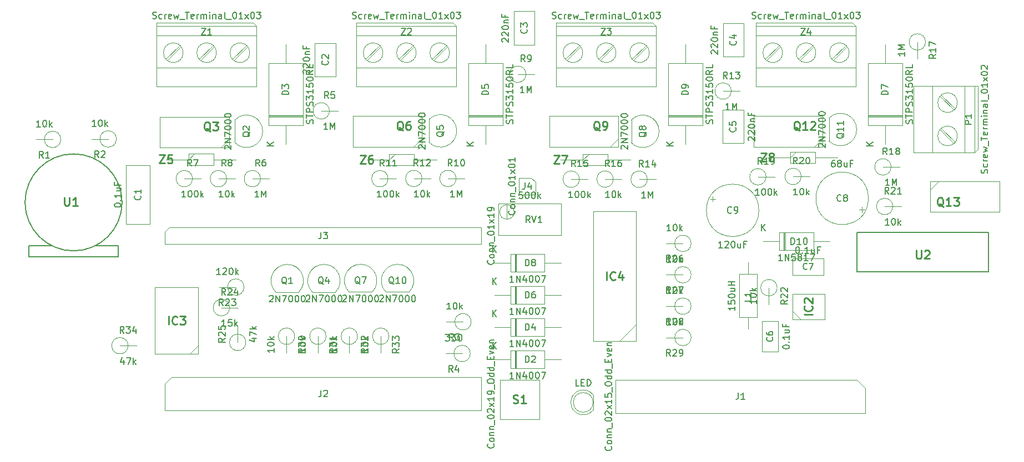
<source format=gbr>
G04 #@! TF.GenerationSoftware,KiCad,Pcbnew,(6.0.0)*
G04 #@! TF.CreationDate,2022-02-21T09:00:57-08:00*
G04 #@! TF.ProjectId,MakeItRain,4d616b65-4974-4526-9169-6e2e6b696361,rev?*
G04 #@! TF.SameCoordinates,Original*
G04 #@! TF.FileFunction,AssemblyDrawing,Top*
%FSLAX46Y46*%
G04 Gerber Fmt 4.6, Leading zero omitted, Abs format (unit mm)*
G04 Created by KiCad (PCBNEW (6.0.0)) date 2022-02-21 09:00:57*
%MOMM*%
%LPD*%
G01*
G04 APERTURE LIST*
%ADD10C,0.150000*%
%ADD11C,0.254000*%
%ADD12C,0.141000*%
%ADD13C,0.100000*%
%ADD14C,0.200000*%
G04 APERTURE END LIST*
D10*
G04 #@! TO.C,C1*
X57042180Y-93159757D02*
X57042180Y-93064519D01*
X57089800Y-92969280D01*
X57137419Y-92921661D01*
X57232657Y-92874042D01*
X57423133Y-92826423D01*
X57661228Y-92826423D01*
X57851704Y-92874042D01*
X57946942Y-92921661D01*
X57994561Y-92969280D01*
X58042180Y-93064519D01*
X58042180Y-93159757D01*
X57994561Y-93254995D01*
X57946942Y-93302614D01*
X57851704Y-93350233D01*
X57661228Y-93397852D01*
X57423133Y-93397852D01*
X57232657Y-93350233D01*
X57137419Y-93302614D01*
X57089800Y-93254995D01*
X57042180Y-93159757D01*
X57946942Y-92397852D02*
X57994561Y-92350233D01*
X58042180Y-92397852D01*
X57994561Y-92445471D01*
X57946942Y-92397852D01*
X58042180Y-92397852D01*
X58042180Y-91397852D02*
X58042180Y-91969280D01*
X58042180Y-91683566D02*
X57042180Y-91683566D01*
X57185038Y-91778804D01*
X57280276Y-91874042D01*
X57327895Y-91969280D01*
X57375514Y-90540709D02*
X58042180Y-90540709D01*
X57375514Y-90969280D02*
X57899323Y-90969280D01*
X57994561Y-90921661D01*
X58042180Y-90826423D01*
X58042180Y-90683566D01*
X57994561Y-90588328D01*
X57946942Y-90540709D01*
X57518371Y-89731185D02*
X57518371Y-90064519D01*
X58042180Y-90064519D02*
X57042180Y-90064519D01*
X57042180Y-89588328D01*
X60996942Y-91683566D02*
X61044561Y-91731185D01*
X61092180Y-91874042D01*
X61092180Y-91969280D01*
X61044561Y-92112138D01*
X60949323Y-92207376D01*
X60854085Y-92254995D01*
X60663609Y-92302614D01*
X60520752Y-92302614D01*
X60330276Y-92254995D01*
X60235038Y-92207376D01*
X60139800Y-92112138D01*
X60092180Y-91969280D01*
X60092180Y-91874042D01*
X60139800Y-91731185D01*
X60187419Y-91683566D01*
X61092180Y-90731185D02*
X61092180Y-91302614D01*
X61092180Y-91016900D02*
X60092180Y-91016900D01*
X60235038Y-91112138D01*
X60330276Y-91207376D01*
X60377895Y-91302614D01*
G04 #@! TO.C,C2*
X85930619Y-73038747D02*
X85883000Y-72991128D01*
X85835380Y-72895890D01*
X85835380Y-72657795D01*
X85883000Y-72562557D01*
X85930619Y-72514938D01*
X86025857Y-72467319D01*
X86121095Y-72467319D01*
X86263952Y-72514938D01*
X86835380Y-73086366D01*
X86835380Y-72467319D01*
X85930619Y-72086366D02*
X85883000Y-72038747D01*
X85835380Y-71943509D01*
X85835380Y-71705414D01*
X85883000Y-71610176D01*
X85930619Y-71562557D01*
X86025857Y-71514938D01*
X86121095Y-71514938D01*
X86263952Y-71562557D01*
X86835380Y-72133985D01*
X86835380Y-71514938D01*
X85835380Y-70895890D02*
X85835380Y-70800652D01*
X85883000Y-70705414D01*
X85930619Y-70657795D01*
X86025857Y-70610176D01*
X86216333Y-70562557D01*
X86454428Y-70562557D01*
X86644904Y-70610176D01*
X86740142Y-70657795D01*
X86787761Y-70705414D01*
X86835380Y-70800652D01*
X86835380Y-70895890D01*
X86787761Y-70991128D01*
X86740142Y-71038747D01*
X86644904Y-71086366D01*
X86454428Y-71133985D01*
X86216333Y-71133985D01*
X86025857Y-71086366D01*
X85930619Y-71038747D01*
X85883000Y-70991128D01*
X85835380Y-70895890D01*
X86168714Y-70133985D02*
X86835380Y-70133985D01*
X86263952Y-70133985D02*
X86216333Y-70086366D01*
X86168714Y-69991128D01*
X86168714Y-69848271D01*
X86216333Y-69753033D01*
X86311571Y-69705414D01*
X86835380Y-69705414D01*
X86311571Y-68895890D02*
X86311571Y-69229223D01*
X86835380Y-69229223D02*
X85835380Y-69229223D01*
X85835380Y-68753033D01*
X89590142Y-71086366D02*
X89637761Y-71133985D01*
X89685380Y-71276842D01*
X89685380Y-71372080D01*
X89637761Y-71514938D01*
X89542523Y-71610176D01*
X89447285Y-71657795D01*
X89256809Y-71705414D01*
X89113952Y-71705414D01*
X88923476Y-71657795D01*
X88828238Y-71610176D01*
X88733000Y-71514938D01*
X88685380Y-71372080D01*
X88685380Y-71276842D01*
X88733000Y-71133985D01*
X88780619Y-71086366D01*
X88780619Y-70705414D02*
X88733000Y-70657795D01*
X88685380Y-70562557D01*
X88685380Y-70324461D01*
X88733000Y-70229223D01*
X88780619Y-70181604D01*
X88875857Y-70133985D01*
X88971095Y-70133985D01*
X89113952Y-70181604D01*
X89685380Y-70753033D01*
X89685380Y-70133985D01*
G04 #@! TO.C,C3*
X116271219Y-68204047D02*
X116223600Y-68156428D01*
X116175980Y-68061190D01*
X116175980Y-67823095D01*
X116223600Y-67727857D01*
X116271219Y-67680238D01*
X116366457Y-67632619D01*
X116461695Y-67632619D01*
X116604552Y-67680238D01*
X117175980Y-68251666D01*
X117175980Y-67632619D01*
X116271219Y-67251666D02*
X116223600Y-67204047D01*
X116175980Y-67108809D01*
X116175980Y-66870714D01*
X116223600Y-66775476D01*
X116271219Y-66727857D01*
X116366457Y-66680238D01*
X116461695Y-66680238D01*
X116604552Y-66727857D01*
X117175980Y-67299285D01*
X117175980Y-66680238D01*
X116175980Y-66061190D02*
X116175980Y-65965952D01*
X116223600Y-65870714D01*
X116271219Y-65823095D01*
X116366457Y-65775476D01*
X116556933Y-65727857D01*
X116795028Y-65727857D01*
X116985504Y-65775476D01*
X117080742Y-65823095D01*
X117128361Y-65870714D01*
X117175980Y-65965952D01*
X117175980Y-66061190D01*
X117128361Y-66156428D01*
X117080742Y-66204047D01*
X116985504Y-66251666D01*
X116795028Y-66299285D01*
X116556933Y-66299285D01*
X116366457Y-66251666D01*
X116271219Y-66204047D01*
X116223600Y-66156428D01*
X116175980Y-66061190D01*
X116509314Y-65299285D02*
X117175980Y-65299285D01*
X116604552Y-65299285D02*
X116556933Y-65251666D01*
X116509314Y-65156428D01*
X116509314Y-65013571D01*
X116556933Y-64918333D01*
X116652171Y-64870714D01*
X117175980Y-64870714D01*
X116652171Y-64061190D02*
X116652171Y-64394523D01*
X117175980Y-64394523D02*
X116175980Y-64394523D01*
X116175980Y-63918333D01*
X119930742Y-66251666D02*
X119978361Y-66299285D01*
X120025980Y-66442142D01*
X120025980Y-66537380D01*
X119978361Y-66680238D01*
X119883123Y-66775476D01*
X119787885Y-66823095D01*
X119597409Y-66870714D01*
X119454552Y-66870714D01*
X119264076Y-66823095D01*
X119168838Y-66775476D01*
X119073600Y-66680238D01*
X119025980Y-66537380D01*
X119025980Y-66442142D01*
X119073600Y-66299285D01*
X119121219Y-66251666D01*
X119025980Y-65918333D02*
X119025980Y-65299285D01*
X119406933Y-65632619D01*
X119406933Y-65489761D01*
X119454552Y-65394523D01*
X119502171Y-65346904D01*
X119597409Y-65299285D01*
X119835504Y-65299285D01*
X119930742Y-65346904D01*
X119978361Y-65394523D01*
X120025980Y-65489761D01*
X120025980Y-65775476D01*
X119978361Y-65870714D01*
X119930742Y-65918333D01*
G04 #@! TO.C,C4*
X148179519Y-70017347D02*
X148131900Y-69969728D01*
X148084280Y-69874490D01*
X148084280Y-69636395D01*
X148131900Y-69541157D01*
X148179519Y-69493538D01*
X148274757Y-69445919D01*
X148369995Y-69445919D01*
X148512852Y-69493538D01*
X149084280Y-70064966D01*
X149084280Y-69445919D01*
X148179519Y-69064966D02*
X148131900Y-69017347D01*
X148084280Y-68922109D01*
X148084280Y-68684014D01*
X148131900Y-68588776D01*
X148179519Y-68541157D01*
X148274757Y-68493538D01*
X148369995Y-68493538D01*
X148512852Y-68541157D01*
X149084280Y-69112585D01*
X149084280Y-68493538D01*
X148084280Y-67874490D02*
X148084280Y-67779252D01*
X148131900Y-67684014D01*
X148179519Y-67636395D01*
X148274757Y-67588776D01*
X148465233Y-67541157D01*
X148703328Y-67541157D01*
X148893804Y-67588776D01*
X148989042Y-67636395D01*
X149036661Y-67684014D01*
X149084280Y-67779252D01*
X149084280Y-67874490D01*
X149036661Y-67969728D01*
X148989042Y-68017347D01*
X148893804Y-68064966D01*
X148703328Y-68112585D01*
X148465233Y-68112585D01*
X148274757Y-68064966D01*
X148179519Y-68017347D01*
X148131900Y-67969728D01*
X148084280Y-67874490D01*
X148417614Y-67112585D02*
X149084280Y-67112585D01*
X148512852Y-67112585D02*
X148465233Y-67064966D01*
X148417614Y-66969728D01*
X148417614Y-66826871D01*
X148465233Y-66731633D01*
X148560471Y-66684014D01*
X149084280Y-66684014D01*
X148560471Y-65874490D02*
X148560471Y-66207823D01*
X149084280Y-66207823D02*
X148084280Y-66207823D01*
X148084280Y-65731633D01*
X151839042Y-68064966D02*
X151886661Y-68112585D01*
X151934280Y-68255442D01*
X151934280Y-68350680D01*
X151886661Y-68493538D01*
X151791423Y-68588776D01*
X151696185Y-68636395D01*
X151505709Y-68684014D01*
X151362852Y-68684014D01*
X151172376Y-68636395D01*
X151077138Y-68588776D01*
X150981900Y-68493538D01*
X150934280Y-68350680D01*
X150934280Y-68255442D01*
X150981900Y-68112585D01*
X151029519Y-68064966D01*
X151267614Y-67207823D02*
X151934280Y-67207823D01*
X150886661Y-67445919D02*
X151600947Y-67684014D01*
X151600947Y-67064966D01*
G04 #@! TO.C,D3*
X87314761Y-80652380D02*
X87362380Y-80509523D01*
X87362380Y-80271428D01*
X87314761Y-80176190D01*
X87267142Y-80128571D01*
X87171904Y-80080952D01*
X87076666Y-80080952D01*
X86981428Y-80128571D01*
X86933809Y-80176190D01*
X86886190Y-80271428D01*
X86838571Y-80461904D01*
X86790952Y-80557142D01*
X86743333Y-80604761D01*
X86648095Y-80652380D01*
X86552857Y-80652380D01*
X86457619Y-80604761D01*
X86410000Y-80557142D01*
X86362380Y-80461904D01*
X86362380Y-80223809D01*
X86410000Y-80080952D01*
X86362380Y-79795238D02*
X86362380Y-79223809D01*
X87362380Y-79509523D02*
X86362380Y-79509523D01*
X87362380Y-78890476D02*
X86362380Y-78890476D01*
X86362380Y-78509523D01*
X86410000Y-78414285D01*
X86457619Y-78366666D01*
X86552857Y-78319047D01*
X86695714Y-78319047D01*
X86790952Y-78366666D01*
X86838571Y-78414285D01*
X86886190Y-78509523D01*
X86886190Y-78890476D01*
X87314761Y-77938095D02*
X87362380Y-77795238D01*
X87362380Y-77557142D01*
X87314761Y-77461904D01*
X87267142Y-77414285D01*
X87171904Y-77366666D01*
X87076666Y-77366666D01*
X86981428Y-77414285D01*
X86933809Y-77461904D01*
X86886190Y-77557142D01*
X86838571Y-77747619D01*
X86790952Y-77842857D01*
X86743333Y-77890476D01*
X86648095Y-77938095D01*
X86552857Y-77938095D01*
X86457619Y-77890476D01*
X86410000Y-77842857D01*
X86362380Y-77747619D01*
X86362380Y-77509523D01*
X86410000Y-77366666D01*
X86362380Y-77033333D02*
X86362380Y-76414285D01*
X86743333Y-76747619D01*
X86743333Y-76604761D01*
X86790952Y-76509523D01*
X86838571Y-76461904D01*
X86933809Y-76414285D01*
X87171904Y-76414285D01*
X87267142Y-76461904D01*
X87314761Y-76509523D01*
X87362380Y-76604761D01*
X87362380Y-76890476D01*
X87314761Y-76985714D01*
X87267142Y-77033333D01*
X87362380Y-75461904D02*
X87362380Y-76033333D01*
X87362380Y-75747619D02*
X86362380Y-75747619D01*
X86505238Y-75842857D01*
X86600476Y-75938095D01*
X86648095Y-76033333D01*
X86362380Y-74557142D02*
X86362380Y-75033333D01*
X86838571Y-75080952D01*
X86790952Y-75033333D01*
X86743333Y-74938095D01*
X86743333Y-74700000D01*
X86790952Y-74604761D01*
X86838571Y-74557142D01*
X86933809Y-74509523D01*
X87171904Y-74509523D01*
X87267142Y-74557142D01*
X87314761Y-74604761D01*
X87362380Y-74700000D01*
X87362380Y-74938095D01*
X87314761Y-75033333D01*
X87267142Y-75080952D01*
X86362380Y-73890476D02*
X86362380Y-73795238D01*
X86410000Y-73700000D01*
X86457619Y-73652380D01*
X86552857Y-73604761D01*
X86743333Y-73557142D01*
X86981428Y-73557142D01*
X87171904Y-73604761D01*
X87267142Y-73652380D01*
X87314761Y-73700000D01*
X87362380Y-73795238D01*
X87362380Y-73890476D01*
X87314761Y-73985714D01*
X87267142Y-74033333D01*
X87171904Y-74080952D01*
X86981428Y-74128571D01*
X86743333Y-74128571D01*
X86552857Y-74080952D01*
X86457619Y-74033333D01*
X86410000Y-73985714D01*
X86362380Y-73890476D01*
X87362380Y-72557142D02*
X86886190Y-72890476D01*
X87362380Y-73128571D02*
X86362380Y-73128571D01*
X86362380Y-72747619D01*
X86410000Y-72652380D01*
X86457619Y-72604761D01*
X86552857Y-72557142D01*
X86695714Y-72557142D01*
X86790952Y-72604761D01*
X86838571Y-72652380D01*
X86886190Y-72747619D01*
X86886190Y-73128571D01*
X87362380Y-71652380D02*
X87362380Y-72128571D01*
X86362380Y-72128571D01*
X83637380Y-76223345D02*
X82637380Y-76223345D01*
X82637380Y-75985250D01*
X82685000Y-75842392D01*
X82780238Y-75747154D01*
X82875476Y-75699535D01*
X83065952Y-75651916D01*
X83208809Y-75651916D01*
X83399285Y-75699535D01*
X83494523Y-75747154D01*
X83589761Y-75842392D01*
X83637380Y-75985250D01*
X83637380Y-76223345D01*
X82637380Y-75318583D02*
X82637380Y-74699535D01*
X83018333Y-75032869D01*
X83018333Y-74890011D01*
X83065952Y-74794773D01*
X83113571Y-74747154D01*
X83208809Y-74699535D01*
X83446904Y-74699535D01*
X83542142Y-74747154D01*
X83589761Y-74794773D01*
X83637380Y-74890011D01*
X83637380Y-75175726D01*
X83589761Y-75270964D01*
X83542142Y-75318583D01*
X81337380Y-84081904D02*
X80337380Y-84081904D01*
X81337380Y-83510476D02*
X80765952Y-83939047D01*
X80337380Y-83510476D02*
X80908809Y-84081904D01*
G04 #@! TO.C,D5*
X117794761Y-80652380D02*
X117842380Y-80509523D01*
X117842380Y-80271428D01*
X117794761Y-80176190D01*
X117747142Y-80128571D01*
X117651904Y-80080952D01*
X117556666Y-80080952D01*
X117461428Y-80128571D01*
X117413809Y-80176190D01*
X117366190Y-80271428D01*
X117318571Y-80461904D01*
X117270952Y-80557142D01*
X117223333Y-80604761D01*
X117128095Y-80652380D01*
X117032857Y-80652380D01*
X116937619Y-80604761D01*
X116890000Y-80557142D01*
X116842380Y-80461904D01*
X116842380Y-80223809D01*
X116890000Y-80080952D01*
X116842380Y-79795238D02*
X116842380Y-79223809D01*
X117842380Y-79509523D02*
X116842380Y-79509523D01*
X117842380Y-78890476D02*
X116842380Y-78890476D01*
X116842380Y-78509523D01*
X116890000Y-78414285D01*
X116937619Y-78366666D01*
X117032857Y-78319047D01*
X117175714Y-78319047D01*
X117270952Y-78366666D01*
X117318571Y-78414285D01*
X117366190Y-78509523D01*
X117366190Y-78890476D01*
X117794761Y-77938095D02*
X117842380Y-77795238D01*
X117842380Y-77557142D01*
X117794761Y-77461904D01*
X117747142Y-77414285D01*
X117651904Y-77366666D01*
X117556666Y-77366666D01*
X117461428Y-77414285D01*
X117413809Y-77461904D01*
X117366190Y-77557142D01*
X117318571Y-77747619D01*
X117270952Y-77842857D01*
X117223333Y-77890476D01*
X117128095Y-77938095D01*
X117032857Y-77938095D01*
X116937619Y-77890476D01*
X116890000Y-77842857D01*
X116842380Y-77747619D01*
X116842380Y-77509523D01*
X116890000Y-77366666D01*
X116842380Y-77033333D02*
X116842380Y-76414285D01*
X117223333Y-76747619D01*
X117223333Y-76604761D01*
X117270952Y-76509523D01*
X117318571Y-76461904D01*
X117413809Y-76414285D01*
X117651904Y-76414285D01*
X117747142Y-76461904D01*
X117794761Y-76509523D01*
X117842380Y-76604761D01*
X117842380Y-76890476D01*
X117794761Y-76985714D01*
X117747142Y-77033333D01*
X117842380Y-75461904D02*
X117842380Y-76033333D01*
X117842380Y-75747619D02*
X116842380Y-75747619D01*
X116985238Y-75842857D01*
X117080476Y-75938095D01*
X117128095Y-76033333D01*
X116842380Y-74557142D02*
X116842380Y-75033333D01*
X117318571Y-75080952D01*
X117270952Y-75033333D01*
X117223333Y-74938095D01*
X117223333Y-74700000D01*
X117270952Y-74604761D01*
X117318571Y-74557142D01*
X117413809Y-74509523D01*
X117651904Y-74509523D01*
X117747142Y-74557142D01*
X117794761Y-74604761D01*
X117842380Y-74700000D01*
X117842380Y-74938095D01*
X117794761Y-75033333D01*
X117747142Y-75080952D01*
X116842380Y-73890476D02*
X116842380Y-73795238D01*
X116890000Y-73700000D01*
X116937619Y-73652380D01*
X117032857Y-73604761D01*
X117223333Y-73557142D01*
X117461428Y-73557142D01*
X117651904Y-73604761D01*
X117747142Y-73652380D01*
X117794761Y-73700000D01*
X117842380Y-73795238D01*
X117842380Y-73890476D01*
X117794761Y-73985714D01*
X117747142Y-74033333D01*
X117651904Y-74080952D01*
X117461428Y-74128571D01*
X117223333Y-74128571D01*
X117032857Y-74080952D01*
X116937619Y-74033333D01*
X116890000Y-73985714D01*
X116842380Y-73890476D01*
X117842380Y-72557142D02*
X117366190Y-72890476D01*
X117842380Y-73128571D02*
X116842380Y-73128571D01*
X116842380Y-72747619D01*
X116890000Y-72652380D01*
X116937619Y-72604761D01*
X117032857Y-72557142D01*
X117175714Y-72557142D01*
X117270952Y-72604761D01*
X117318571Y-72652380D01*
X117366190Y-72747619D01*
X117366190Y-73128571D01*
X117842380Y-71652380D02*
X117842380Y-72128571D01*
X116842380Y-72128571D01*
X111817380Y-84081904D02*
X110817380Y-84081904D01*
X111817380Y-83510476D02*
X111245952Y-83939047D01*
X110817380Y-83510476D02*
X111388809Y-84081904D01*
X114117380Y-76223345D02*
X113117380Y-76223345D01*
X113117380Y-75985250D01*
X113165000Y-75842392D01*
X113260238Y-75747154D01*
X113355476Y-75699535D01*
X113545952Y-75651916D01*
X113688809Y-75651916D01*
X113879285Y-75699535D01*
X113974523Y-75747154D01*
X114069761Y-75842392D01*
X114117380Y-75985250D01*
X114117380Y-76223345D01*
X113117380Y-74747154D02*
X113117380Y-75223345D01*
X113593571Y-75270964D01*
X113545952Y-75223345D01*
X113498333Y-75128107D01*
X113498333Y-74890011D01*
X113545952Y-74794773D01*
X113593571Y-74747154D01*
X113688809Y-74699535D01*
X113926904Y-74699535D01*
X114022142Y-74747154D01*
X114069761Y-74794773D01*
X114117380Y-74890011D01*
X114117380Y-75128107D01*
X114069761Y-75223345D01*
X114022142Y-75270964D01*
G04 #@! TO.C,D7*
X178754761Y-80652380D02*
X178802380Y-80509523D01*
X178802380Y-80271428D01*
X178754761Y-80176190D01*
X178707142Y-80128571D01*
X178611904Y-80080952D01*
X178516666Y-80080952D01*
X178421428Y-80128571D01*
X178373809Y-80176190D01*
X178326190Y-80271428D01*
X178278571Y-80461904D01*
X178230952Y-80557142D01*
X178183333Y-80604761D01*
X178088095Y-80652380D01*
X177992857Y-80652380D01*
X177897619Y-80604761D01*
X177850000Y-80557142D01*
X177802380Y-80461904D01*
X177802380Y-80223809D01*
X177850000Y-80080952D01*
X177802380Y-79795238D02*
X177802380Y-79223809D01*
X178802380Y-79509523D02*
X177802380Y-79509523D01*
X178802380Y-78890476D02*
X177802380Y-78890476D01*
X177802380Y-78509523D01*
X177850000Y-78414285D01*
X177897619Y-78366666D01*
X177992857Y-78319047D01*
X178135714Y-78319047D01*
X178230952Y-78366666D01*
X178278571Y-78414285D01*
X178326190Y-78509523D01*
X178326190Y-78890476D01*
X178754761Y-77938095D02*
X178802380Y-77795238D01*
X178802380Y-77557142D01*
X178754761Y-77461904D01*
X178707142Y-77414285D01*
X178611904Y-77366666D01*
X178516666Y-77366666D01*
X178421428Y-77414285D01*
X178373809Y-77461904D01*
X178326190Y-77557142D01*
X178278571Y-77747619D01*
X178230952Y-77842857D01*
X178183333Y-77890476D01*
X178088095Y-77938095D01*
X177992857Y-77938095D01*
X177897619Y-77890476D01*
X177850000Y-77842857D01*
X177802380Y-77747619D01*
X177802380Y-77509523D01*
X177850000Y-77366666D01*
X177802380Y-77033333D02*
X177802380Y-76414285D01*
X178183333Y-76747619D01*
X178183333Y-76604761D01*
X178230952Y-76509523D01*
X178278571Y-76461904D01*
X178373809Y-76414285D01*
X178611904Y-76414285D01*
X178707142Y-76461904D01*
X178754761Y-76509523D01*
X178802380Y-76604761D01*
X178802380Y-76890476D01*
X178754761Y-76985714D01*
X178707142Y-77033333D01*
X178802380Y-75461904D02*
X178802380Y-76033333D01*
X178802380Y-75747619D02*
X177802380Y-75747619D01*
X177945238Y-75842857D01*
X178040476Y-75938095D01*
X178088095Y-76033333D01*
X177802380Y-74557142D02*
X177802380Y-75033333D01*
X178278571Y-75080952D01*
X178230952Y-75033333D01*
X178183333Y-74938095D01*
X178183333Y-74700000D01*
X178230952Y-74604761D01*
X178278571Y-74557142D01*
X178373809Y-74509523D01*
X178611904Y-74509523D01*
X178707142Y-74557142D01*
X178754761Y-74604761D01*
X178802380Y-74700000D01*
X178802380Y-74938095D01*
X178754761Y-75033333D01*
X178707142Y-75080952D01*
X177802380Y-73890476D02*
X177802380Y-73795238D01*
X177850000Y-73700000D01*
X177897619Y-73652380D01*
X177992857Y-73604761D01*
X178183333Y-73557142D01*
X178421428Y-73557142D01*
X178611904Y-73604761D01*
X178707142Y-73652380D01*
X178754761Y-73700000D01*
X178802380Y-73795238D01*
X178802380Y-73890476D01*
X178754761Y-73985714D01*
X178707142Y-74033333D01*
X178611904Y-74080952D01*
X178421428Y-74128571D01*
X178183333Y-74128571D01*
X177992857Y-74080952D01*
X177897619Y-74033333D01*
X177850000Y-73985714D01*
X177802380Y-73890476D01*
X178802380Y-72557142D02*
X178326190Y-72890476D01*
X178802380Y-73128571D02*
X177802380Y-73128571D01*
X177802380Y-72747619D01*
X177850000Y-72652380D01*
X177897619Y-72604761D01*
X177992857Y-72557142D01*
X178135714Y-72557142D01*
X178230952Y-72604761D01*
X178278571Y-72652380D01*
X178326190Y-72747619D01*
X178326190Y-73128571D01*
X178802380Y-71652380D02*
X178802380Y-72128571D01*
X177802380Y-72128571D01*
X175077380Y-76223345D02*
X174077380Y-76223345D01*
X174077380Y-75985250D01*
X174125000Y-75842392D01*
X174220238Y-75747154D01*
X174315476Y-75699535D01*
X174505952Y-75651916D01*
X174648809Y-75651916D01*
X174839285Y-75699535D01*
X174934523Y-75747154D01*
X175029761Y-75842392D01*
X175077380Y-75985250D01*
X175077380Y-76223345D01*
X174077380Y-75318583D02*
X174077380Y-74651916D01*
X175077380Y-75080488D01*
X172777380Y-84081904D02*
X171777380Y-84081904D01*
X172777380Y-83510476D02*
X172205952Y-83939047D01*
X171777380Y-83510476D02*
X172348809Y-84081904D01*
G04 #@! TO.C,D9*
X148274761Y-80652380D02*
X148322380Y-80509523D01*
X148322380Y-80271428D01*
X148274761Y-80176190D01*
X148227142Y-80128571D01*
X148131904Y-80080952D01*
X148036666Y-80080952D01*
X147941428Y-80128571D01*
X147893809Y-80176190D01*
X147846190Y-80271428D01*
X147798571Y-80461904D01*
X147750952Y-80557142D01*
X147703333Y-80604761D01*
X147608095Y-80652380D01*
X147512857Y-80652380D01*
X147417619Y-80604761D01*
X147370000Y-80557142D01*
X147322380Y-80461904D01*
X147322380Y-80223809D01*
X147370000Y-80080952D01*
X147322380Y-79795238D02*
X147322380Y-79223809D01*
X148322380Y-79509523D02*
X147322380Y-79509523D01*
X148322380Y-78890476D02*
X147322380Y-78890476D01*
X147322380Y-78509523D01*
X147370000Y-78414285D01*
X147417619Y-78366666D01*
X147512857Y-78319047D01*
X147655714Y-78319047D01*
X147750952Y-78366666D01*
X147798571Y-78414285D01*
X147846190Y-78509523D01*
X147846190Y-78890476D01*
X148274761Y-77938095D02*
X148322380Y-77795238D01*
X148322380Y-77557142D01*
X148274761Y-77461904D01*
X148227142Y-77414285D01*
X148131904Y-77366666D01*
X148036666Y-77366666D01*
X147941428Y-77414285D01*
X147893809Y-77461904D01*
X147846190Y-77557142D01*
X147798571Y-77747619D01*
X147750952Y-77842857D01*
X147703333Y-77890476D01*
X147608095Y-77938095D01*
X147512857Y-77938095D01*
X147417619Y-77890476D01*
X147370000Y-77842857D01*
X147322380Y-77747619D01*
X147322380Y-77509523D01*
X147370000Y-77366666D01*
X147322380Y-77033333D02*
X147322380Y-76414285D01*
X147703333Y-76747619D01*
X147703333Y-76604761D01*
X147750952Y-76509523D01*
X147798571Y-76461904D01*
X147893809Y-76414285D01*
X148131904Y-76414285D01*
X148227142Y-76461904D01*
X148274761Y-76509523D01*
X148322380Y-76604761D01*
X148322380Y-76890476D01*
X148274761Y-76985714D01*
X148227142Y-77033333D01*
X148322380Y-75461904D02*
X148322380Y-76033333D01*
X148322380Y-75747619D02*
X147322380Y-75747619D01*
X147465238Y-75842857D01*
X147560476Y-75938095D01*
X147608095Y-76033333D01*
X147322380Y-74557142D02*
X147322380Y-75033333D01*
X147798571Y-75080952D01*
X147750952Y-75033333D01*
X147703333Y-74938095D01*
X147703333Y-74700000D01*
X147750952Y-74604761D01*
X147798571Y-74557142D01*
X147893809Y-74509523D01*
X148131904Y-74509523D01*
X148227142Y-74557142D01*
X148274761Y-74604761D01*
X148322380Y-74700000D01*
X148322380Y-74938095D01*
X148274761Y-75033333D01*
X148227142Y-75080952D01*
X147322380Y-73890476D02*
X147322380Y-73795238D01*
X147370000Y-73700000D01*
X147417619Y-73652380D01*
X147512857Y-73604761D01*
X147703333Y-73557142D01*
X147941428Y-73557142D01*
X148131904Y-73604761D01*
X148227142Y-73652380D01*
X148274761Y-73700000D01*
X148322380Y-73795238D01*
X148322380Y-73890476D01*
X148274761Y-73985714D01*
X148227142Y-74033333D01*
X148131904Y-74080952D01*
X147941428Y-74128571D01*
X147703333Y-74128571D01*
X147512857Y-74080952D01*
X147417619Y-74033333D01*
X147370000Y-73985714D01*
X147322380Y-73890476D01*
X148322380Y-72557142D02*
X147846190Y-72890476D01*
X148322380Y-73128571D02*
X147322380Y-73128571D01*
X147322380Y-72747619D01*
X147370000Y-72652380D01*
X147417619Y-72604761D01*
X147512857Y-72557142D01*
X147655714Y-72557142D01*
X147750952Y-72604761D01*
X147798571Y-72652380D01*
X147846190Y-72747619D01*
X147846190Y-73128571D01*
X148322380Y-71652380D02*
X148322380Y-72128571D01*
X147322380Y-72128571D01*
X142297380Y-84081904D02*
X141297380Y-84081904D01*
X142297380Y-83510476D02*
X141725952Y-83939047D01*
X141297380Y-83510476D02*
X141868809Y-84081904D01*
X144597380Y-76223345D02*
X143597380Y-76223345D01*
X143597380Y-75985250D01*
X143645000Y-75842392D01*
X143740238Y-75747154D01*
X143835476Y-75699535D01*
X144025952Y-75651916D01*
X144168809Y-75651916D01*
X144359285Y-75699535D01*
X144454523Y-75747154D01*
X144549761Y-75842392D01*
X144597380Y-75985250D01*
X144597380Y-76223345D01*
X144597380Y-75175726D02*
X144597380Y-74985250D01*
X144549761Y-74890011D01*
X144502142Y-74842392D01*
X144359285Y-74747154D01*
X144168809Y-74699535D01*
X143787857Y-74699535D01*
X143692619Y-74747154D01*
X143645000Y-74794773D01*
X143597380Y-74890011D01*
X143597380Y-75080488D01*
X143645000Y-75175726D01*
X143692619Y-75223345D01*
X143787857Y-75270964D01*
X144025952Y-75270964D01*
X144121190Y-75223345D01*
X144168809Y-75175726D01*
X144216428Y-75080488D01*
X144216428Y-74890011D01*
X144168809Y-74794773D01*
X144121190Y-74747154D01*
X144025952Y-74699535D01*
G04 #@! TO.C,D1*
X127930942Y-120724480D02*
X127454752Y-120724480D01*
X127454752Y-119724480D01*
X128264276Y-120200671D02*
X128597609Y-120200671D01*
X128740466Y-120724480D02*
X128264276Y-120724480D01*
X128264276Y-119724480D01*
X128740466Y-119724480D01*
X129169038Y-120724480D02*
X129169038Y-119724480D01*
X129407133Y-119724480D01*
X129549990Y-119772100D01*
X129645228Y-119867338D01*
X129692847Y-119962576D01*
X129740466Y-120153052D01*
X129740466Y-120295909D01*
X129692847Y-120486385D01*
X129645228Y-120581623D01*
X129549990Y-120676861D01*
X129407133Y-120724480D01*
X129169038Y-120724480D01*
D11*
G04 #@! TO.C,IC2*
X163534323Y-109829661D02*
X162264323Y-109829661D01*
X163413371Y-108499185D02*
X163473847Y-108559661D01*
X163534323Y-108741090D01*
X163534323Y-108862042D01*
X163473847Y-109043471D01*
X163352895Y-109164423D01*
X163231942Y-109224900D01*
X162990038Y-109285376D01*
X162808609Y-109285376D01*
X162566704Y-109224900D01*
X162445752Y-109164423D01*
X162324800Y-109043471D01*
X162264323Y-108862042D01*
X162264323Y-108741090D01*
X162324800Y-108559661D01*
X162385276Y-108499185D01*
X162385276Y-108015376D02*
X162324800Y-107954900D01*
X162264323Y-107833947D01*
X162264323Y-107531566D01*
X162324800Y-107410614D01*
X162385276Y-107350138D01*
X162506228Y-107289661D01*
X162627180Y-107289661D01*
X162808609Y-107350138D01*
X163534323Y-108075852D01*
X163534323Y-107289661D01*
D10*
G04 #@! TO.C,J2*
X114887142Y-129562857D02*
X114934761Y-129610476D01*
X114982380Y-129753333D01*
X114982380Y-129848571D01*
X114934761Y-129991428D01*
X114839523Y-130086666D01*
X114744285Y-130134285D01*
X114553809Y-130181904D01*
X114410952Y-130181904D01*
X114220476Y-130134285D01*
X114125238Y-130086666D01*
X114030000Y-129991428D01*
X113982380Y-129848571D01*
X113982380Y-129753333D01*
X114030000Y-129610476D01*
X114077619Y-129562857D01*
X114982380Y-128991428D02*
X114934761Y-129086666D01*
X114887142Y-129134285D01*
X114791904Y-129181904D01*
X114506190Y-129181904D01*
X114410952Y-129134285D01*
X114363333Y-129086666D01*
X114315714Y-128991428D01*
X114315714Y-128848571D01*
X114363333Y-128753333D01*
X114410952Y-128705714D01*
X114506190Y-128658095D01*
X114791904Y-128658095D01*
X114887142Y-128705714D01*
X114934761Y-128753333D01*
X114982380Y-128848571D01*
X114982380Y-128991428D01*
X114315714Y-128229523D02*
X114982380Y-128229523D01*
X114410952Y-128229523D02*
X114363333Y-128181904D01*
X114315714Y-128086666D01*
X114315714Y-127943809D01*
X114363333Y-127848571D01*
X114458571Y-127800952D01*
X114982380Y-127800952D01*
X114315714Y-127324761D02*
X114982380Y-127324761D01*
X114410952Y-127324761D02*
X114363333Y-127277142D01*
X114315714Y-127181904D01*
X114315714Y-127039047D01*
X114363333Y-126943809D01*
X114458571Y-126896190D01*
X114982380Y-126896190D01*
X115077619Y-126658095D02*
X115077619Y-125896190D01*
X113982380Y-125467619D02*
X113982380Y-125372380D01*
X114030000Y-125277142D01*
X114077619Y-125229523D01*
X114172857Y-125181904D01*
X114363333Y-125134285D01*
X114601428Y-125134285D01*
X114791904Y-125181904D01*
X114887142Y-125229523D01*
X114934761Y-125277142D01*
X114982380Y-125372380D01*
X114982380Y-125467619D01*
X114934761Y-125562857D01*
X114887142Y-125610476D01*
X114791904Y-125658095D01*
X114601428Y-125705714D01*
X114363333Y-125705714D01*
X114172857Y-125658095D01*
X114077619Y-125610476D01*
X114030000Y-125562857D01*
X113982380Y-125467619D01*
X114077619Y-124753333D02*
X114030000Y-124705714D01*
X113982380Y-124610476D01*
X113982380Y-124372380D01*
X114030000Y-124277142D01*
X114077619Y-124229523D01*
X114172857Y-124181904D01*
X114268095Y-124181904D01*
X114410952Y-124229523D01*
X114982380Y-124800952D01*
X114982380Y-124181904D01*
X114982380Y-123848571D02*
X114315714Y-123324761D01*
X114315714Y-123848571D02*
X114982380Y-123324761D01*
X114982380Y-122420000D02*
X114982380Y-122991428D01*
X114982380Y-122705714D02*
X113982380Y-122705714D01*
X114125238Y-122800952D01*
X114220476Y-122896190D01*
X114268095Y-122991428D01*
X114982380Y-121943809D02*
X114982380Y-121753333D01*
X114934761Y-121658095D01*
X114887142Y-121610476D01*
X114744285Y-121515238D01*
X114553809Y-121467619D01*
X114172857Y-121467619D01*
X114077619Y-121515238D01*
X114030000Y-121562857D01*
X113982380Y-121658095D01*
X113982380Y-121848571D01*
X114030000Y-121943809D01*
X114077619Y-121991428D01*
X114172857Y-122039047D01*
X114410952Y-122039047D01*
X114506190Y-121991428D01*
X114553809Y-121943809D01*
X114601428Y-121848571D01*
X114601428Y-121658095D01*
X114553809Y-121562857D01*
X114506190Y-121515238D01*
X114410952Y-121467619D01*
X115077619Y-121277142D02*
X115077619Y-120515238D01*
X113982380Y-120086666D02*
X113982380Y-119896190D01*
X114030000Y-119800952D01*
X114125238Y-119705714D01*
X114315714Y-119658095D01*
X114649047Y-119658095D01*
X114839523Y-119705714D01*
X114934761Y-119800952D01*
X114982380Y-119896190D01*
X114982380Y-120086666D01*
X114934761Y-120181904D01*
X114839523Y-120277142D01*
X114649047Y-120324761D01*
X114315714Y-120324761D01*
X114125238Y-120277142D01*
X114030000Y-120181904D01*
X113982380Y-120086666D01*
X114982380Y-118800952D02*
X113982380Y-118800952D01*
X114934761Y-118800952D02*
X114982380Y-118896190D01*
X114982380Y-119086666D01*
X114934761Y-119181904D01*
X114887142Y-119229523D01*
X114791904Y-119277142D01*
X114506190Y-119277142D01*
X114410952Y-119229523D01*
X114363333Y-119181904D01*
X114315714Y-119086666D01*
X114315714Y-118896190D01*
X114363333Y-118800952D01*
X114982380Y-117896190D02*
X113982380Y-117896190D01*
X114934761Y-117896190D02*
X114982380Y-117991428D01*
X114982380Y-118181904D01*
X114934761Y-118277142D01*
X114887142Y-118324761D01*
X114791904Y-118372380D01*
X114506190Y-118372380D01*
X114410952Y-118324761D01*
X114363333Y-118277142D01*
X114315714Y-118181904D01*
X114315714Y-117991428D01*
X114363333Y-117896190D01*
X115077619Y-117658095D02*
X115077619Y-116896190D01*
X114458571Y-116658095D02*
X114458571Y-116324761D01*
X114982380Y-116181904D02*
X114982380Y-116658095D01*
X113982380Y-116658095D01*
X113982380Y-116181904D01*
X114315714Y-115848571D02*
X114982380Y-115610476D01*
X114315714Y-115372380D01*
X114934761Y-114610476D02*
X114982380Y-114705714D01*
X114982380Y-114896190D01*
X114934761Y-114991428D01*
X114839523Y-115039047D01*
X114458571Y-115039047D01*
X114363333Y-114991428D01*
X114315714Y-114896190D01*
X114315714Y-114705714D01*
X114363333Y-114610476D01*
X114458571Y-114562857D01*
X114553809Y-114562857D01*
X114649047Y-115039047D01*
X114315714Y-114134285D02*
X114982380Y-114134285D01*
X114410952Y-114134285D02*
X114363333Y-114086666D01*
X114315714Y-113991428D01*
X114315714Y-113848571D01*
X114363333Y-113753333D01*
X114458571Y-113705714D01*
X114982380Y-113705714D01*
X88566666Y-121372380D02*
X88566666Y-122086666D01*
X88519047Y-122229523D01*
X88423809Y-122324761D01*
X88280952Y-122372380D01*
X88185714Y-122372380D01*
X88995238Y-121467619D02*
X89042857Y-121420000D01*
X89138095Y-121372380D01*
X89376190Y-121372380D01*
X89471428Y-121420000D01*
X89519047Y-121467619D01*
X89566666Y-121562857D01*
X89566666Y-121658095D01*
X89519047Y-121800952D01*
X88947619Y-122372380D01*
X89566666Y-122372380D01*
G04 #@! TO.C,J3*
X114887142Y-101528095D02*
X114934761Y-101575714D01*
X114982380Y-101718571D01*
X114982380Y-101813809D01*
X114934761Y-101956666D01*
X114839523Y-102051904D01*
X114744285Y-102099523D01*
X114553809Y-102147142D01*
X114410952Y-102147142D01*
X114220476Y-102099523D01*
X114125238Y-102051904D01*
X114030000Y-101956666D01*
X113982380Y-101813809D01*
X113982380Y-101718571D01*
X114030000Y-101575714D01*
X114077619Y-101528095D01*
X114982380Y-100956666D02*
X114934761Y-101051904D01*
X114887142Y-101099523D01*
X114791904Y-101147142D01*
X114506190Y-101147142D01*
X114410952Y-101099523D01*
X114363333Y-101051904D01*
X114315714Y-100956666D01*
X114315714Y-100813809D01*
X114363333Y-100718571D01*
X114410952Y-100670952D01*
X114506190Y-100623333D01*
X114791904Y-100623333D01*
X114887142Y-100670952D01*
X114934761Y-100718571D01*
X114982380Y-100813809D01*
X114982380Y-100956666D01*
X114315714Y-100194761D02*
X114982380Y-100194761D01*
X114410952Y-100194761D02*
X114363333Y-100147142D01*
X114315714Y-100051904D01*
X114315714Y-99909047D01*
X114363333Y-99813809D01*
X114458571Y-99766190D01*
X114982380Y-99766190D01*
X114315714Y-99290000D02*
X114982380Y-99290000D01*
X114410952Y-99290000D02*
X114363333Y-99242380D01*
X114315714Y-99147142D01*
X114315714Y-99004285D01*
X114363333Y-98909047D01*
X114458571Y-98861428D01*
X114982380Y-98861428D01*
X115077619Y-98623333D02*
X115077619Y-97861428D01*
X113982380Y-97432857D02*
X113982380Y-97337619D01*
X114030000Y-97242380D01*
X114077619Y-97194761D01*
X114172857Y-97147142D01*
X114363333Y-97099523D01*
X114601428Y-97099523D01*
X114791904Y-97147142D01*
X114887142Y-97194761D01*
X114934761Y-97242380D01*
X114982380Y-97337619D01*
X114982380Y-97432857D01*
X114934761Y-97528095D01*
X114887142Y-97575714D01*
X114791904Y-97623333D01*
X114601428Y-97670952D01*
X114363333Y-97670952D01*
X114172857Y-97623333D01*
X114077619Y-97575714D01*
X114030000Y-97528095D01*
X113982380Y-97432857D01*
X114982380Y-96147142D02*
X114982380Y-96718571D01*
X114982380Y-96432857D02*
X113982380Y-96432857D01*
X114125238Y-96528095D01*
X114220476Y-96623333D01*
X114268095Y-96718571D01*
X114982380Y-95813809D02*
X114315714Y-95290000D01*
X114315714Y-95813809D02*
X114982380Y-95290000D01*
X114982380Y-94385238D02*
X114982380Y-94956666D01*
X114982380Y-94670952D02*
X113982380Y-94670952D01*
X114125238Y-94766190D01*
X114220476Y-94861428D01*
X114268095Y-94956666D01*
X114982380Y-93909047D02*
X114982380Y-93718571D01*
X114934761Y-93623333D01*
X114887142Y-93575714D01*
X114744285Y-93480476D01*
X114553809Y-93432857D01*
X114172857Y-93432857D01*
X114077619Y-93480476D01*
X114030000Y-93528095D01*
X113982380Y-93623333D01*
X113982380Y-93813809D01*
X114030000Y-93909047D01*
X114077619Y-93956666D01*
X114172857Y-94004285D01*
X114410952Y-94004285D01*
X114506190Y-93956666D01*
X114553809Y-93909047D01*
X114601428Y-93813809D01*
X114601428Y-93623333D01*
X114553809Y-93528095D01*
X114506190Y-93480476D01*
X114410952Y-93432857D01*
X88566666Y-97242380D02*
X88566666Y-97956666D01*
X88519047Y-98099523D01*
X88423809Y-98194761D01*
X88280952Y-98242380D01*
X88185714Y-98242380D01*
X88947619Y-97242380D02*
X89566666Y-97242380D01*
X89233333Y-97623333D01*
X89376190Y-97623333D01*
X89471428Y-97670952D01*
X89519047Y-97718571D01*
X89566666Y-97813809D01*
X89566666Y-98051904D01*
X89519047Y-98147142D01*
X89471428Y-98194761D01*
X89376190Y-98242380D01*
X89090476Y-98242380D01*
X88995238Y-98194761D01*
X88947619Y-98147142D01*
G04 #@! TO.C,L1*
X151716880Y-108591857D02*
X151716880Y-109163285D01*
X151716880Y-108877571D02*
X150716880Y-108877571D01*
X150859738Y-108972809D01*
X150954976Y-109068047D01*
X151002595Y-109163285D01*
X150716880Y-107687095D02*
X150716880Y-108163285D01*
X151193071Y-108210904D01*
X151145452Y-108163285D01*
X151097833Y-108068047D01*
X151097833Y-107829952D01*
X151145452Y-107734714D01*
X151193071Y-107687095D01*
X151288309Y-107639476D01*
X151526404Y-107639476D01*
X151621642Y-107687095D01*
X151669261Y-107734714D01*
X151716880Y-107829952D01*
X151716880Y-108068047D01*
X151669261Y-108163285D01*
X151621642Y-108210904D01*
X150716880Y-107020428D02*
X150716880Y-106925190D01*
X150764500Y-106829952D01*
X150812119Y-106782333D01*
X150907357Y-106734714D01*
X151097833Y-106687095D01*
X151335928Y-106687095D01*
X151526404Y-106734714D01*
X151621642Y-106782333D01*
X151669261Y-106829952D01*
X151716880Y-106925190D01*
X151716880Y-107020428D01*
X151669261Y-107115666D01*
X151621642Y-107163285D01*
X151526404Y-107210904D01*
X151335928Y-107258523D01*
X151097833Y-107258523D01*
X150907357Y-107210904D01*
X150812119Y-107163285D01*
X150764500Y-107115666D01*
X150716880Y-107020428D01*
X151050214Y-105829952D02*
X151716880Y-105829952D01*
X151050214Y-106258523D02*
X151574023Y-106258523D01*
X151669261Y-106210904D01*
X151716880Y-106115666D01*
X151716880Y-105972809D01*
X151669261Y-105877571D01*
X151621642Y-105829952D01*
X151716880Y-105353761D02*
X150716880Y-105353761D01*
X151193071Y-105353761D02*
X151193071Y-104782333D01*
X151716880Y-104782333D02*
X150716880Y-104782333D01*
X154186880Y-107305666D02*
X154186880Y-107781857D01*
X153186880Y-107781857D01*
X154186880Y-106448523D02*
X154186880Y-107019952D01*
X154186880Y-106734238D02*
X153186880Y-106734238D01*
X153329738Y-106829476D01*
X153424976Y-106924714D01*
X153472595Y-107019952D01*
G04 #@! TO.C,P1*
X190214761Y-88248095D02*
X190262380Y-88105238D01*
X190262380Y-87867142D01*
X190214761Y-87771904D01*
X190167142Y-87724285D01*
X190071904Y-87676666D01*
X189976666Y-87676666D01*
X189881428Y-87724285D01*
X189833809Y-87771904D01*
X189786190Y-87867142D01*
X189738571Y-88057619D01*
X189690952Y-88152857D01*
X189643333Y-88200476D01*
X189548095Y-88248095D01*
X189452857Y-88248095D01*
X189357619Y-88200476D01*
X189310000Y-88152857D01*
X189262380Y-88057619D01*
X189262380Y-87819523D01*
X189310000Y-87676666D01*
X190214761Y-86819523D02*
X190262380Y-86914761D01*
X190262380Y-87105238D01*
X190214761Y-87200476D01*
X190167142Y-87248095D01*
X190071904Y-87295714D01*
X189786190Y-87295714D01*
X189690952Y-87248095D01*
X189643333Y-87200476D01*
X189595714Y-87105238D01*
X189595714Y-86914761D01*
X189643333Y-86819523D01*
X190262380Y-86390952D02*
X189595714Y-86390952D01*
X189786190Y-86390952D02*
X189690952Y-86343333D01*
X189643333Y-86295714D01*
X189595714Y-86200476D01*
X189595714Y-86105238D01*
X190214761Y-85390952D02*
X190262380Y-85486190D01*
X190262380Y-85676666D01*
X190214761Y-85771904D01*
X190119523Y-85819523D01*
X189738571Y-85819523D01*
X189643333Y-85771904D01*
X189595714Y-85676666D01*
X189595714Y-85486190D01*
X189643333Y-85390952D01*
X189738571Y-85343333D01*
X189833809Y-85343333D01*
X189929047Y-85819523D01*
X189595714Y-85010000D02*
X190262380Y-84819523D01*
X189786190Y-84629047D01*
X190262380Y-84438571D01*
X189595714Y-84248095D01*
X190357619Y-84105238D02*
X190357619Y-83343333D01*
X189262380Y-83248095D02*
X189262380Y-82676666D01*
X190262380Y-82962380D02*
X189262380Y-82962380D01*
X190214761Y-81962380D02*
X190262380Y-82057619D01*
X190262380Y-82248095D01*
X190214761Y-82343333D01*
X190119523Y-82390952D01*
X189738571Y-82390952D01*
X189643333Y-82343333D01*
X189595714Y-82248095D01*
X189595714Y-82057619D01*
X189643333Y-81962380D01*
X189738571Y-81914761D01*
X189833809Y-81914761D01*
X189929047Y-82390952D01*
X190262380Y-81486190D02*
X189595714Y-81486190D01*
X189786190Y-81486190D02*
X189690952Y-81438571D01*
X189643333Y-81390952D01*
X189595714Y-81295714D01*
X189595714Y-81200476D01*
X190262380Y-80867142D02*
X189595714Y-80867142D01*
X189690952Y-80867142D02*
X189643333Y-80819523D01*
X189595714Y-80724285D01*
X189595714Y-80581428D01*
X189643333Y-80486190D01*
X189738571Y-80438571D01*
X190262380Y-80438571D01*
X189738571Y-80438571D02*
X189643333Y-80390952D01*
X189595714Y-80295714D01*
X189595714Y-80152857D01*
X189643333Y-80057619D01*
X189738571Y-80010000D01*
X190262380Y-80010000D01*
X190262380Y-79533809D02*
X189595714Y-79533809D01*
X189262380Y-79533809D02*
X189310000Y-79581428D01*
X189357619Y-79533809D01*
X189310000Y-79486190D01*
X189262380Y-79533809D01*
X189357619Y-79533809D01*
X189595714Y-79057619D02*
X190262380Y-79057619D01*
X189690952Y-79057619D02*
X189643333Y-79010000D01*
X189595714Y-78914761D01*
X189595714Y-78771904D01*
X189643333Y-78676666D01*
X189738571Y-78629047D01*
X190262380Y-78629047D01*
X190262380Y-77724285D02*
X189738571Y-77724285D01*
X189643333Y-77771904D01*
X189595714Y-77867142D01*
X189595714Y-78057619D01*
X189643333Y-78152857D01*
X190214761Y-77724285D02*
X190262380Y-77819523D01*
X190262380Y-78057619D01*
X190214761Y-78152857D01*
X190119523Y-78200476D01*
X190024285Y-78200476D01*
X189929047Y-78152857D01*
X189881428Y-78057619D01*
X189881428Y-77819523D01*
X189833809Y-77724285D01*
X190262380Y-77105238D02*
X190214761Y-77200476D01*
X190119523Y-77248095D01*
X189262380Y-77248095D01*
X190357619Y-76962380D02*
X190357619Y-76200476D01*
X189262380Y-75771904D02*
X189262380Y-75676666D01*
X189310000Y-75581428D01*
X189357619Y-75533809D01*
X189452857Y-75486190D01*
X189643333Y-75438571D01*
X189881428Y-75438571D01*
X190071904Y-75486190D01*
X190167142Y-75533809D01*
X190214761Y-75581428D01*
X190262380Y-75676666D01*
X190262380Y-75771904D01*
X190214761Y-75867142D01*
X190167142Y-75914761D01*
X190071904Y-75962380D01*
X189881428Y-76010000D01*
X189643333Y-76010000D01*
X189452857Y-75962380D01*
X189357619Y-75914761D01*
X189310000Y-75867142D01*
X189262380Y-75771904D01*
X190262380Y-74486190D02*
X190262380Y-75057619D01*
X190262380Y-74771904D02*
X189262380Y-74771904D01*
X189405238Y-74867142D01*
X189500476Y-74962380D01*
X189548095Y-75057619D01*
X190262380Y-74152857D02*
X189595714Y-73629047D01*
X189595714Y-74152857D02*
X190262380Y-73629047D01*
X189262380Y-73057619D02*
X189262380Y-72962380D01*
X189310000Y-72867142D01*
X189357619Y-72819523D01*
X189452857Y-72771904D01*
X189643333Y-72724285D01*
X189881428Y-72724285D01*
X190071904Y-72771904D01*
X190167142Y-72819523D01*
X190214761Y-72867142D01*
X190262380Y-72962380D01*
X190262380Y-73057619D01*
X190214761Y-73152857D01*
X190167142Y-73200476D01*
X190071904Y-73248095D01*
X189881428Y-73295714D01*
X189643333Y-73295714D01*
X189452857Y-73248095D01*
X189357619Y-73200476D01*
X189310000Y-73152857D01*
X189262380Y-73057619D01*
X189357619Y-72343333D02*
X189310000Y-72295714D01*
X189262380Y-72200476D01*
X189262380Y-71962380D01*
X189310000Y-71867142D01*
X189357619Y-71819523D01*
X189452857Y-71771904D01*
X189548095Y-71771904D01*
X189690952Y-71819523D01*
X190262380Y-72390952D01*
X190262380Y-71771904D01*
X187802380Y-80748095D02*
X186802380Y-80748095D01*
X186802380Y-80367142D01*
X186850000Y-80271904D01*
X186897619Y-80224285D01*
X186992857Y-80176666D01*
X187135714Y-80176666D01*
X187230952Y-80224285D01*
X187278571Y-80271904D01*
X187326190Y-80367142D01*
X187326190Y-80748095D01*
X187802380Y-79224285D02*
X187802380Y-79795714D01*
X187802380Y-79510000D02*
X186802380Y-79510000D01*
X186945238Y-79605238D01*
X187040476Y-79700476D01*
X187088095Y-79795714D01*
D11*
G04 #@! TO.C,Q3*
X71692747Y-81835076D02*
X71571795Y-81774600D01*
X71450842Y-81653647D01*
X71269414Y-81472219D01*
X71148461Y-81411742D01*
X71027509Y-81411742D01*
X71087985Y-81714123D02*
X70967033Y-81653647D01*
X70846080Y-81532695D01*
X70785604Y-81290790D01*
X70785604Y-80867457D01*
X70846080Y-80625552D01*
X70967033Y-80504600D01*
X71087985Y-80444123D01*
X71329890Y-80444123D01*
X71450842Y-80504600D01*
X71571795Y-80625552D01*
X71632271Y-80867457D01*
X71632271Y-81290790D01*
X71571795Y-81532695D01*
X71450842Y-81653647D01*
X71329890Y-81714123D01*
X71087985Y-81714123D01*
X72055604Y-80444123D02*
X72841795Y-80444123D01*
X72418461Y-80927933D01*
X72599890Y-80927933D01*
X72720842Y-80988409D01*
X72781319Y-81048885D01*
X72841795Y-81169838D01*
X72841795Y-81472219D01*
X72781319Y-81593171D01*
X72720842Y-81653647D01*
X72599890Y-81714123D01*
X72237033Y-81714123D01*
X72116080Y-81653647D01*
X72055604Y-81593171D01*
G04 #@! TO.C,Q6*
X101111647Y-81723076D02*
X100990695Y-81662600D01*
X100869742Y-81541647D01*
X100688314Y-81360219D01*
X100567361Y-81299742D01*
X100446409Y-81299742D01*
X100506885Y-81602123D02*
X100385933Y-81541647D01*
X100264980Y-81420695D01*
X100204504Y-81178790D01*
X100204504Y-80755457D01*
X100264980Y-80513552D01*
X100385933Y-80392600D01*
X100506885Y-80332123D01*
X100748790Y-80332123D01*
X100869742Y-80392600D01*
X100990695Y-80513552D01*
X101051171Y-80755457D01*
X101051171Y-81178790D01*
X100990695Y-81420695D01*
X100869742Y-81541647D01*
X100748790Y-81602123D01*
X100506885Y-81602123D01*
X102139742Y-80332123D02*
X101897838Y-80332123D01*
X101776885Y-80392600D01*
X101716409Y-80453076D01*
X101595457Y-80634504D01*
X101534980Y-80876409D01*
X101534980Y-81360219D01*
X101595457Y-81481171D01*
X101655933Y-81541647D01*
X101776885Y-81602123D01*
X102018790Y-81602123D01*
X102139742Y-81541647D01*
X102200219Y-81481171D01*
X102260695Y-81360219D01*
X102260695Y-81057838D01*
X102200219Y-80936885D01*
X102139742Y-80876409D01*
X102018790Y-80815933D01*
X101776885Y-80815933D01*
X101655933Y-80876409D01*
X101595457Y-80936885D01*
X101534980Y-81057838D01*
D10*
G04 #@! TO.C,Q7*
X91902014Y-106964319D02*
X91949633Y-106916700D01*
X92044871Y-106869080D01*
X92282966Y-106869080D01*
X92378204Y-106916700D01*
X92425823Y-106964319D01*
X92473442Y-107059557D01*
X92473442Y-107154795D01*
X92425823Y-107297652D01*
X91854395Y-107869080D01*
X92473442Y-107869080D01*
X92902014Y-107869080D02*
X92902014Y-106869080D01*
X93473442Y-107869080D01*
X93473442Y-106869080D01*
X93854395Y-106869080D02*
X94521061Y-106869080D01*
X94092490Y-107869080D01*
X95092490Y-106869080D02*
X95187728Y-106869080D01*
X95282966Y-106916700D01*
X95330585Y-106964319D01*
X95378204Y-107059557D01*
X95425823Y-107250033D01*
X95425823Y-107488128D01*
X95378204Y-107678604D01*
X95330585Y-107773842D01*
X95282966Y-107821461D01*
X95187728Y-107869080D01*
X95092490Y-107869080D01*
X94997252Y-107821461D01*
X94949633Y-107773842D01*
X94902014Y-107678604D01*
X94854395Y-107488128D01*
X94854395Y-107250033D01*
X94902014Y-107059557D01*
X94949633Y-106964319D01*
X94997252Y-106916700D01*
X95092490Y-106869080D01*
X96044871Y-106869080D02*
X96140109Y-106869080D01*
X96235347Y-106916700D01*
X96282966Y-106964319D01*
X96330585Y-107059557D01*
X96378204Y-107250033D01*
X96378204Y-107488128D01*
X96330585Y-107678604D01*
X96282966Y-107773842D01*
X96235347Y-107821461D01*
X96140109Y-107869080D01*
X96044871Y-107869080D01*
X95949633Y-107821461D01*
X95902014Y-107773842D01*
X95854395Y-107678604D01*
X95806776Y-107488128D01*
X95806776Y-107250033D01*
X95854395Y-107059557D01*
X95902014Y-106964319D01*
X95949633Y-106916700D01*
X96044871Y-106869080D01*
X96997252Y-106869080D02*
X97092490Y-106869080D01*
X97187728Y-106916700D01*
X97235347Y-106964319D01*
X97282966Y-107059557D01*
X97330585Y-107250033D01*
X97330585Y-107488128D01*
X97282966Y-107678604D01*
X97235347Y-107773842D01*
X97187728Y-107821461D01*
X97092490Y-107869080D01*
X96997252Y-107869080D01*
X96902014Y-107821461D01*
X96854395Y-107773842D01*
X96806776Y-107678604D01*
X96759157Y-107488128D01*
X96759157Y-107250033D01*
X96806776Y-107059557D01*
X96854395Y-106964319D01*
X96902014Y-106916700D01*
X96997252Y-106869080D01*
X94521061Y-105174319D02*
X94425823Y-105126700D01*
X94330585Y-105031461D01*
X94187728Y-104888604D01*
X94092490Y-104840985D01*
X93997252Y-104840985D01*
X94044871Y-105079080D02*
X93949633Y-105031461D01*
X93854395Y-104936223D01*
X93806776Y-104745747D01*
X93806776Y-104412414D01*
X93854395Y-104221938D01*
X93949633Y-104126700D01*
X94044871Y-104079080D01*
X94235347Y-104079080D01*
X94330585Y-104126700D01*
X94425823Y-104221938D01*
X94473442Y-104412414D01*
X94473442Y-104745747D01*
X94425823Y-104936223D01*
X94330585Y-105031461D01*
X94235347Y-105079080D01*
X94044871Y-105079080D01*
X94806776Y-104079080D02*
X95473442Y-104079080D01*
X95044871Y-105079080D01*
D11*
G04 #@! TO.C,Q9*
X131088747Y-81723076D02*
X130967795Y-81662600D01*
X130846842Y-81541647D01*
X130665414Y-81360219D01*
X130544461Y-81299742D01*
X130423509Y-81299742D01*
X130483985Y-81602123D02*
X130363033Y-81541647D01*
X130242080Y-81420695D01*
X130181604Y-81178790D01*
X130181604Y-80755457D01*
X130242080Y-80513552D01*
X130363033Y-80392600D01*
X130483985Y-80332123D01*
X130725890Y-80332123D01*
X130846842Y-80392600D01*
X130967795Y-80513552D01*
X131028271Y-80755457D01*
X131028271Y-81178790D01*
X130967795Y-81420695D01*
X130846842Y-81541647D01*
X130725890Y-81602123D01*
X130483985Y-81602123D01*
X131633033Y-81602123D02*
X131874938Y-81602123D01*
X131995890Y-81541647D01*
X132056366Y-81481171D01*
X132177319Y-81299742D01*
X132237795Y-81057838D01*
X132237795Y-80574028D01*
X132177319Y-80453076D01*
X132116842Y-80392600D01*
X131995890Y-80332123D01*
X131753985Y-80332123D01*
X131633033Y-80392600D01*
X131572557Y-80453076D01*
X131512080Y-80574028D01*
X131512080Y-80876409D01*
X131572557Y-80997361D01*
X131633033Y-81057838D01*
X131753985Y-81118314D01*
X131995890Y-81118314D01*
X132116842Y-81057838D01*
X132177319Y-80997361D01*
X132237795Y-80876409D01*
G04 #@! TO.C,Q12*
X161627485Y-81723076D02*
X161506533Y-81662600D01*
X161385580Y-81541647D01*
X161204152Y-81360219D01*
X161083200Y-81299742D01*
X160962247Y-81299742D01*
X161022723Y-81602123D02*
X160901771Y-81541647D01*
X160780819Y-81420695D01*
X160720342Y-81178790D01*
X160720342Y-80755457D01*
X160780819Y-80513552D01*
X160901771Y-80392600D01*
X161022723Y-80332123D01*
X161264628Y-80332123D01*
X161385580Y-80392600D01*
X161506533Y-80513552D01*
X161567009Y-80755457D01*
X161567009Y-81178790D01*
X161506533Y-81420695D01*
X161385580Y-81541647D01*
X161264628Y-81602123D01*
X161022723Y-81602123D01*
X162776533Y-81602123D02*
X162050819Y-81602123D01*
X162413676Y-81602123D02*
X162413676Y-80332123D01*
X162292723Y-80513552D01*
X162171771Y-80634504D01*
X162050819Y-80694980D01*
X163260342Y-80453076D02*
X163320819Y-80392600D01*
X163441771Y-80332123D01*
X163744152Y-80332123D01*
X163865104Y-80392600D01*
X163925580Y-80453076D01*
X163986057Y-80574028D01*
X163986057Y-80694980D01*
X163925580Y-80876409D01*
X163199866Y-81602123D01*
X163986057Y-81602123D01*
G04 #@! TO.C,Q13*
X183529785Y-93345876D02*
X183408833Y-93285400D01*
X183287880Y-93164447D01*
X183106452Y-92983019D01*
X182985500Y-92922542D01*
X182864547Y-92922542D01*
X182925023Y-93224923D02*
X182804071Y-93164447D01*
X182683119Y-93043495D01*
X182622642Y-92801590D01*
X182622642Y-92378257D01*
X182683119Y-92136352D01*
X182804071Y-92015400D01*
X182925023Y-91954923D01*
X183166928Y-91954923D01*
X183287880Y-92015400D01*
X183408833Y-92136352D01*
X183469309Y-92378257D01*
X183469309Y-92801590D01*
X183408833Y-93043495D01*
X183287880Y-93164447D01*
X183166928Y-93224923D01*
X182925023Y-93224923D01*
X184678833Y-93224923D02*
X183953119Y-93224923D01*
X184315976Y-93224923D02*
X184315976Y-91954923D01*
X184195023Y-92136352D01*
X184074071Y-92257304D01*
X183953119Y-92317780D01*
X185102166Y-91954923D02*
X185888357Y-91954923D01*
X185465023Y-92438733D01*
X185646452Y-92438733D01*
X185767404Y-92499209D01*
X185827880Y-92559685D01*
X185888357Y-92680638D01*
X185888357Y-92983019D01*
X185827880Y-93103971D01*
X185767404Y-93164447D01*
X185646452Y-93224923D01*
X185283595Y-93224923D01*
X185162642Y-93164447D01*
X185102166Y-93103971D01*
D10*
G04 #@! TO.C,R1*
X45761761Y-81167380D02*
X45190333Y-81167380D01*
X45476047Y-81167380D02*
X45476047Y-80167380D01*
X45380809Y-80310238D01*
X45285571Y-80405476D01*
X45190333Y-80453095D01*
X46380809Y-80167380D02*
X46476047Y-80167380D01*
X46571285Y-80215000D01*
X46618904Y-80262619D01*
X46666523Y-80357857D01*
X46714142Y-80548333D01*
X46714142Y-80786428D01*
X46666523Y-80976904D01*
X46618904Y-81072142D01*
X46571285Y-81119761D01*
X46476047Y-81167380D01*
X46380809Y-81167380D01*
X46285571Y-81119761D01*
X46237952Y-81072142D01*
X46190333Y-80976904D01*
X46142714Y-80786428D01*
X46142714Y-80548333D01*
X46190333Y-80357857D01*
X46237952Y-80262619D01*
X46285571Y-80215000D01*
X46380809Y-80167380D01*
X47142714Y-81167380D02*
X47142714Y-80167380D01*
X47237952Y-80786428D02*
X47523666Y-81167380D01*
X47523666Y-80500714D02*
X47142714Y-80881666D01*
X46190333Y-85907380D02*
X45857000Y-85431190D01*
X45618904Y-85907380D02*
X45618904Y-84907380D01*
X45999857Y-84907380D01*
X46095095Y-84955000D01*
X46142714Y-85002619D01*
X46190333Y-85097857D01*
X46190333Y-85240714D01*
X46142714Y-85335952D01*
X46095095Y-85383571D01*
X45999857Y-85431190D01*
X45618904Y-85431190D01*
X47142714Y-85907380D02*
X46571285Y-85907380D01*
X46857000Y-85907380D02*
X46857000Y-84907380D01*
X46761761Y-85050238D01*
X46666523Y-85145476D01*
X46571285Y-85193095D01*
D11*
G04 #@! TO.C,U1*
X49443780Y-91904123D02*
X49443780Y-92932219D01*
X49504257Y-93053171D01*
X49564733Y-93113647D01*
X49685685Y-93174123D01*
X49927590Y-93174123D01*
X50048542Y-93113647D01*
X50109019Y-93053171D01*
X50169495Y-92932219D01*
X50169495Y-91904123D01*
X51439495Y-93174123D02*
X50713780Y-93174123D01*
X51076638Y-93174123D02*
X51076638Y-91904123D01*
X50955685Y-92085552D01*
X50834733Y-92206504D01*
X50713780Y-92266980D01*
D10*
G04 #@! TO.C,Z2*
X93361904Y-64594761D02*
X93504761Y-64642380D01*
X93742857Y-64642380D01*
X93838095Y-64594761D01*
X93885714Y-64547142D01*
X93933333Y-64451904D01*
X93933333Y-64356666D01*
X93885714Y-64261428D01*
X93838095Y-64213809D01*
X93742857Y-64166190D01*
X93552380Y-64118571D01*
X93457142Y-64070952D01*
X93409523Y-64023333D01*
X93361904Y-63928095D01*
X93361904Y-63832857D01*
X93409523Y-63737619D01*
X93457142Y-63690000D01*
X93552380Y-63642380D01*
X93790476Y-63642380D01*
X93933333Y-63690000D01*
X94790476Y-64594761D02*
X94695238Y-64642380D01*
X94504761Y-64642380D01*
X94409523Y-64594761D01*
X94361904Y-64547142D01*
X94314285Y-64451904D01*
X94314285Y-64166190D01*
X94361904Y-64070952D01*
X94409523Y-64023333D01*
X94504761Y-63975714D01*
X94695238Y-63975714D01*
X94790476Y-64023333D01*
X95219047Y-64642380D02*
X95219047Y-63975714D01*
X95219047Y-64166190D02*
X95266666Y-64070952D01*
X95314285Y-64023333D01*
X95409523Y-63975714D01*
X95504761Y-63975714D01*
X96219047Y-64594761D02*
X96123809Y-64642380D01*
X95933333Y-64642380D01*
X95838095Y-64594761D01*
X95790476Y-64499523D01*
X95790476Y-64118571D01*
X95838095Y-64023333D01*
X95933333Y-63975714D01*
X96123809Y-63975714D01*
X96219047Y-64023333D01*
X96266666Y-64118571D01*
X96266666Y-64213809D01*
X95790476Y-64309047D01*
X96600000Y-63975714D02*
X96790476Y-64642380D01*
X96980952Y-64166190D01*
X97171428Y-64642380D01*
X97361904Y-63975714D01*
X97504761Y-64737619D02*
X98266666Y-64737619D01*
X98361904Y-63642380D02*
X98933333Y-63642380D01*
X98647619Y-64642380D02*
X98647619Y-63642380D01*
X99647619Y-64594761D02*
X99552380Y-64642380D01*
X99361904Y-64642380D01*
X99266666Y-64594761D01*
X99219047Y-64499523D01*
X99219047Y-64118571D01*
X99266666Y-64023333D01*
X99361904Y-63975714D01*
X99552380Y-63975714D01*
X99647619Y-64023333D01*
X99695238Y-64118571D01*
X99695238Y-64213809D01*
X99219047Y-64309047D01*
X100123809Y-64642380D02*
X100123809Y-63975714D01*
X100123809Y-64166190D02*
X100171428Y-64070952D01*
X100219047Y-64023333D01*
X100314285Y-63975714D01*
X100409523Y-63975714D01*
X100742857Y-64642380D02*
X100742857Y-63975714D01*
X100742857Y-64070952D02*
X100790476Y-64023333D01*
X100885714Y-63975714D01*
X101028571Y-63975714D01*
X101123809Y-64023333D01*
X101171428Y-64118571D01*
X101171428Y-64642380D01*
X101171428Y-64118571D02*
X101219047Y-64023333D01*
X101314285Y-63975714D01*
X101457142Y-63975714D01*
X101552380Y-64023333D01*
X101600000Y-64118571D01*
X101600000Y-64642380D01*
X102076190Y-64642380D02*
X102076190Y-63975714D01*
X102076190Y-63642380D02*
X102028571Y-63690000D01*
X102076190Y-63737619D01*
X102123809Y-63690000D01*
X102076190Y-63642380D01*
X102076190Y-63737619D01*
X102552380Y-63975714D02*
X102552380Y-64642380D01*
X102552380Y-64070952D02*
X102600000Y-64023333D01*
X102695238Y-63975714D01*
X102838095Y-63975714D01*
X102933333Y-64023333D01*
X102980952Y-64118571D01*
X102980952Y-64642380D01*
X103885714Y-64642380D02*
X103885714Y-64118571D01*
X103838095Y-64023333D01*
X103742857Y-63975714D01*
X103552380Y-63975714D01*
X103457142Y-64023333D01*
X103885714Y-64594761D02*
X103790476Y-64642380D01*
X103552380Y-64642380D01*
X103457142Y-64594761D01*
X103409523Y-64499523D01*
X103409523Y-64404285D01*
X103457142Y-64309047D01*
X103552380Y-64261428D01*
X103790476Y-64261428D01*
X103885714Y-64213809D01*
X104504761Y-64642380D02*
X104409523Y-64594761D01*
X104361904Y-64499523D01*
X104361904Y-63642380D01*
X104647619Y-64737619D02*
X105409523Y-64737619D01*
X105838095Y-63642380D02*
X105933333Y-63642380D01*
X106028571Y-63690000D01*
X106076190Y-63737619D01*
X106123809Y-63832857D01*
X106171428Y-64023333D01*
X106171428Y-64261428D01*
X106123809Y-64451904D01*
X106076190Y-64547142D01*
X106028571Y-64594761D01*
X105933333Y-64642380D01*
X105838095Y-64642380D01*
X105742857Y-64594761D01*
X105695238Y-64547142D01*
X105647619Y-64451904D01*
X105600000Y-64261428D01*
X105600000Y-64023333D01*
X105647619Y-63832857D01*
X105695238Y-63737619D01*
X105742857Y-63690000D01*
X105838095Y-63642380D01*
X107123809Y-64642380D02*
X106552380Y-64642380D01*
X106838095Y-64642380D02*
X106838095Y-63642380D01*
X106742857Y-63785238D01*
X106647619Y-63880476D01*
X106552380Y-63928095D01*
X107457142Y-64642380D02*
X107980952Y-63975714D01*
X107457142Y-63975714D02*
X107980952Y-64642380D01*
X108552380Y-63642380D02*
X108647619Y-63642380D01*
X108742857Y-63690000D01*
X108790476Y-63737619D01*
X108838095Y-63832857D01*
X108885714Y-64023333D01*
X108885714Y-64261428D01*
X108838095Y-64451904D01*
X108790476Y-64547142D01*
X108742857Y-64594761D01*
X108647619Y-64642380D01*
X108552380Y-64642380D01*
X108457142Y-64594761D01*
X108409523Y-64547142D01*
X108361904Y-64451904D01*
X108314285Y-64261428D01*
X108314285Y-64023333D01*
X108361904Y-63832857D01*
X108409523Y-63737619D01*
X108457142Y-63690000D01*
X108552380Y-63642380D01*
X109219047Y-63642380D02*
X109838095Y-63642380D01*
X109504761Y-64023333D01*
X109647619Y-64023333D01*
X109742857Y-64070952D01*
X109790476Y-64118571D01*
X109838095Y-64213809D01*
X109838095Y-64451904D01*
X109790476Y-64547142D01*
X109742857Y-64594761D01*
X109647619Y-64642380D01*
X109361904Y-64642380D01*
X109266666Y-64594761D01*
X109219047Y-64547142D01*
X100790476Y-66102380D02*
X101457142Y-66102380D01*
X100790476Y-67102380D01*
X101457142Y-67102380D01*
X101790476Y-66197619D02*
X101838095Y-66150000D01*
X101933333Y-66102380D01*
X102171428Y-66102380D01*
X102266666Y-66150000D01*
X102314285Y-66197619D01*
X102361904Y-66292857D01*
X102361904Y-66388095D01*
X102314285Y-66530952D01*
X101742857Y-67102380D01*
X102361904Y-67102380D01*
G04 #@! TO.C,Z3*
X123841904Y-64594761D02*
X123984761Y-64642380D01*
X124222857Y-64642380D01*
X124318095Y-64594761D01*
X124365714Y-64547142D01*
X124413333Y-64451904D01*
X124413333Y-64356666D01*
X124365714Y-64261428D01*
X124318095Y-64213809D01*
X124222857Y-64166190D01*
X124032380Y-64118571D01*
X123937142Y-64070952D01*
X123889523Y-64023333D01*
X123841904Y-63928095D01*
X123841904Y-63832857D01*
X123889523Y-63737619D01*
X123937142Y-63690000D01*
X124032380Y-63642380D01*
X124270476Y-63642380D01*
X124413333Y-63690000D01*
X125270476Y-64594761D02*
X125175238Y-64642380D01*
X124984761Y-64642380D01*
X124889523Y-64594761D01*
X124841904Y-64547142D01*
X124794285Y-64451904D01*
X124794285Y-64166190D01*
X124841904Y-64070952D01*
X124889523Y-64023333D01*
X124984761Y-63975714D01*
X125175238Y-63975714D01*
X125270476Y-64023333D01*
X125699047Y-64642380D02*
X125699047Y-63975714D01*
X125699047Y-64166190D02*
X125746666Y-64070952D01*
X125794285Y-64023333D01*
X125889523Y-63975714D01*
X125984761Y-63975714D01*
X126699047Y-64594761D02*
X126603809Y-64642380D01*
X126413333Y-64642380D01*
X126318095Y-64594761D01*
X126270476Y-64499523D01*
X126270476Y-64118571D01*
X126318095Y-64023333D01*
X126413333Y-63975714D01*
X126603809Y-63975714D01*
X126699047Y-64023333D01*
X126746666Y-64118571D01*
X126746666Y-64213809D01*
X126270476Y-64309047D01*
X127080000Y-63975714D02*
X127270476Y-64642380D01*
X127460952Y-64166190D01*
X127651428Y-64642380D01*
X127841904Y-63975714D01*
X127984761Y-64737619D02*
X128746666Y-64737619D01*
X128841904Y-63642380D02*
X129413333Y-63642380D01*
X129127619Y-64642380D02*
X129127619Y-63642380D01*
X130127619Y-64594761D02*
X130032380Y-64642380D01*
X129841904Y-64642380D01*
X129746666Y-64594761D01*
X129699047Y-64499523D01*
X129699047Y-64118571D01*
X129746666Y-64023333D01*
X129841904Y-63975714D01*
X130032380Y-63975714D01*
X130127619Y-64023333D01*
X130175238Y-64118571D01*
X130175238Y-64213809D01*
X129699047Y-64309047D01*
X130603809Y-64642380D02*
X130603809Y-63975714D01*
X130603809Y-64166190D02*
X130651428Y-64070952D01*
X130699047Y-64023333D01*
X130794285Y-63975714D01*
X130889523Y-63975714D01*
X131222857Y-64642380D02*
X131222857Y-63975714D01*
X131222857Y-64070952D02*
X131270476Y-64023333D01*
X131365714Y-63975714D01*
X131508571Y-63975714D01*
X131603809Y-64023333D01*
X131651428Y-64118571D01*
X131651428Y-64642380D01*
X131651428Y-64118571D02*
X131699047Y-64023333D01*
X131794285Y-63975714D01*
X131937142Y-63975714D01*
X132032380Y-64023333D01*
X132080000Y-64118571D01*
X132080000Y-64642380D01*
X132556190Y-64642380D02*
X132556190Y-63975714D01*
X132556190Y-63642380D02*
X132508571Y-63690000D01*
X132556190Y-63737619D01*
X132603809Y-63690000D01*
X132556190Y-63642380D01*
X132556190Y-63737619D01*
X133032380Y-63975714D02*
X133032380Y-64642380D01*
X133032380Y-64070952D02*
X133080000Y-64023333D01*
X133175238Y-63975714D01*
X133318095Y-63975714D01*
X133413333Y-64023333D01*
X133460952Y-64118571D01*
X133460952Y-64642380D01*
X134365714Y-64642380D02*
X134365714Y-64118571D01*
X134318095Y-64023333D01*
X134222857Y-63975714D01*
X134032380Y-63975714D01*
X133937142Y-64023333D01*
X134365714Y-64594761D02*
X134270476Y-64642380D01*
X134032380Y-64642380D01*
X133937142Y-64594761D01*
X133889523Y-64499523D01*
X133889523Y-64404285D01*
X133937142Y-64309047D01*
X134032380Y-64261428D01*
X134270476Y-64261428D01*
X134365714Y-64213809D01*
X134984761Y-64642380D02*
X134889523Y-64594761D01*
X134841904Y-64499523D01*
X134841904Y-63642380D01*
X135127619Y-64737619D02*
X135889523Y-64737619D01*
X136318095Y-63642380D02*
X136413333Y-63642380D01*
X136508571Y-63690000D01*
X136556190Y-63737619D01*
X136603809Y-63832857D01*
X136651428Y-64023333D01*
X136651428Y-64261428D01*
X136603809Y-64451904D01*
X136556190Y-64547142D01*
X136508571Y-64594761D01*
X136413333Y-64642380D01*
X136318095Y-64642380D01*
X136222857Y-64594761D01*
X136175238Y-64547142D01*
X136127619Y-64451904D01*
X136080000Y-64261428D01*
X136080000Y-64023333D01*
X136127619Y-63832857D01*
X136175238Y-63737619D01*
X136222857Y-63690000D01*
X136318095Y-63642380D01*
X137603809Y-64642380D02*
X137032380Y-64642380D01*
X137318095Y-64642380D02*
X137318095Y-63642380D01*
X137222857Y-63785238D01*
X137127619Y-63880476D01*
X137032380Y-63928095D01*
X137937142Y-64642380D02*
X138460952Y-63975714D01*
X137937142Y-63975714D02*
X138460952Y-64642380D01*
X139032380Y-63642380D02*
X139127619Y-63642380D01*
X139222857Y-63690000D01*
X139270476Y-63737619D01*
X139318095Y-63832857D01*
X139365714Y-64023333D01*
X139365714Y-64261428D01*
X139318095Y-64451904D01*
X139270476Y-64547142D01*
X139222857Y-64594761D01*
X139127619Y-64642380D01*
X139032380Y-64642380D01*
X138937142Y-64594761D01*
X138889523Y-64547142D01*
X138841904Y-64451904D01*
X138794285Y-64261428D01*
X138794285Y-64023333D01*
X138841904Y-63832857D01*
X138889523Y-63737619D01*
X138937142Y-63690000D01*
X139032380Y-63642380D01*
X139699047Y-63642380D02*
X140318095Y-63642380D01*
X139984761Y-64023333D01*
X140127619Y-64023333D01*
X140222857Y-64070952D01*
X140270476Y-64118571D01*
X140318095Y-64213809D01*
X140318095Y-64451904D01*
X140270476Y-64547142D01*
X140222857Y-64594761D01*
X140127619Y-64642380D01*
X139841904Y-64642380D01*
X139746666Y-64594761D01*
X139699047Y-64547142D01*
X131270476Y-66102380D02*
X131937142Y-66102380D01*
X131270476Y-67102380D01*
X131937142Y-67102380D01*
X132222857Y-66102380D02*
X132841904Y-66102380D01*
X132508571Y-66483333D01*
X132651428Y-66483333D01*
X132746666Y-66530952D01*
X132794285Y-66578571D01*
X132841904Y-66673809D01*
X132841904Y-66911904D01*
X132794285Y-67007142D01*
X132746666Y-67054761D01*
X132651428Y-67102380D01*
X132365714Y-67102380D01*
X132270476Y-67054761D01*
X132222857Y-67007142D01*
G04 #@! TO.C,Z4*
X154321904Y-64594761D02*
X154464761Y-64642380D01*
X154702857Y-64642380D01*
X154798095Y-64594761D01*
X154845714Y-64547142D01*
X154893333Y-64451904D01*
X154893333Y-64356666D01*
X154845714Y-64261428D01*
X154798095Y-64213809D01*
X154702857Y-64166190D01*
X154512380Y-64118571D01*
X154417142Y-64070952D01*
X154369523Y-64023333D01*
X154321904Y-63928095D01*
X154321904Y-63832857D01*
X154369523Y-63737619D01*
X154417142Y-63690000D01*
X154512380Y-63642380D01*
X154750476Y-63642380D01*
X154893333Y-63690000D01*
X155750476Y-64594761D02*
X155655238Y-64642380D01*
X155464761Y-64642380D01*
X155369523Y-64594761D01*
X155321904Y-64547142D01*
X155274285Y-64451904D01*
X155274285Y-64166190D01*
X155321904Y-64070952D01*
X155369523Y-64023333D01*
X155464761Y-63975714D01*
X155655238Y-63975714D01*
X155750476Y-64023333D01*
X156179047Y-64642380D02*
X156179047Y-63975714D01*
X156179047Y-64166190D02*
X156226666Y-64070952D01*
X156274285Y-64023333D01*
X156369523Y-63975714D01*
X156464761Y-63975714D01*
X157179047Y-64594761D02*
X157083809Y-64642380D01*
X156893333Y-64642380D01*
X156798095Y-64594761D01*
X156750476Y-64499523D01*
X156750476Y-64118571D01*
X156798095Y-64023333D01*
X156893333Y-63975714D01*
X157083809Y-63975714D01*
X157179047Y-64023333D01*
X157226666Y-64118571D01*
X157226666Y-64213809D01*
X156750476Y-64309047D01*
X157560000Y-63975714D02*
X157750476Y-64642380D01*
X157940952Y-64166190D01*
X158131428Y-64642380D01*
X158321904Y-63975714D01*
X158464761Y-64737619D02*
X159226666Y-64737619D01*
X159321904Y-63642380D02*
X159893333Y-63642380D01*
X159607619Y-64642380D02*
X159607619Y-63642380D01*
X160607619Y-64594761D02*
X160512380Y-64642380D01*
X160321904Y-64642380D01*
X160226666Y-64594761D01*
X160179047Y-64499523D01*
X160179047Y-64118571D01*
X160226666Y-64023333D01*
X160321904Y-63975714D01*
X160512380Y-63975714D01*
X160607619Y-64023333D01*
X160655238Y-64118571D01*
X160655238Y-64213809D01*
X160179047Y-64309047D01*
X161083809Y-64642380D02*
X161083809Y-63975714D01*
X161083809Y-64166190D02*
X161131428Y-64070952D01*
X161179047Y-64023333D01*
X161274285Y-63975714D01*
X161369523Y-63975714D01*
X161702857Y-64642380D02*
X161702857Y-63975714D01*
X161702857Y-64070952D02*
X161750476Y-64023333D01*
X161845714Y-63975714D01*
X161988571Y-63975714D01*
X162083809Y-64023333D01*
X162131428Y-64118571D01*
X162131428Y-64642380D01*
X162131428Y-64118571D02*
X162179047Y-64023333D01*
X162274285Y-63975714D01*
X162417142Y-63975714D01*
X162512380Y-64023333D01*
X162560000Y-64118571D01*
X162560000Y-64642380D01*
X163036190Y-64642380D02*
X163036190Y-63975714D01*
X163036190Y-63642380D02*
X162988571Y-63690000D01*
X163036190Y-63737619D01*
X163083809Y-63690000D01*
X163036190Y-63642380D01*
X163036190Y-63737619D01*
X163512380Y-63975714D02*
X163512380Y-64642380D01*
X163512380Y-64070952D02*
X163560000Y-64023333D01*
X163655238Y-63975714D01*
X163798095Y-63975714D01*
X163893333Y-64023333D01*
X163940952Y-64118571D01*
X163940952Y-64642380D01*
X164845714Y-64642380D02*
X164845714Y-64118571D01*
X164798095Y-64023333D01*
X164702857Y-63975714D01*
X164512380Y-63975714D01*
X164417142Y-64023333D01*
X164845714Y-64594761D02*
X164750476Y-64642380D01*
X164512380Y-64642380D01*
X164417142Y-64594761D01*
X164369523Y-64499523D01*
X164369523Y-64404285D01*
X164417142Y-64309047D01*
X164512380Y-64261428D01*
X164750476Y-64261428D01*
X164845714Y-64213809D01*
X165464761Y-64642380D02*
X165369523Y-64594761D01*
X165321904Y-64499523D01*
X165321904Y-63642380D01*
X165607619Y-64737619D02*
X166369523Y-64737619D01*
X166798095Y-63642380D02*
X166893333Y-63642380D01*
X166988571Y-63690000D01*
X167036190Y-63737619D01*
X167083809Y-63832857D01*
X167131428Y-64023333D01*
X167131428Y-64261428D01*
X167083809Y-64451904D01*
X167036190Y-64547142D01*
X166988571Y-64594761D01*
X166893333Y-64642380D01*
X166798095Y-64642380D01*
X166702857Y-64594761D01*
X166655238Y-64547142D01*
X166607619Y-64451904D01*
X166560000Y-64261428D01*
X166560000Y-64023333D01*
X166607619Y-63832857D01*
X166655238Y-63737619D01*
X166702857Y-63690000D01*
X166798095Y-63642380D01*
X168083809Y-64642380D02*
X167512380Y-64642380D01*
X167798095Y-64642380D02*
X167798095Y-63642380D01*
X167702857Y-63785238D01*
X167607619Y-63880476D01*
X167512380Y-63928095D01*
X168417142Y-64642380D02*
X168940952Y-63975714D01*
X168417142Y-63975714D02*
X168940952Y-64642380D01*
X169512380Y-63642380D02*
X169607619Y-63642380D01*
X169702857Y-63690000D01*
X169750476Y-63737619D01*
X169798095Y-63832857D01*
X169845714Y-64023333D01*
X169845714Y-64261428D01*
X169798095Y-64451904D01*
X169750476Y-64547142D01*
X169702857Y-64594761D01*
X169607619Y-64642380D01*
X169512380Y-64642380D01*
X169417142Y-64594761D01*
X169369523Y-64547142D01*
X169321904Y-64451904D01*
X169274285Y-64261428D01*
X169274285Y-64023333D01*
X169321904Y-63832857D01*
X169369523Y-63737619D01*
X169417142Y-63690000D01*
X169512380Y-63642380D01*
X170179047Y-63642380D02*
X170798095Y-63642380D01*
X170464761Y-64023333D01*
X170607619Y-64023333D01*
X170702857Y-64070952D01*
X170750476Y-64118571D01*
X170798095Y-64213809D01*
X170798095Y-64451904D01*
X170750476Y-64547142D01*
X170702857Y-64594761D01*
X170607619Y-64642380D01*
X170321904Y-64642380D01*
X170226666Y-64594761D01*
X170179047Y-64547142D01*
X161750476Y-66102380D02*
X162417142Y-66102380D01*
X161750476Y-67102380D01*
X162417142Y-67102380D01*
X163226666Y-66435714D02*
X163226666Y-67102380D01*
X162988571Y-66054761D02*
X162750476Y-66769047D01*
X163369523Y-66769047D01*
G04 #@! TO.C,Z1*
X62881904Y-64594761D02*
X63024761Y-64642380D01*
X63262857Y-64642380D01*
X63358095Y-64594761D01*
X63405714Y-64547142D01*
X63453333Y-64451904D01*
X63453333Y-64356666D01*
X63405714Y-64261428D01*
X63358095Y-64213809D01*
X63262857Y-64166190D01*
X63072380Y-64118571D01*
X62977142Y-64070952D01*
X62929523Y-64023333D01*
X62881904Y-63928095D01*
X62881904Y-63832857D01*
X62929523Y-63737619D01*
X62977142Y-63690000D01*
X63072380Y-63642380D01*
X63310476Y-63642380D01*
X63453333Y-63690000D01*
X64310476Y-64594761D02*
X64215238Y-64642380D01*
X64024761Y-64642380D01*
X63929523Y-64594761D01*
X63881904Y-64547142D01*
X63834285Y-64451904D01*
X63834285Y-64166190D01*
X63881904Y-64070952D01*
X63929523Y-64023333D01*
X64024761Y-63975714D01*
X64215238Y-63975714D01*
X64310476Y-64023333D01*
X64739047Y-64642380D02*
X64739047Y-63975714D01*
X64739047Y-64166190D02*
X64786666Y-64070952D01*
X64834285Y-64023333D01*
X64929523Y-63975714D01*
X65024761Y-63975714D01*
X65739047Y-64594761D02*
X65643809Y-64642380D01*
X65453333Y-64642380D01*
X65358095Y-64594761D01*
X65310476Y-64499523D01*
X65310476Y-64118571D01*
X65358095Y-64023333D01*
X65453333Y-63975714D01*
X65643809Y-63975714D01*
X65739047Y-64023333D01*
X65786666Y-64118571D01*
X65786666Y-64213809D01*
X65310476Y-64309047D01*
X66119999Y-63975714D02*
X66310476Y-64642380D01*
X66500952Y-64166190D01*
X66691428Y-64642380D01*
X66881904Y-63975714D01*
X67024761Y-64737619D02*
X67786666Y-64737619D01*
X67881904Y-63642380D02*
X68453333Y-63642380D01*
X68167619Y-64642380D02*
X68167619Y-63642380D01*
X69167619Y-64594761D02*
X69072380Y-64642380D01*
X68881904Y-64642380D01*
X68786666Y-64594761D01*
X68739047Y-64499523D01*
X68739047Y-64118571D01*
X68786666Y-64023333D01*
X68881904Y-63975714D01*
X69072380Y-63975714D01*
X69167619Y-64023333D01*
X69215238Y-64118571D01*
X69215238Y-64213809D01*
X68739047Y-64309047D01*
X69643809Y-64642380D02*
X69643809Y-63975714D01*
X69643809Y-64166190D02*
X69691428Y-64070952D01*
X69739047Y-64023333D01*
X69834285Y-63975714D01*
X69929523Y-63975714D01*
X70262857Y-64642380D02*
X70262857Y-63975714D01*
X70262857Y-64070952D02*
X70310476Y-64023333D01*
X70405714Y-63975714D01*
X70548571Y-63975714D01*
X70643809Y-64023333D01*
X70691428Y-64118571D01*
X70691428Y-64642380D01*
X70691428Y-64118571D02*
X70739047Y-64023333D01*
X70834285Y-63975714D01*
X70977142Y-63975714D01*
X71072380Y-64023333D01*
X71120000Y-64118571D01*
X71120000Y-64642380D01*
X71596190Y-64642380D02*
X71596190Y-63975714D01*
X71596190Y-63642380D02*
X71548571Y-63690000D01*
X71596190Y-63737619D01*
X71643809Y-63690000D01*
X71596190Y-63642380D01*
X71596190Y-63737619D01*
X72072380Y-63975714D02*
X72072380Y-64642380D01*
X72072380Y-64070952D02*
X72120000Y-64023333D01*
X72215238Y-63975714D01*
X72358095Y-63975714D01*
X72453333Y-64023333D01*
X72500952Y-64118571D01*
X72500952Y-64642380D01*
X73405714Y-64642380D02*
X73405714Y-64118571D01*
X73358095Y-64023333D01*
X73262857Y-63975714D01*
X73072380Y-63975714D01*
X72977142Y-64023333D01*
X73405714Y-64594761D02*
X73310476Y-64642380D01*
X73072380Y-64642380D01*
X72977142Y-64594761D01*
X72929523Y-64499523D01*
X72929523Y-64404285D01*
X72977142Y-64309047D01*
X73072380Y-64261428D01*
X73310476Y-64261428D01*
X73405714Y-64213809D01*
X74024761Y-64642380D02*
X73929523Y-64594761D01*
X73881904Y-64499523D01*
X73881904Y-63642380D01*
X74167619Y-64737619D02*
X74929523Y-64737619D01*
X75358095Y-63642380D02*
X75453333Y-63642380D01*
X75548571Y-63690000D01*
X75596190Y-63737619D01*
X75643809Y-63832857D01*
X75691428Y-64023333D01*
X75691428Y-64261428D01*
X75643809Y-64451904D01*
X75596190Y-64547142D01*
X75548571Y-64594761D01*
X75453333Y-64642380D01*
X75358095Y-64642380D01*
X75262857Y-64594761D01*
X75215238Y-64547142D01*
X75167619Y-64451904D01*
X75120000Y-64261428D01*
X75120000Y-64023333D01*
X75167619Y-63832857D01*
X75215238Y-63737619D01*
X75262857Y-63690000D01*
X75358095Y-63642380D01*
X76643809Y-64642380D02*
X76072380Y-64642380D01*
X76358095Y-64642380D02*
X76358095Y-63642380D01*
X76262857Y-63785238D01*
X76167619Y-63880476D01*
X76072380Y-63928095D01*
X76977142Y-64642380D02*
X77500952Y-63975714D01*
X76977142Y-63975714D02*
X77500952Y-64642380D01*
X78072380Y-63642380D02*
X78167619Y-63642380D01*
X78262857Y-63690000D01*
X78310476Y-63737619D01*
X78358095Y-63832857D01*
X78405714Y-64023333D01*
X78405714Y-64261428D01*
X78358095Y-64451904D01*
X78310476Y-64547142D01*
X78262857Y-64594761D01*
X78167619Y-64642380D01*
X78072380Y-64642380D01*
X77977142Y-64594761D01*
X77929523Y-64547142D01*
X77881904Y-64451904D01*
X77834285Y-64261428D01*
X77834285Y-64023333D01*
X77881904Y-63832857D01*
X77929523Y-63737619D01*
X77977142Y-63690000D01*
X78072380Y-63642380D01*
X78739047Y-63642380D02*
X79358095Y-63642380D01*
X79024761Y-64023333D01*
X79167619Y-64023333D01*
X79262857Y-64070952D01*
X79310476Y-64118571D01*
X79358095Y-64213809D01*
X79358095Y-64451904D01*
X79310476Y-64547142D01*
X79262857Y-64594761D01*
X79167619Y-64642380D01*
X78881904Y-64642380D01*
X78786666Y-64594761D01*
X78739047Y-64547142D01*
X70310476Y-66102380D02*
X70977142Y-66102380D01*
X70310476Y-67102380D01*
X70977142Y-67102380D01*
X71881904Y-67102380D02*
X71310476Y-67102380D01*
X71596190Y-67102380D02*
X71596190Y-66102380D01*
X71500952Y-66245238D01*
X71405714Y-66340476D01*
X71310476Y-66388095D01*
G04 #@! TO.C,J1*
X132816142Y-129955157D02*
X132863761Y-130002776D01*
X132911380Y-130145633D01*
X132911380Y-130240871D01*
X132863761Y-130383728D01*
X132768523Y-130478966D01*
X132673285Y-130526585D01*
X132482809Y-130574204D01*
X132339952Y-130574204D01*
X132149476Y-130526585D01*
X132054238Y-130478966D01*
X131959000Y-130383728D01*
X131911380Y-130240871D01*
X131911380Y-130145633D01*
X131959000Y-130002776D01*
X132006619Y-129955157D01*
X132911380Y-129383728D02*
X132863761Y-129478966D01*
X132816142Y-129526585D01*
X132720904Y-129574204D01*
X132435190Y-129574204D01*
X132339952Y-129526585D01*
X132292333Y-129478966D01*
X132244714Y-129383728D01*
X132244714Y-129240871D01*
X132292333Y-129145633D01*
X132339952Y-129098014D01*
X132435190Y-129050395D01*
X132720904Y-129050395D01*
X132816142Y-129098014D01*
X132863761Y-129145633D01*
X132911380Y-129240871D01*
X132911380Y-129383728D01*
X132244714Y-128621823D02*
X132911380Y-128621823D01*
X132339952Y-128621823D02*
X132292333Y-128574204D01*
X132244714Y-128478966D01*
X132244714Y-128336109D01*
X132292333Y-128240871D01*
X132387571Y-128193252D01*
X132911380Y-128193252D01*
X132244714Y-127717061D02*
X132911380Y-127717061D01*
X132339952Y-127717061D02*
X132292333Y-127669442D01*
X132244714Y-127574204D01*
X132244714Y-127431347D01*
X132292333Y-127336109D01*
X132387571Y-127288490D01*
X132911380Y-127288490D01*
X133006619Y-127050395D02*
X133006619Y-126288490D01*
X131911380Y-125859919D02*
X131911380Y-125764680D01*
X131959000Y-125669442D01*
X132006619Y-125621823D01*
X132101857Y-125574204D01*
X132292333Y-125526585D01*
X132530428Y-125526585D01*
X132720904Y-125574204D01*
X132816142Y-125621823D01*
X132863761Y-125669442D01*
X132911380Y-125764680D01*
X132911380Y-125859919D01*
X132863761Y-125955157D01*
X132816142Y-126002776D01*
X132720904Y-126050395D01*
X132530428Y-126098014D01*
X132292333Y-126098014D01*
X132101857Y-126050395D01*
X132006619Y-126002776D01*
X131959000Y-125955157D01*
X131911380Y-125859919D01*
X132006619Y-125145633D02*
X131959000Y-125098014D01*
X131911380Y-125002776D01*
X131911380Y-124764680D01*
X131959000Y-124669442D01*
X132006619Y-124621823D01*
X132101857Y-124574204D01*
X132197095Y-124574204D01*
X132339952Y-124621823D01*
X132911380Y-125193252D01*
X132911380Y-124574204D01*
X132911380Y-124240871D02*
X132244714Y-123717061D01*
X132244714Y-124240871D02*
X132911380Y-123717061D01*
X132911380Y-122812300D02*
X132911380Y-123383728D01*
X132911380Y-123098014D02*
X131911380Y-123098014D01*
X132054238Y-123193252D01*
X132149476Y-123288490D01*
X132197095Y-123383728D01*
X131911380Y-121907538D02*
X131911380Y-122383728D01*
X132387571Y-122431347D01*
X132339952Y-122383728D01*
X132292333Y-122288490D01*
X132292333Y-122050395D01*
X132339952Y-121955157D01*
X132387571Y-121907538D01*
X132482809Y-121859919D01*
X132720904Y-121859919D01*
X132816142Y-121907538D01*
X132863761Y-121955157D01*
X132911380Y-122050395D01*
X132911380Y-122288490D01*
X132863761Y-122383728D01*
X132816142Y-122431347D01*
X133006619Y-121669442D02*
X133006619Y-120907538D01*
X131911380Y-120478966D02*
X131911380Y-120288490D01*
X131959000Y-120193252D01*
X132054238Y-120098014D01*
X132244714Y-120050395D01*
X132578047Y-120050395D01*
X132768523Y-120098014D01*
X132863761Y-120193252D01*
X132911380Y-120288490D01*
X132911380Y-120478966D01*
X132863761Y-120574204D01*
X132768523Y-120669442D01*
X132578047Y-120717061D01*
X132244714Y-120717061D01*
X132054238Y-120669442D01*
X131959000Y-120574204D01*
X131911380Y-120478966D01*
X132911380Y-119193252D02*
X131911380Y-119193252D01*
X132863761Y-119193252D02*
X132911380Y-119288490D01*
X132911380Y-119478966D01*
X132863761Y-119574204D01*
X132816142Y-119621823D01*
X132720904Y-119669442D01*
X132435190Y-119669442D01*
X132339952Y-119621823D01*
X132292333Y-119574204D01*
X132244714Y-119478966D01*
X132244714Y-119288490D01*
X132292333Y-119193252D01*
X132911380Y-118288490D02*
X131911380Y-118288490D01*
X132863761Y-118288490D02*
X132911380Y-118383728D01*
X132911380Y-118574204D01*
X132863761Y-118669442D01*
X132816142Y-118717061D01*
X132720904Y-118764680D01*
X132435190Y-118764680D01*
X132339952Y-118717061D01*
X132292333Y-118669442D01*
X132244714Y-118574204D01*
X132244714Y-118383728D01*
X132292333Y-118288490D01*
X133006619Y-118050395D02*
X133006619Y-117288490D01*
X132387571Y-117050395D02*
X132387571Y-116717061D01*
X132911380Y-116574204D02*
X132911380Y-117050395D01*
X131911380Y-117050395D01*
X131911380Y-116574204D01*
X132244714Y-116240871D02*
X132911380Y-116002776D01*
X132244714Y-115764680D01*
X132863761Y-115002776D02*
X132911380Y-115098014D01*
X132911380Y-115288490D01*
X132863761Y-115383728D01*
X132768523Y-115431347D01*
X132387571Y-115431347D01*
X132292333Y-115383728D01*
X132244714Y-115288490D01*
X132244714Y-115098014D01*
X132292333Y-115002776D01*
X132387571Y-114955157D01*
X132482809Y-114955157D01*
X132578047Y-115431347D01*
X132244714Y-114526585D02*
X132911380Y-114526585D01*
X132339952Y-114526585D02*
X132292333Y-114478966D01*
X132244714Y-114383728D01*
X132244714Y-114240871D01*
X132292333Y-114145633D01*
X132387571Y-114098014D01*
X132911380Y-114098014D01*
X152235666Y-121764680D02*
X152235666Y-122478966D01*
X152188047Y-122621823D01*
X152092809Y-122717061D01*
X151949952Y-122764680D01*
X151854714Y-122764680D01*
X153235666Y-122764680D02*
X152664238Y-122764680D01*
X152949952Y-122764680D02*
X152949952Y-121764680D01*
X152854714Y-121907538D01*
X152759476Y-122002776D01*
X152664238Y-122050395D01*
D11*
G04 #@! TO.C,Z5*
X63888404Y-85459923D02*
X64735071Y-85459923D01*
X63888404Y-86729923D01*
X64735071Y-86729923D01*
X65823642Y-85459923D02*
X65218880Y-85459923D01*
X65158404Y-86064685D01*
X65218880Y-86004209D01*
X65339833Y-85943733D01*
X65642214Y-85943733D01*
X65763166Y-86004209D01*
X65823642Y-86064685D01*
X65884119Y-86185638D01*
X65884119Y-86488019D01*
X65823642Y-86608971D01*
X65763166Y-86669447D01*
X65642214Y-86729923D01*
X65339833Y-86729923D01*
X65218880Y-86669447D01*
X65158404Y-86608971D01*
G04 #@! TO.C,Z6*
X94514404Y-85500523D02*
X95361071Y-85500523D01*
X94514404Y-86770523D01*
X95361071Y-86770523D01*
X96389166Y-85500523D02*
X96147261Y-85500523D01*
X96026309Y-85561000D01*
X95965833Y-85621476D01*
X95844880Y-85802904D01*
X95784404Y-86044809D01*
X95784404Y-86528619D01*
X95844880Y-86649571D01*
X95905357Y-86710047D01*
X96026309Y-86770523D01*
X96268214Y-86770523D01*
X96389166Y-86710047D01*
X96449642Y-86649571D01*
X96510119Y-86528619D01*
X96510119Y-86226238D01*
X96449642Y-86105285D01*
X96389166Y-86044809D01*
X96268214Y-85984333D01*
X96026309Y-85984333D01*
X95905357Y-86044809D01*
X95844880Y-86105285D01*
X95784404Y-86226238D01*
G04 #@! TO.C,Z8*
X155660204Y-85168723D02*
X156506871Y-85168723D01*
X155660204Y-86438723D01*
X156506871Y-86438723D01*
X157172109Y-85713009D02*
X157051157Y-85652533D01*
X156990680Y-85592057D01*
X156930204Y-85471104D01*
X156930204Y-85410628D01*
X156990680Y-85289676D01*
X157051157Y-85229200D01*
X157172109Y-85168723D01*
X157414014Y-85168723D01*
X157534966Y-85229200D01*
X157595442Y-85289676D01*
X157655919Y-85410628D01*
X157655919Y-85471104D01*
X157595442Y-85592057D01*
X157534966Y-85652533D01*
X157414014Y-85713009D01*
X157172109Y-85713009D01*
X157051157Y-85773485D01*
X156990680Y-85833961D01*
X156930204Y-85954914D01*
X156930204Y-86196819D01*
X156990680Y-86317771D01*
X157051157Y-86378247D01*
X157172109Y-86438723D01*
X157414014Y-86438723D01*
X157534966Y-86378247D01*
X157595442Y-86317771D01*
X157655919Y-86196819D01*
X157655919Y-85954914D01*
X157595442Y-85833961D01*
X157534966Y-85773485D01*
X157414014Y-85713009D01*
D10*
G04 #@! TO.C,C8*
X166907433Y-86278180D02*
X166716957Y-86278180D01*
X166621719Y-86325800D01*
X166574100Y-86373419D01*
X166478861Y-86516276D01*
X166431242Y-86706752D01*
X166431242Y-87087704D01*
X166478861Y-87182942D01*
X166526480Y-87230561D01*
X166621719Y-87278180D01*
X166812195Y-87278180D01*
X166907433Y-87230561D01*
X166955052Y-87182942D01*
X167002671Y-87087704D01*
X167002671Y-86849609D01*
X166955052Y-86754371D01*
X166907433Y-86706752D01*
X166812195Y-86659133D01*
X166621719Y-86659133D01*
X166526480Y-86706752D01*
X166478861Y-86754371D01*
X166431242Y-86849609D01*
X167574100Y-86706752D02*
X167478861Y-86659133D01*
X167431242Y-86611514D01*
X167383623Y-86516276D01*
X167383623Y-86468657D01*
X167431242Y-86373419D01*
X167478861Y-86325800D01*
X167574100Y-86278180D01*
X167764576Y-86278180D01*
X167859814Y-86325800D01*
X167907433Y-86373419D01*
X167955052Y-86468657D01*
X167955052Y-86516276D01*
X167907433Y-86611514D01*
X167859814Y-86659133D01*
X167764576Y-86706752D01*
X167574100Y-86706752D01*
X167478861Y-86754371D01*
X167431242Y-86801990D01*
X167383623Y-86897228D01*
X167383623Y-87087704D01*
X167431242Y-87182942D01*
X167478861Y-87230561D01*
X167574100Y-87278180D01*
X167764576Y-87278180D01*
X167859814Y-87230561D01*
X167907433Y-87182942D01*
X167955052Y-87087704D01*
X167955052Y-86897228D01*
X167907433Y-86801990D01*
X167859814Y-86754371D01*
X167764576Y-86706752D01*
X168812195Y-86611514D02*
X168812195Y-87278180D01*
X168383623Y-86611514D02*
X168383623Y-87135323D01*
X168431242Y-87230561D01*
X168526480Y-87278180D01*
X168669338Y-87278180D01*
X168764576Y-87230561D01*
X168812195Y-87182942D01*
X169621719Y-86754371D02*
X169288385Y-86754371D01*
X169288385Y-87278180D02*
X169288385Y-86278180D01*
X169764576Y-86278180D01*
X167907433Y-92432942D02*
X167859814Y-92480561D01*
X167716957Y-92528180D01*
X167621719Y-92528180D01*
X167478861Y-92480561D01*
X167383623Y-92385323D01*
X167336004Y-92290085D01*
X167288385Y-92099609D01*
X167288385Y-91956752D01*
X167336004Y-91766276D01*
X167383623Y-91671038D01*
X167478861Y-91575800D01*
X167621719Y-91528180D01*
X167716957Y-91528180D01*
X167859814Y-91575800D01*
X167907433Y-91623419D01*
X168478861Y-91956752D02*
X168383623Y-91909133D01*
X168336004Y-91861514D01*
X168288385Y-91766276D01*
X168288385Y-91718657D01*
X168336004Y-91623419D01*
X168383623Y-91575800D01*
X168478861Y-91528180D01*
X168669338Y-91528180D01*
X168764576Y-91575800D01*
X168812195Y-91623419D01*
X168859814Y-91718657D01*
X168859814Y-91766276D01*
X168812195Y-91861514D01*
X168764576Y-91909133D01*
X168669338Y-91956752D01*
X168478861Y-91956752D01*
X168383623Y-92004371D01*
X168336004Y-92051990D01*
X168288385Y-92147228D01*
X168288385Y-92337704D01*
X168336004Y-92432942D01*
X168383623Y-92480561D01*
X168478861Y-92528180D01*
X168669338Y-92528180D01*
X168764576Y-92480561D01*
X168812195Y-92432942D01*
X168859814Y-92337704D01*
X168859814Y-92147228D01*
X168812195Y-92051990D01*
X168764576Y-92004371D01*
X168669338Y-91956752D01*
G04 #@! TO.C,Q4*
X86304114Y-106977419D02*
X86351733Y-106929800D01*
X86446971Y-106882180D01*
X86685066Y-106882180D01*
X86780304Y-106929800D01*
X86827923Y-106977419D01*
X86875542Y-107072657D01*
X86875542Y-107167895D01*
X86827923Y-107310752D01*
X86256495Y-107882180D01*
X86875542Y-107882180D01*
X87304114Y-107882180D02*
X87304114Y-106882180D01*
X87875542Y-107882180D01*
X87875542Y-106882180D01*
X88256495Y-106882180D02*
X88923161Y-106882180D01*
X88494590Y-107882180D01*
X89494590Y-106882180D02*
X89589828Y-106882180D01*
X89685066Y-106929800D01*
X89732685Y-106977419D01*
X89780304Y-107072657D01*
X89827923Y-107263133D01*
X89827923Y-107501228D01*
X89780304Y-107691704D01*
X89732685Y-107786942D01*
X89685066Y-107834561D01*
X89589828Y-107882180D01*
X89494590Y-107882180D01*
X89399352Y-107834561D01*
X89351733Y-107786942D01*
X89304114Y-107691704D01*
X89256495Y-107501228D01*
X89256495Y-107263133D01*
X89304114Y-107072657D01*
X89351733Y-106977419D01*
X89399352Y-106929800D01*
X89494590Y-106882180D01*
X90446971Y-106882180D02*
X90542209Y-106882180D01*
X90637447Y-106929800D01*
X90685066Y-106977419D01*
X90732685Y-107072657D01*
X90780304Y-107263133D01*
X90780304Y-107501228D01*
X90732685Y-107691704D01*
X90685066Y-107786942D01*
X90637447Y-107834561D01*
X90542209Y-107882180D01*
X90446971Y-107882180D01*
X90351733Y-107834561D01*
X90304114Y-107786942D01*
X90256495Y-107691704D01*
X90208876Y-107501228D01*
X90208876Y-107263133D01*
X90256495Y-107072657D01*
X90304114Y-106977419D01*
X90351733Y-106929800D01*
X90446971Y-106882180D01*
X91399352Y-106882180D02*
X91494590Y-106882180D01*
X91589828Y-106929800D01*
X91637447Y-106977419D01*
X91685066Y-107072657D01*
X91732685Y-107263133D01*
X91732685Y-107501228D01*
X91685066Y-107691704D01*
X91637447Y-107786942D01*
X91589828Y-107834561D01*
X91494590Y-107882180D01*
X91399352Y-107882180D01*
X91304114Y-107834561D01*
X91256495Y-107786942D01*
X91208876Y-107691704D01*
X91161257Y-107501228D01*
X91161257Y-107263133D01*
X91208876Y-107072657D01*
X91256495Y-106977419D01*
X91304114Y-106929800D01*
X91399352Y-106882180D01*
X88923161Y-105187419D02*
X88827923Y-105139800D01*
X88732685Y-105044561D01*
X88589828Y-104901704D01*
X88494590Y-104854085D01*
X88399352Y-104854085D01*
X88446971Y-105092180D02*
X88351733Y-105044561D01*
X88256495Y-104949323D01*
X88208876Y-104758847D01*
X88208876Y-104425514D01*
X88256495Y-104235038D01*
X88351733Y-104139800D01*
X88446971Y-104092180D01*
X88637447Y-104092180D01*
X88732685Y-104139800D01*
X88827923Y-104235038D01*
X88875542Y-104425514D01*
X88875542Y-104758847D01*
X88827923Y-104949323D01*
X88732685Y-105044561D01*
X88637447Y-105092180D01*
X88446971Y-105092180D01*
X89732685Y-104425514D02*
X89732685Y-105092180D01*
X89494590Y-104044561D02*
X89256495Y-104758847D01*
X89875542Y-104758847D01*
G04 #@! TO.C,R23*
X73230871Y-103709580D02*
X72659442Y-103709580D01*
X72945157Y-103709580D02*
X72945157Y-102709580D01*
X72849919Y-102852438D01*
X72754680Y-102947676D01*
X72659442Y-102995295D01*
X73611823Y-102804819D02*
X73659442Y-102757200D01*
X73754680Y-102709580D01*
X73992776Y-102709580D01*
X74088014Y-102757200D01*
X74135633Y-102804819D01*
X74183252Y-102900057D01*
X74183252Y-102995295D01*
X74135633Y-103138152D01*
X73564204Y-103709580D01*
X74183252Y-103709580D01*
X74802300Y-102709580D02*
X74897538Y-102709580D01*
X74992776Y-102757200D01*
X75040395Y-102804819D01*
X75088014Y-102900057D01*
X75135633Y-103090533D01*
X75135633Y-103328628D01*
X75088014Y-103519104D01*
X75040395Y-103614342D01*
X74992776Y-103661961D01*
X74897538Y-103709580D01*
X74802300Y-103709580D01*
X74707061Y-103661961D01*
X74659442Y-103614342D01*
X74611823Y-103519104D01*
X74564204Y-103328628D01*
X74564204Y-103090533D01*
X74611823Y-102900057D01*
X74659442Y-102804819D01*
X74707061Y-102757200D01*
X74802300Y-102709580D01*
X75564204Y-103709580D02*
X75564204Y-102709580D01*
X75659442Y-103328628D02*
X75945157Y-103709580D01*
X75945157Y-103042914D02*
X75564204Y-103423866D01*
X73659442Y-108449580D02*
X73326109Y-107973390D01*
X73088014Y-108449580D02*
X73088014Y-107449580D01*
X73468966Y-107449580D01*
X73564204Y-107497200D01*
X73611823Y-107544819D01*
X73659442Y-107640057D01*
X73659442Y-107782914D01*
X73611823Y-107878152D01*
X73564204Y-107925771D01*
X73468966Y-107973390D01*
X73088014Y-107973390D01*
X74040395Y-107544819D02*
X74088014Y-107497200D01*
X74183252Y-107449580D01*
X74421347Y-107449580D01*
X74516585Y-107497200D01*
X74564204Y-107544819D01*
X74611823Y-107640057D01*
X74611823Y-107735295D01*
X74564204Y-107878152D01*
X73992776Y-108449580D01*
X74611823Y-108449580D01*
X74945157Y-107449580D02*
X75564204Y-107449580D01*
X75230871Y-107830533D01*
X75373728Y-107830533D01*
X75468966Y-107878152D01*
X75516585Y-107925771D01*
X75564204Y-108021009D01*
X75564204Y-108259104D01*
X75516585Y-108354342D01*
X75468966Y-108401961D01*
X75373728Y-108449580D01*
X75088014Y-108449580D01*
X74992776Y-108401961D01*
X74945157Y-108354342D01*
G04 #@! TO.C,R31*
X86179480Y-114989738D02*
X86179480Y-115561166D01*
X86179480Y-115275452D02*
X85179480Y-115275452D01*
X85322338Y-115370690D01*
X85417576Y-115465928D01*
X85465195Y-115561166D01*
X85179480Y-114370690D02*
X85179480Y-114275452D01*
X85227100Y-114180214D01*
X85274719Y-114132595D01*
X85369957Y-114084976D01*
X85560433Y-114037357D01*
X85798528Y-114037357D01*
X85989004Y-114084976D01*
X86084242Y-114132595D01*
X86131861Y-114180214D01*
X86179480Y-114275452D01*
X86179480Y-114370690D01*
X86131861Y-114465928D01*
X86084242Y-114513547D01*
X85989004Y-114561166D01*
X85798528Y-114608785D01*
X85560433Y-114608785D01*
X85369957Y-114561166D01*
X85274719Y-114513547D01*
X85227100Y-114465928D01*
X85179480Y-114370690D01*
X86179480Y-113608785D02*
X85179480Y-113608785D01*
X85798528Y-113513547D02*
X86179480Y-113227833D01*
X85512814Y-113227833D02*
X85893766Y-113608785D01*
X90919480Y-115037357D02*
X90443290Y-115370690D01*
X90919480Y-115608785D02*
X89919480Y-115608785D01*
X89919480Y-115227833D01*
X89967100Y-115132595D01*
X90014719Y-115084976D01*
X90109957Y-115037357D01*
X90252814Y-115037357D01*
X90348052Y-115084976D01*
X90395671Y-115132595D01*
X90443290Y-115227833D01*
X90443290Y-115608785D01*
X89919480Y-114704023D02*
X89919480Y-114084976D01*
X90300433Y-114418309D01*
X90300433Y-114275452D01*
X90348052Y-114180214D01*
X90395671Y-114132595D01*
X90490909Y-114084976D01*
X90729004Y-114084976D01*
X90824242Y-114132595D01*
X90871861Y-114180214D01*
X90919480Y-114275452D01*
X90919480Y-114561166D01*
X90871861Y-114656404D01*
X90824242Y-114704023D01*
X90919480Y-113132595D02*
X90919480Y-113704023D01*
X90919480Y-113418309D02*
X89919480Y-113418309D01*
X90062338Y-113513547D01*
X90157576Y-113608785D01*
X90205195Y-113704023D01*
G04 #@! TO.C,R16*
X132576161Y-91968280D02*
X132004733Y-91968280D01*
X132290447Y-91968280D02*
X132290447Y-90968280D01*
X132195209Y-91111138D01*
X132099971Y-91206376D01*
X132004733Y-91253995D01*
X133195209Y-90968280D02*
X133290447Y-90968280D01*
X133385685Y-91015900D01*
X133433304Y-91063519D01*
X133480923Y-91158757D01*
X133528542Y-91349233D01*
X133528542Y-91587328D01*
X133480923Y-91777804D01*
X133433304Y-91873042D01*
X133385685Y-91920661D01*
X133290447Y-91968280D01*
X133195209Y-91968280D01*
X133099971Y-91920661D01*
X133052352Y-91873042D01*
X133004733Y-91777804D01*
X132957114Y-91587328D01*
X132957114Y-91349233D01*
X133004733Y-91158757D01*
X133052352Y-91063519D01*
X133099971Y-91015900D01*
X133195209Y-90968280D01*
X133957114Y-91968280D02*
X133957114Y-90968280D01*
X134052352Y-91587328D02*
X134338066Y-91968280D01*
X134338066Y-91301614D02*
X133957114Y-91682566D01*
X132528542Y-87228280D02*
X132195209Y-86752090D01*
X131957114Y-87228280D02*
X131957114Y-86228280D01*
X132338066Y-86228280D01*
X132433304Y-86275900D01*
X132480923Y-86323519D01*
X132528542Y-86418757D01*
X132528542Y-86561614D01*
X132480923Y-86656852D01*
X132433304Y-86704471D01*
X132338066Y-86752090D01*
X131957114Y-86752090D01*
X133480923Y-87228280D02*
X132909495Y-87228280D01*
X133195209Y-87228280D02*
X133195209Y-86228280D01*
X133099971Y-86371138D01*
X133004733Y-86466376D01*
X132909495Y-86513995D01*
X134338066Y-86228280D02*
X134147590Y-86228280D01*
X134052352Y-86275900D01*
X134004733Y-86323519D01*
X133909495Y-86466376D01*
X133861876Y-86656852D01*
X133861876Y-87037804D01*
X133909495Y-87133042D01*
X133957114Y-87180661D01*
X134052352Y-87228280D01*
X134242828Y-87228280D01*
X134338066Y-87180661D01*
X134385685Y-87133042D01*
X134433304Y-87037804D01*
X134433304Y-86799709D01*
X134385685Y-86704471D01*
X134338066Y-86656852D01*
X134242828Y-86609233D01*
X134052352Y-86609233D01*
X133957114Y-86656852D01*
X133909495Y-86704471D01*
X133861876Y-86799709D01*
G04 #@! TO.C,Q2*
X73956419Y-84560885D02*
X73908800Y-84513266D01*
X73861180Y-84418028D01*
X73861180Y-84179933D01*
X73908800Y-84084695D01*
X73956419Y-84037076D01*
X74051657Y-83989457D01*
X74146895Y-83989457D01*
X74289752Y-84037076D01*
X74861180Y-84608504D01*
X74861180Y-83989457D01*
X74861180Y-83560885D02*
X73861180Y-83560885D01*
X74861180Y-82989457D01*
X73861180Y-82989457D01*
X73861180Y-82608504D02*
X73861180Y-81941838D01*
X74861180Y-82370409D01*
X73861180Y-81370409D02*
X73861180Y-81275171D01*
X73908800Y-81179933D01*
X73956419Y-81132314D01*
X74051657Y-81084695D01*
X74242133Y-81037076D01*
X74480228Y-81037076D01*
X74670704Y-81084695D01*
X74765942Y-81132314D01*
X74813561Y-81179933D01*
X74861180Y-81275171D01*
X74861180Y-81370409D01*
X74813561Y-81465647D01*
X74765942Y-81513266D01*
X74670704Y-81560885D01*
X74480228Y-81608504D01*
X74242133Y-81608504D01*
X74051657Y-81560885D01*
X73956419Y-81513266D01*
X73908800Y-81465647D01*
X73861180Y-81370409D01*
X73861180Y-80418028D02*
X73861180Y-80322790D01*
X73908800Y-80227552D01*
X73956419Y-80179933D01*
X74051657Y-80132314D01*
X74242133Y-80084695D01*
X74480228Y-80084695D01*
X74670704Y-80132314D01*
X74765942Y-80179933D01*
X74813561Y-80227552D01*
X74861180Y-80322790D01*
X74861180Y-80418028D01*
X74813561Y-80513266D01*
X74765942Y-80560885D01*
X74670704Y-80608504D01*
X74480228Y-80656123D01*
X74242133Y-80656123D01*
X74051657Y-80608504D01*
X73956419Y-80560885D01*
X73908800Y-80513266D01*
X73861180Y-80418028D01*
X73861180Y-79465647D02*
X73861180Y-79370409D01*
X73908800Y-79275171D01*
X73956419Y-79227552D01*
X74051657Y-79179933D01*
X74242133Y-79132314D01*
X74480228Y-79132314D01*
X74670704Y-79179933D01*
X74765942Y-79227552D01*
X74813561Y-79275171D01*
X74861180Y-79370409D01*
X74861180Y-79465647D01*
X74813561Y-79560885D01*
X74765942Y-79608504D01*
X74670704Y-79656123D01*
X74480228Y-79703742D01*
X74242133Y-79703742D01*
X74051657Y-79656123D01*
X73956419Y-79608504D01*
X73908800Y-79560885D01*
X73861180Y-79465647D01*
X77746419Y-81941838D02*
X77698800Y-82037076D01*
X77603561Y-82132314D01*
X77460704Y-82275171D01*
X77413085Y-82370409D01*
X77413085Y-82465647D01*
X77651180Y-82418028D02*
X77603561Y-82513266D01*
X77508323Y-82608504D01*
X77317847Y-82656123D01*
X76984514Y-82656123D01*
X76794038Y-82608504D01*
X76698800Y-82513266D01*
X76651180Y-82418028D01*
X76651180Y-82227552D01*
X76698800Y-82132314D01*
X76794038Y-82037076D01*
X76984514Y-81989457D01*
X77317847Y-81989457D01*
X77508323Y-82037076D01*
X77603561Y-82132314D01*
X77651180Y-82227552D01*
X77651180Y-82418028D01*
X76746419Y-81608504D02*
X76698800Y-81560885D01*
X76651180Y-81465647D01*
X76651180Y-81227552D01*
X76698800Y-81132314D01*
X76746419Y-81084695D01*
X76841657Y-81037076D01*
X76936895Y-81037076D01*
X77079752Y-81084695D01*
X77651180Y-81656123D01*
X77651180Y-81037076D01*
G04 #@! TO.C,R24*
X74051461Y-111587480D02*
X73480033Y-111587480D01*
X73765747Y-111587480D02*
X73765747Y-110587480D01*
X73670509Y-110730338D01*
X73575271Y-110825576D01*
X73480033Y-110873195D01*
X74956223Y-110587480D02*
X74480033Y-110587480D01*
X74432414Y-111063671D01*
X74480033Y-111016052D01*
X74575271Y-110968433D01*
X74813366Y-110968433D01*
X74908604Y-111016052D01*
X74956223Y-111063671D01*
X75003842Y-111158909D01*
X75003842Y-111397004D01*
X74956223Y-111492242D01*
X74908604Y-111539861D01*
X74813366Y-111587480D01*
X74575271Y-111587480D01*
X74480033Y-111539861D01*
X74432414Y-111492242D01*
X75432414Y-111587480D02*
X75432414Y-110587480D01*
X75527652Y-111206528D02*
X75813366Y-111587480D01*
X75813366Y-110920814D02*
X75432414Y-111301766D01*
X74003842Y-106847480D02*
X73670509Y-106371290D01*
X73432414Y-106847480D02*
X73432414Y-105847480D01*
X73813366Y-105847480D01*
X73908604Y-105895100D01*
X73956223Y-105942719D01*
X74003842Y-106037957D01*
X74003842Y-106180814D01*
X73956223Y-106276052D01*
X73908604Y-106323671D01*
X73813366Y-106371290D01*
X73432414Y-106371290D01*
X74384795Y-105942719D02*
X74432414Y-105895100D01*
X74527652Y-105847480D01*
X74765747Y-105847480D01*
X74860985Y-105895100D01*
X74908604Y-105942719D01*
X74956223Y-106037957D01*
X74956223Y-106133195D01*
X74908604Y-106276052D01*
X74337176Y-106847480D01*
X74956223Y-106847480D01*
X75813366Y-106180814D02*
X75813366Y-106847480D01*
X75575271Y-105799861D02*
X75337176Y-106514147D01*
X75956223Y-106514147D01*
G04 #@! TO.C,R5*
X89591785Y-81551280D02*
X89020357Y-81551280D01*
X89306071Y-81551280D02*
X89306071Y-80551280D01*
X89210833Y-80694138D01*
X89115595Y-80789376D01*
X89020357Y-80836995D01*
X90020357Y-81551280D02*
X90020357Y-80551280D01*
X90353690Y-81265566D01*
X90687023Y-80551280D01*
X90687023Y-81551280D01*
X89710833Y-76811280D02*
X89377500Y-76335090D01*
X89139404Y-76811280D02*
X89139404Y-75811280D01*
X89520357Y-75811280D01*
X89615595Y-75858900D01*
X89663214Y-75906519D01*
X89710833Y-76001757D01*
X89710833Y-76144614D01*
X89663214Y-76239852D01*
X89615595Y-76287471D01*
X89520357Y-76335090D01*
X89139404Y-76335090D01*
X90615595Y-75811280D02*
X90139404Y-75811280D01*
X90091785Y-76287471D01*
X90139404Y-76239852D01*
X90234642Y-76192233D01*
X90472738Y-76192233D01*
X90567976Y-76239852D01*
X90615595Y-76287471D01*
X90663214Y-76382709D01*
X90663214Y-76620804D01*
X90615595Y-76716042D01*
X90567976Y-76763661D01*
X90472738Y-76811280D01*
X90234642Y-76811280D01*
X90139404Y-76763661D01*
X90091785Y-76716042D01*
G04 #@! TO.C,RV1*
X119300052Y-91101180D02*
X118823861Y-91101180D01*
X118776242Y-91577371D01*
X118823861Y-91529752D01*
X118919100Y-91482133D01*
X119157195Y-91482133D01*
X119252433Y-91529752D01*
X119300052Y-91577371D01*
X119347671Y-91672609D01*
X119347671Y-91910704D01*
X119300052Y-92005942D01*
X119252433Y-92053561D01*
X119157195Y-92101180D01*
X118919100Y-92101180D01*
X118823861Y-92053561D01*
X118776242Y-92005942D01*
X119966719Y-91101180D02*
X120061957Y-91101180D01*
X120157195Y-91148800D01*
X120204814Y-91196419D01*
X120252433Y-91291657D01*
X120300052Y-91482133D01*
X120300052Y-91720228D01*
X120252433Y-91910704D01*
X120204814Y-92005942D01*
X120157195Y-92053561D01*
X120061957Y-92101180D01*
X119966719Y-92101180D01*
X119871480Y-92053561D01*
X119823861Y-92005942D01*
X119776242Y-91910704D01*
X119728623Y-91720228D01*
X119728623Y-91482133D01*
X119776242Y-91291657D01*
X119823861Y-91196419D01*
X119871480Y-91148800D01*
X119966719Y-91101180D01*
X120919100Y-91101180D02*
X121014338Y-91101180D01*
X121109576Y-91148800D01*
X121157195Y-91196419D01*
X121204814Y-91291657D01*
X121252433Y-91482133D01*
X121252433Y-91720228D01*
X121204814Y-91910704D01*
X121157195Y-92005942D01*
X121109576Y-92053561D01*
X121014338Y-92101180D01*
X120919100Y-92101180D01*
X120823861Y-92053561D01*
X120776242Y-92005942D01*
X120728623Y-91910704D01*
X120681004Y-91720228D01*
X120681004Y-91482133D01*
X120728623Y-91291657D01*
X120776242Y-91196419D01*
X120823861Y-91148800D01*
X120919100Y-91101180D01*
X121681004Y-92101180D02*
X121681004Y-91101180D01*
X121776242Y-91720228D02*
X122061957Y-92101180D01*
X122061957Y-91434514D02*
X121681004Y-91815466D01*
X120458861Y-95766180D02*
X120125528Y-95289990D01*
X119887433Y-95766180D02*
X119887433Y-94766180D01*
X120268385Y-94766180D01*
X120363623Y-94813800D01*
X120411242Y-94861419D01*
X120458861Y-94956657D01*
X120458861Y-95099514D01*
X120411242Y-95194752D01*
X120363623Y-95242371D01*
X120268385Y-95289990D01*
X119887433Y-95289990D01*
X120744576Y-94766180D02*
X121077909Y-95766180D01*
X121411242Y-94766180D01*
X122268385Y-95766180D02*
X121696957Y-95766180D01*
X121982671Y-95766180D02*
X121982671Y-94766180D01*
X121887433Y-94909038D01*
X121792195Y-95004276D01*
X121696957Y-95051895D01*
G04 #@! TO.C,J4*
X118058042Y-93982095D02*
X118105661Y-94029714D01*
X118153280Y-94172571D01*
X118153280Y-94267809D01*
X118105661Y-94410666D01*
X118010423Y-94505904D01*
X117915185Y-94553523D01*
X117724709Y-94601142D01*
X117581852Y-94601142D01*
X117391376Y-94553523D01*
X117296138Y-94505904D01*
X117200900Y-94410666D01*
X117153280Y-94267809D01*
X117153280Y-94172571D01*
X117200900Y-94029714D01*
X117248519Y-93982095D01*
X118153280Y-93410666D02*
X118105661Y-93505904D01*
X118058042Y-93553523D01*
X117962804Y-93601142D01*
X117677090Y-93601142D01*
X117581852Y-93553523D01*
X117534233Y-93505904D01*
X117486614Y-93410666D01*
X117486614Y-93267809D01*
X117534233Y-93172571D01*
X117581852Y-93124952D01*
X117677090Y-93077333D01*
X117962804Y-93077333D01*
X118058042Y-93124952D01*
X118105661Y-93172571D01*
X118153280Y-93267809D01*
X118153280Y-93410666D01*
X117486614Y-92648761D02*
X118153280Y-92648761D01*
X117581852Y-92648761D02*
X117534233Y-92601142D01*
X117486614Y-92505904D01*
X117486614Y-92363047D01*
X117534233Y-92267809D01*
X117629471Y-92220190D01*
X118153280Y-92220190D01*
X117486614Y-91744000D02*
X118153280Y-91744000D01*
X117581852Y-91744000D02*
X117534233Y-91696380D01*
X117486614Y-91601142D01*
X117486614Y-91458285D01*
X117534233Y-91363047D01*
X117629471Y-91315428D01*
X118153280Y-91315428D01*
X118248519Y-91077333D02*
X118248519Y-90315428D01*
X117153280Y-89886857D02*
X117153280Y-89791619D01*
X117200900Y-89696380D01*
X117248519Y-89648761D01*
X117343757Y-89601142D01*
X117534233Y-89553523D01*
X117772328Y-89553523D01*
X117962804Y-89601142D01*
X118058042Y-89648761D01*
X118105661Y-89696380D01*
X118153280Y-89791619D01*
X118153280Y-89886857D01*
X118105661Y-89982095D01*
X118058042Y-90029714D01*
X117962804Y-90077333D01*
X117772328Y-90124952D01*
X117534233Y-90124952D01*
X117343757Y-90077333D01*
X117248519Y-90029714D01*
X117200900Y-89982095D01*
X117153280Y-89886857D01*
X118153280Y-88601142D02*
X118153280Y-89172571D01*
X118153280Y-88886857D02*
X117153280Y-88886857D01*
X117296138Y-88982095D01*
X117391376Y-89077333D01*
X117438995Y-89172571D01*
X118153280Y-88267809D02*
X117486614Y-87744000D01*
X117486614Y-88267809D02*
X118153280Y-87744000D01*
X117153280Y-87172571D02*
X117153280Y-87077333D01*
X117200900Y-86982095D01*
X117248519Y-86934476D01*
X117343757Y-86886857D01*
X117534233Y-86839238D01*
X117772328Y-86839238D01*
X117962804Y-86886857D01*
X118058042Y-86934476D01*
X118105661Y-86982095D01*
X118153280Y-87077333D01*
X118153280Y-87172571D01*
X118105661Y-87267809D01*
X118058042Y-87315428D01*
X117962804Y-87363047D01*
X117772328Y-87410666D01*
X117534233Y-87410666D01*
X117343757Y-87363047D01*
X117248519Y-87315428D01*
X117200900Y-87267809D01*
X117153280Y-87172571D01*
X118153280Y-85886857D02*
X118153280Y-86458285D01*
X118153280Y-86172571D02*
X117153280Y-86172571D01*
X117296138Y-86267809D01*
X117391376Y-86363047D01*
X117438995Y-86458285D01*
X119697566Y-89696380D02*
X119697566Y-90410666D01*
X119649947Y-90553523D01*
X119554709Y-90648761D01*
X119411852Y-90696380D01*
X119316614Y-90696380D01*
X120602328Y-90029714D02*
X120602328Y-90696380D01*
X120364233Y-89648761D02*
X120126138Y-90363047D01*
X120745185Y-90363047D01*
G04 #@! TO.C,R15*
X126937071Y-91974780D02*
X126365642Y-91974780D01*
X126651357Y-91974780D02*
X126651357Y-90974780D01*
X126556119Y-91117638D01*
X126460880Y-91212876D01*
X126365642Y-91260495D01*
X127556119Y-90974780D02*
X127651357Y-90974780D01*
X127746595Y-91022400D01*
X127794214Y-91070019D01*
X127841833Y-91165257D01*
X127889452Y-91355733D01*
X127889452Y-91593828D01*
X127841833Y-91784304D01*
X127794214Y-91879542D01*
X127746595Y-91927161D01*
X127651357Y-91974780D01*
X127556119Y-91974780D01*
X127460880Y-91927161D01*
X127413261Y-91879542D01*
X127365642Y-91784304D01*
X127318023Y-91593828D01*
X127318023Y-91355733D01*
X127365642Y-91165257D01*
X127413261Y-91070019D01*
X127460880Y-91022400D01*
X127556119Y-90974780D01*
X128508500Y-90974780D02*
X128603738Y-90974780D01*
X128698976Y-91022400D01*
X128746595Y-91070019D01*
X128794214Y-91165257D01*
X128841833Y-91355733D01*
X128841833Y-91593828D01*
X128794214Y-91784304D01*
X128746595Y-91879542D01*
X128698976Y-91927161D01*
X128603738Y-91974780D01*
X128508500Y-91974780D01*
X128413261Y-91927161D01*
X128365642Y-91879542D01*
X128318023Y-91784304D01*
X128270404Y-91593828D01*
X128270404Y-91355733D01*
X128318023Y-91165257D01*
X128365642Y-91070019D01*
X128413261Y-91022400D01*
X128508500Y-90974780D01*
X129270404Y-91974780D02*
X129270404Y-90974780D01*
X129365642Y-91593828D02*
X129651357Y-91974780D01*
X129651357Y-91308114D02*
X129270404Y-91689066D01*
X127365642Y-87234780D02*
X127032309Y-86758590D01*
X126794214Y-87234780D02*
X126794214Y-86234780D01*
X127175166Y-86234780D01*
X127270404Y-86282400D01*
X127318023Y-86330019D01*
X127365642Y-86425257D01*
X127365642Y-86568114D01*
X127318023Y-86663352D01*
X127270404Y-86710971D01*
X127175166Y-86758590D01*
X126794214Y-86758590D01*
X128318023Y-87234780D02*
X127746595Y-87234780D01*
X128032309Y-87234780D02*
X128032309Y-86234780D01*
X127937071Y-86377638D01*
X127841833Y-86472876D01*
X127746595Y-86520495D01*
X129222785Y-86234780D02*
X128746595Y-86234780D01*
X128698976Y-86710971D01*
X128746595Y-86663352D01*
X128841833Y-86615733D01*
X129079928Y-86615733D01*
X129175166Y-86663352D01*
X129222785Y-86710971D01*
X129270404Y-86806209D01*
X129270404Y-87044304D01*
X129222785Y-87139542D01*
X129175166Y-87187161D01*
X129079928Y-87234780D01*
X128841833Y-87234780D01*
X128746595Y-87187161D01*
X128698976Y-87139542D01*
G04 #@! TO.C,R2*
X54243761Y-81094280D02*
X53672333Y-81094280D01*
X53958047Y-81094280D02*
X53958047Y-80094280D01*
X53862809Y-80237138D01*
X53767571Y-80332376D01*
X53672333Y-80379995D01*
X54862809Y-80094280D02*
X54958047Y-80094280D01*
X55053285Y-80141900D01*
X55100904Y-80189519D01*
X55148523Y-80284757D01*
X55196142Y-80475233D01*
X55196142Y-80713328D01*
X55148523Y-80903804D01*
X55100904Y-80999042D01*
X55053285Y-81046661D01*
X54958047Y-81094280D01*
X54862809Y-81094280D01*
X54767571Y-81046661D01*
X54719952Y-80999042D01*
X54672333Y-80903804D01*
X54624714Y-80713328D01*
X54624714Y-80475233D01*
X54672333Y-80284757D01*
X54719952Y-80189519D01*
X54767571Y-80141900D01*
X54862809Y-80094280D01*
X55624714Y-81094280D02*
X55624714Y-80094280D01*
X55719952Y-80713328D02*
X56005666Y-81094280D01*
X56005666Y-80427614D02*
X55624714Y-80808566D01*
X54672333Y-85834280D02*
X54339000Y-85358090D01*
X54100904Y-85834280D02*
X54100904Y-84834280D01*
X54481857Y-84834280D01*
X54577095Y-84881900D01*
X54624714Y-84929519D01*
X54672333Y-85024757D01*
X54672333Y-85167614D01*
X54624714Y-85262852D01*
X54577095Y-85310471D01*
X54481857Y-85358090D01*
X54100904Y-85358090D01*
X55053285Y-84929519D02*
X55100904Y-84881900D01*
X55196142Y-84834280D01*
X55434238Y-84834280D01*
X55529476Y-84881900D01*
X55577095Y-84929519D01*
X55624714Y-85024757D01*
X55624714Y-85119995D01*
X55577095Y-85262852D01*
X55005666Y-85834280D01*
X55624714Y-85834280D01*
G04 #@! TO.C,R17*
X177622680Y-69758514D02*
X177622680Y-70329942D01*
X177622680Y-70044228D02*
X176622680Y-70044228D01*
X176765538Y-70139466D01*
X176860776Y-70234704D01*
X176908395Y-70329942D01*
X177622680Y-69329942D02*
X176622680Y-69329942D01*
X177336966Y-68996609D01*
X176622680Y-68663276D01*
X177622680Y-68663276D01*
X182362680Y-70115657D02*
X181886490Y-70448990D01*
X182362680Y-70687085D02*
X181362680Y-70687085D01*
X181362680Y-70306133D01*
X181410300Y-70210895D01*
X181457919Y-70163276D01*
X181553157Y-70115657D01*
X181696014Y-70115657D01*
X181791252Y-70163276D01*
X181838871Y-70210895D01*
X181886490Y-70306133D01*
X181886490Y-70687085D01*
X182362680Y-69163276D02*
X182362680Y-69734704D01*
X182362680Y-69448990D02*
X181362680Y-69448990D01*
X181505538Y-69544228D01*
X181600776Y-69639466D01*
X181648395Y-69734704D01*
X181362680Y-68829942D02*
X181362680Y-68163276D01*
X182362680Y-68591847D01*
G04 #@! TO.C,R4*
X107538985Y-112847180D02*
X108158033Y-112847180D01*
X107824700Y-113228133D01*
X107967557Y-113228133D01*
X108062795Y-113275752D01*
X108110414Y-113323371D01*
X108158033Y-113418609D01*
X108158033Y-113656704D01*
X108110414Y-113751942D01*
X108062795Y-113799561D01*
X107967557Y-113847180D01*
X107681842Y-113847180D01*
X107586604Y-113799561D01*
X107538985Y-113751942D01*
X108491366Y-112847180D02*
X109110414Y-112847180D01*
X108777080Y-113228133D01*
X108919938Y-113228133D01*
X109015176Y-113275752D01*
X109062795Y-113323371D01*
X109110414Y-113418609D01*
X109110414Y-113656704D01*
X109062795Y-113751942D01*
X109015176Y-113799561D01*
X108919938Y-113847180D01*
X108634223Y-113847180D01*
X108538985Y-113799561D01*
X108491366Y-113751942D01*
X109729461Y-112847180D02*
X109824700Y-112847180D01*
X109919938Y-112894800D01*
X109967557Y-112942419D01*
X110015176Y-113037657D01*
X110062795Y-113228133D01*
X110062795Y-113466228D01*
X110015176Y-113656704D01*
X109967557Y-113751942D01*
X109919938Y-113799561D01*
X109824700Y-113847180D01*
X109729461Y-113847180D01*
X109634223Y-113799561D01*
X109586604Y-113751942D01*
X109538985Y-113656704D01*
X109491366Y-113466228D01*
X109491366Y-113228133D01*
X109538985Y-113037657D01*
X109586604Y-112942419D01*
X109634223Y-112894800D01*
X109729461Y-112847180D01*
X108658033Y-118587180D02*
X108324700Y-118110990D01*
X108086604Y-118587180D02*
X108086604Y-117587180D01*
X108467557Y-117587180D01*
X108562795Y-117634800D01*
X108610414Y-117682419D01*
X108658033Y-117777657D01*
X108658033Y-117920514D01*
X108610414Y-118015752D01*
X108562795Y-118063371D01*
X108467557Y-118110990D01*
X108086604Y-118110990D01*
X109515176Y-117920514D02*
X109515176Y-118587180D01*
X109277080Y-117539561D02*
X109038985Y-118253847D01*
X109658033Y-118253847D01*
G04 #@! TO.C,R18*
X175277685Y-90105480D02*
X174706257Y-90105480D01*
X174991971Y-90105480D02*
X174991971Y-89105480D01*
X174896733Y-89248338D01*
X174801495Y-89343576D01*
X174706257Y-89391195D01*
X175706257Y-90105480D02*
X175706257Y-89105480D01*
X176039590Y-89819766D01*
X176372923Y-89105480D01*
X176372923Y-90105480D01*
X174920542Y-85365480D02*
X174587209Y-84889290D01*
X174349114Y-85365480D02*
X174349114Y-84365480D01*
X174730066Y-84365480D01*
X174825304Y-84413100D01*
X174872923Y-84460719D01*
X174920542Y-84555957D01*
X174920542Y-84698814D01*
X174872923Y-84794052D01*
X174825304Y-84841671D01*
X174730066Y-84889290D01*
X174349114Y-84889290D01*
X175872923Y-85365480D02*
X175301495Y-85365480D01*
X175587209Y-85365480D02*
X175587209Y-84365480D01*
X175491971Y-84508338D01*
X175396733Y-84603576D01*
X175301495Y-84651195D01*
X176444352Y-84794052D02*
X176349114Y-84746433D01*
X176301495Y-84698814D01*
X176253876Y-84603576D01*
X176253876Y-84555957D01*
X176301495Y-84460719D01*
X176349114Y-84413100D01*
X176444352Y-84365480D01*
X176634828Y-84365480D01*
X176730066Y-84413100D01*
X176777685Y-84460719D01*
X176825304Y-84555957D01*
X176825304Y-84603576D01*
X176777685Y-84698814D01*
X176730066Y-84746433D01*
X176634828Y-84794052D01*
X176444352Y-84794052D01*
X176349114Y-84841671D01*
X176301495Y-84889290D01*
X176253876Y-84984528D01*
X176253876Y-85175004D01*
X176301495Y-85270242D01*
X176349114Y-85317861D01*
X176444352Y-85365480D01*
X176634828Y-85365480D01*
X176730066Y-85317861D01*
X176777685Y-85270242D01*
X176825304Y-85175004D01*
X176825304Y-84984528D01*
X176777685Y-84889290D01*
X176730066Y-84841671D01*
X176634828Y-84794052D01*
G04 #@! TO.C,R29*
X141915761Y-111408480D02*
X141344333Y-111408480D01*
X141630047Y-111408480D02*
X141630047Y-110408480D01*
X141534809Y-110551338D01*
X141439571Y-110646576D01*
X141344333Y-110694195D01*
X142534809Y-110408480D02*
X142630047Y-110408480D01*
X142725285Y-110456100D01*
X142772904Y-110503719D01*
X142820523Y-110598957D01*
X142868142Y-110789433D01*
X142868142Y-111027528D01*
X142820523Y-111218004D01*
X142772904Y-111313242D01*
X142725285Y-111360861D01*
X142630047Y-111408480D01*
X142534809Y-111408480D01*
X142439571Y-111360861D01*
X142391952Y-111313242D01*
X142344333Y-111218004D01*
X142296714Y-111027528D01*
X142296714Y-110789433D01*
X142344333Y-110598957D01*
X142391952Y-110503719D01*
X142439571Y-110456100D01*
X142534809Y-110408480D01*
X143296714Y-111408480D02*
X143296714Y-110408480D01*
X143391952Y-111027528D02*
X143677666Y-111408480D01*
X143677666Y-110741814D02*
X143296714Y-111122766D01*
X141868142Y-116148480D02*
X141534809Y-115672290D01*
X141296714Y-116148480D02*
X141296714Y-115148480D01*
X141677666Y-115148480D01*
X141772904Y-115196100D01*
X141820523Y-115243719D01*
X141868142Y-115338957D01*
X141868142Y-115481814D01*
X141820523Y-115577052D01*
X141772904Y-115624671D01*
X141677666Y-115672290D01*
X141296714Y-115672290D01*
X142249095Y-115243719D02*
X142296714Y-115196100D01*
X142391952Y-115148480D01*
X142630047Y-115148480D01*
X142725285Y-115196100D01*
X142772904Y-115243719D01*
X142820523Y-115338957D01*
X142820523Y-115434195D01*
X142772904Y-115577052D01*
X142201476Y-116148480D01*
X142820523Y-116148480D01*
X143296714Y-116148480D02*
X143487190Y-116148480D01*
X143582428Y-116100861D01*
X143630047Y-116053242D01*
X143725285Y-115910385D01*
X143772904Y-115719909D01*
X143772904Y-115338957D01*
X143725285Y-115243719D01*
X143677666Y-115196100D01*
X143582428Y-115148480D01*
X143391952Y-115148480D01*
X143296714Y-115196100D01*
X143249095Y-115243719D01*
X143201476Y-115338957D01*
X143201476Y-115577052D01*
X143249095Y-115672290D01*
X143296714Y-115719909D01*
X143391952Y-115767528D01*
X143582428Y-115767528D01*
X143677666Y-115719909D01*
X143725285Y-115672290D01*
X143772904Y-115577052D01*
G04 #@! TO.C,R25*
X78015614Y-113488976D02*
X78682280Y-113488976D01*
X77634661Y-113727071D02*
X78348947Y-113965166D01*
X78348947Y-113346119D01*
X77682280Y-113060404D02*
X77682280Y-112393738D01*
X78682280Y-112822309D01*
X78682280Y-112012785D02*
X77682280Y-112012785D01*
X78301328Y-111917547D02*
X78682280Y-111631833D01*
X78015614Y-111631833D02*
X78396566Y-112012785D01*
X73942280Y-113441357D02*
X73466090Y-113774690D01*
X73942280Y-114012785D02*
X72942280Y-114012785D01*
X72942280Y-113631833D01*
X72989900Y-113536595D01*
X73037519Y-113488976D01*
X73132757Y-113441357D01*
X73275614Y-113441357D01*
X73370852Y-113488976D01*
X73418471Y-113536595D01*
X73466090Y-113631833D01*
X73466090Y-114012785D01*
X73037519Y-113060404D02*
X72989900Y-113012785D01*
X72942280Y-112917547D01*
X72942280Y-112679452D01*
X72989900Y-112584214D01*
X73037519Y-112536595D01*
X73132757Y-112488976D01*
X73227995Y-112488976D01*
X73370852Y-112536595D01*
X73942280Y-113108023D01*
X73942280Y-112488976D01*
X72942280Y-111584214D02*
X72942280Y-112060404D01*
X73418471Y-112108023D01*
X73370852Y-112060404D01*
X73323233Y-111965166D01*
X73323233Y-111727071D01*
X73370852Y-111631833D01*
X73418471Y-111584214D01*
X73513709Y-111536595D01*
X73751804Y-111536595D01*
X73847042Y-111584214D01*
X73894661Y-111631833D01*
X73942280Y-111727071D01*
X73942280Y-111965166D01*
X73894661Y-112060404D01*
X73847042Y-112108023D01*
G04 #@! TO.C,R33*
X95760180Y-114989738D02*
X95760180Y-115561166D01*
X95760180Y-115275452D02*
X94760180Y-115275452D01*
X94903038Y-115370690D01*
X94998276Y-115465928D01*
X95045895Y-115561166D01*
X94760180Y-114370690D02*
X94760180Y-114275452D01*
X94807800Y-114180214D01*
X94855419Y-114132595D01*
X94950657Y-114084976D01*
X95141133Y-114037357D01*
X95379228Y-114037357D01*
X95569704Y-114084976D01*
X95664942Y-114132595D01*
X95712561Y-114180214D01*
X95760180Y-114275452D01*
X95760180Y-114370690D01*
X95712561Y-114465928D01*
X95664942Y-114513547D01*
X95569704Y-114561166D01*
X95379228Y-114608785D01*
X95141133Y-114608785D01*
X94950657Y-114561166D01*
X94855419Y-114513547D01*
X94807800Y-114465928D01*
X94760180Y-114370690D01*
X95760180Y-113608785D02*
X94760180Y-113608785D01*
X95379228Y-113513547D02*
X95760180Y-113227833D01*
X95093514Y-113227833D02*
X95474466Y-113608785D01*
X100500180Y-115037357D02*
X100023990Y-115370690D01*
X100500180Y-115608785D02*
X99500180Y-115608785D01*
X99500180Y-115227833D01*
X99547800Y-115132595D01*
X99595419Y-115084976D01*
X99690657Y-115037357D01*
X99833514Y-115037357D01*
X99928752Y-115084976D01*
X99976371Y-115132595D01*
X100023990Y-115227833D01*
X100023990Y-115608785D01*
X99500180Y-114704023D02*
X99500180Y-114084976D01*
X99881133Y-114418309D01*
X99881133Y-114275452D01*
X99928752Y-114180214D01*
X99976371Y-114132595D01*
X100071609Y-114084976D01*
X100309704Y-114084976D01*
X100404942Y-114132595D01*
X100452561Y-114180214D01*
X100500180Y-114275452D01*
X100500180Y-114561166D01*
X100452561Y-114656404D01*
X100404942Y-114704023D01*
X99500180Y-113751642D02*
X99500180Y-113132595D01*
X99881133Y-113465928D01*
X99881133Y-113323071D01*
X99928752Y-113227833D01*
X99976371Y-113180214D01*
X100071609Y-113132595D01*
X100309704Y-113132595D01*
X100404942Y-113180214D01*
X100452561Y-113227833D01*
X100500180Y-113323071D01*
X100500180Y-113608785D01*
X100452561Y-113704023D01*
X100404942Y-113751642D01*
G04 #@! TO.C,R14*
X138081685Y-91987580D02*
X137510257Y-91987580D01*
X137795971Y-91987580D02*
X137795971Y-90987580D01*
X137700733Y-91130438D01*
X137605495Y-91225676D01*
X137510257Y-91273295D01*
X138510257Y-91987580D02*
X138510257Y-90987580D01*
X138843590Y-91701866D01*
X139176923Y-90987580D01*
X139176923Y-91987580D01*
X137724542Y-87247580D02*
X137391209Y-86771390D01*
X137153114Y-87247580D02*
X137153114Y-86247580D01*
X137534066Y-86247580D01*
X137629304Y-86295200D01*
X137676923Y-86342819D01*
X137724542Y-86438057D01*
X137724542Y-86580914D01*
X137676923Y-86676152D01*
X137629304Y-86723771D01*
X137534066Y-86771390D01*
X137153114Y-86771390D01*
X138676923Y-87247580D02*
X138105495Y-87247580D01*
X138391209Y-87247580D02*
X138391209Y-86247580D01*
X138295971Y-86390438D01*
X138200733Y-86485676D01*
X138105495Y-86533295D01*
X139534066Y-86580914D02*
X139534066Y-87247580D01*
X139295971Y-86199961D02*
X139057876Y-86914247D01*
X139676923Y-86914247D01*
G04 #@! TO.C,Q11*
X164569119Y-84287285D02*
X164521500Y-84239666D01*
X164473880Y-84144428D01*
X164473880Y-83906333D01*
X164521500Y-83811095D01*
X164569119Y-83763476D01*
X164664357Y-83715857D01*
X164759595Y-83715857D01*
X164902452Y-83763476D01*
X165473880Y-84334904D01*
X165473880Y-83715857D01*
X165473880Y-83287285D02*
X164473880Y-83287285D01*
X165473880Y-82715857D01*
X164473880Y-82715857D01*
X164473880Y-82334904D02*
X164473880Y-81668238D01*
X165473880Y-82096809D01*
X164473880Y-81096809D02*
X164473880Y-81001571D01*
X164521500Y-80906333D01*
X164569119Y-80858714D01*
X164664357Y-80811095D01*
X164854833Y-80763476D01*
X165092928Y-80763476D01*
X165283404Y-80811095D01*
X165378642Y-80858714D01*
X165426261Y-80906333D01*
X165473880Y-81001571D01*
X165473880Y-81096809D01*
X165426261Y-81192047D01*
X165378642Y-81239666D01*
X165283404Y-81287285D01*
X165092928Y-81334904D01*
X164854833Y-81334904D01*
X164664357Y-81287285D01*
X164569119Y-81239666D01*
X164521500Y-81192047D01*
X164473880Y-81096809D01*
X164473880Y-80144428D02*
X164473880Y-80049190D01*
X164521500Y-79953952D01*
X164569119Y-79906333D01*
X164664357Y-79858714D01*
X164854833Y-79811095D01*
X165092928Y-79811095D01*
X165283404Y-79858714D01*
X165378642Y-79906333D01*
X165426261Y-79953952D01*
X165473880Y-80049190D01*
X165473880Y-80144428D01*
X165426261Y-80239666D01*
X165378642Y-80287285D01*
X165283404Y-80334904D01*
X165092928Y-80382523D01*
X164854833Y-80382523D01*
X164664357Y-80334904D01*
X164569119Y-80287285D01*
X164521500Y-80239666D01*
X164473880Y-80144428D01*
X164473880Y-79192047D02*
X164473880Y-79096809D01*
X164521500Y-79001571D01*
X164569119Y-78953952D01*
X164664357Y-78906333D01*
X164854833Y-78858714D01*
X165092928Y-78858714D01*
X165283404Y-78906333D01*
X165378642Y-78953952D01*
X165426261Y-79001571D01*
X165473880Y-79096809D01*
X165473880Y-79192047D01*
X165426261Y-79287285D01*
X165378642Y-79334904D01*
X165283404Y-79382523D01*
X165092928Y-79430142D01*
X164854833Y-79430142D01*
X164664357Y-79382523D01*
X164569119Y-79334904D01*
X164521500Y-79287285D01*
X164473880Y-79192047D01*
X168359119Y-82144428D02*
X168311500Y-82239666D01*
X168216261Y-82334904D01*
X168073404Y-82477761D01*
X168025785Y-82573000D01*
X168025785Y-82668238D01*
X168263880Y-82620619D02*
X168216261Y-82715857D01*
X168121023Y-82811095D01*
X167930547Y-82858714D01*
X167597214Y-82858714D01*
X167406738Y-82811095D01*
X167311500Y-82715857D01*
X167263880Y-82620619D01*
X167263880Y-82430142D01*
X167311500Y-82334904D01*
X167406738Y-82239666D01*
X167597214Y-82192047D01*
X167930547Y-82192047D01*
X168121023Y-82239666D01*
X168216261Y-82334904D01*
X168263880Y-82430142D01*
X168263880Y-82620619D01*
X168263880Y-81239666D02*
X168263880Y-81811095D01*
X168263880Y-81525380D02*
X167263880Y-81525380D01*
X167406738Y-81620619D01*
X167501976Y-81715857D01*
X167549595Y-81811095D01*
X168263880Y-80287285D02*
X168263880Y-80858714D01*
X168263880Y-80573000D02*
X167263880Y-80573000D01*
X167406738Y-80668238D01*
X167501976Y-80763476D01*
X167549595Y-80858714D01*
G04 #@! TO.C,R27*
X141915761Y-101829780D02*
X141344333Y-101829780D01*
X141630047Y-101829780D02*
X141630047Y-100829780D01*
X141534809Y-100972638D01*
X141439571Y-101067876D01*
X141344333Y-101115495D01*
X142534809Y-100829780D02*
X142630047Y-100829780D01*
X142725285Y-100877400D01*
X142772904Y-100925019D01*
X142820523Y-101020257D01*
X142868142Y-101210733D01*
X142868142Y-101448828D01*
X142820523Y-101639304D01*
X142772904Y-101734542D01*
X142725285Y-101782161D01*
X142630047Y-101829780D01*
X142534809Y-101829780D01*
X142439571Y-101782161D01*
X142391952Y-101734542D01*
X142344333Y-101639304D01*
X142296714Y-101448828D01*
X142296714Y-101210733D01*
X142344333Y-101020257D01*
X142391952Y-100925019D01*
X142439571Y-100877400D01*
X142534809Y-100829780D01*
X143296714Y-101829780D02*
X143296714Y-100829780D01*
X143391952Y-101448828D02*
X143677666Y-101829780D01*
X143677666Y-101163114D02*
X143296714Y-101544066D01*
X141868142Y-106569780D02*
X141534809Y-106093590D01*
X141296714Y-106569780D02*
X141296714Y-105569780D01*
X141677666Y-105569780D01*
X141772904Y-105617400D01*
X141820523Y-105665019D01*
X141868142Y-105760257D01*
X141868142Y-105903114D01*
X141820523Y-105998352D01*
X141772904Y-106045971D01*
X141677666Y-106093590D01*
X141296714Y-106093590D01*
X142249095Y-105665019D02*
X142296714Y-105617400D01*
X142391952Y-105569780D01*
X142630047Y-105569780D01*
X142725285Y-105617400D01*
X142772904Y-105665019D01*
X142820523Y-105760257D01*
X142820523Y-105855495D01*
X142772904Y-105998352D01*
X142201476Y-106569780D01*
X142820523Y-106569780D01*
X143153857Y-105569780D02*
X143820523Y-105569780D01*
X143391952Y-106569780D01*
G04 #@! TO.C,D4*
X117957442Y-114683780D02*
X117386014Y-114683780D01*
X117671728Y-114683780D02*
X117671728Y-113683780D01*
X117576490Y-113826638D01*
X117481252Y-113921876D01*
X117386014Y-113969495D01*
X118386014Y-114683780D02*
X118386014Y-113683780D01*
X118957442Y-114683780D01*
X118957442Y-113683780D01*
X119862204Y-114017114D02*
X119862204Y-114683780D01*
X119624109Y-113636161D02*
X119386014Y-114350447D01*
X120005061Y-114350447D01*
X120576490Y-113683780D02*
X120671728Y-113683780D01*
X120766966Y-113731400D01*
X120814585Y-113779019D01*
X120862204Y-113874257D01*
X120909823Y-114064733D01*
X120909823Y-114302828D01*
X120862204Y-114493304D01*
X120814585Y-114588542D01*
X120766966Y-114636161D01*
X120671728Y-114683780D01*
X120576490Y-114683780D01*
X120481252Y-114636161D01*
X120433633Y-114588542D01*
X120386014Y-114493304D01*
X120338395Y-114302828D01*
X120338395Y-114064733D01*
X120386014Y-113874257D01*
X120433633Y-113779019D01*
X120481252Y-113731400D01*
X120576490Y-113683780D01*
X121528871Y-113683780D02*
X121624109Y-113683780D01*
X121719347Y-113731400D01*
X121766966Y-113779019D01*
X121814585Y-113874257D01*
X121862204Y-114064733D01*
X121862204Y-114302828D01*
X121814585Y-114493304D01*
X121766966Y-114588542D01*
X121719347Y-114636161D01*
X121624109Y-114683780D01*
X121528871Y-114683780D01*
X121433633Y-114636161D01*
X121386014Y-114588542D01*
X121338395Y-114493304D01*
X121290776Y-114302828D01*
X121290776Y-114064733D01*
X121338395Y-113874257D01*
X121386014Y-113779019D01*
X121433633Y-113731400D01*
X121528871Y-113683780D01*
X122195538Y-113683780D02*
X122862204Y-113683780D01*
X122433633Y-114683780D01*
X119752204Y-112213780D02*
X119752204Y-111213780D01*
X119990300Y-111213780D01*
X120133157Y-111261400D01*
X120228395Y-111356638D01*
X120276014Y-111451876D01*
X120323633Y-111642352D01*
X120323633Y-111785209D01*
X120276014Y-111975685D01*
X120228395Y-112070923D01*
X120133157Y-112166161D01*
X119990300Y-112213780D01*
X119752204Y-112213780D01*
X121180776Y-111547114D02*
X121180776Y-112213780D01*
X120942680Y-111166161D02*
X120704585Y-111880447D01*
X121323633Y-111880447D01*
X114758395Y-110113780D02*
X114758395Y-109113780D01*
X115329823Y-110113780D02*
X114901252Y-109542352D01*
X115329823Y-109113780D02*
X114758395Y-109685209D01*
G04 #@! TO.C,D2*
X117957442Y-119593180D02*
X117386014Y-119593180D01*
X117671728Y-119593180D02*
X117671728Y-118593180D01*
X117576490Y-118736038D01*
X117481252Y-118831276D01*
X117386014Y-118878895D01*
X118386014Y-119593180D02*
X118386014Y-118593180D01*
X118957442Y-119593180D01*
X118957442Y-118593180D01*
X119862204Y-118926514D02*
X119862204Y-119593180D01*
X119624109Y-118545561D02*
X119386014Y-119259847D01*
X120005061Y-119259847D01*
X120576490Y-118593180D02*
X120671728Y-118593180D01*
X120766966Y-118640800D01*
X120814585Y-118688419D01*
X120862204Y-118783657D01*
X120909823Y-118974133D01*
X120909823Y-119212228D01*
X120862204Y-119402704D01*
X120814585Y-119497942D01*
X120766966Y-119545561D01*
X120671728Y-119593180D01*
X120576490Y-119593180D01*
X120481252Y-119545561D01*
X120433633Y-119497942D01*
X120386014Y-119402704D01*
X120338395Y-119212228D01*
X120338395Y-118974133D01*
X120386014Y-118783657D01*
X120433633Y-118688419D01*
X120481252Y-118640800D01*
X120576490Y-118593180D01*
X121528871Y-118593180D02*
X121624109Y-118593180D01*
X121719347Y-118640800D01*
X121766966Y-118688419D01*
X121814585Y-118783657D01*
X121862204Y-118974133D01*
X121862204Y-119212228D01*
X121814585Y-119402704D01*
X121766966Y-119497942D01*
X121719347Y-119545561D01*
X121624109Y-119593180D01*
X121528871Y-119593180D01*
X121433633Y-119545561D01*
X121386014Y-119497942D01*
X121338395Y-119402704D01*
X121290776Y-119212228D01*
X121290776Y-118974133D01*
X121338395Y-118783657D01*
X121386014Y-118688419D01*
X121433633Y-118640800D01*
X121528871Y-118593180D01*
X122195538Y-118593180D02*
X122862204Y-118593180D01*
X122433633Y-119593180D01*
X119752204Y-117123180D02*
X119752204Y-116123180D01*
X119990300Y-116123180D01*
X120133157Y-116170800D01*
X120228395Y-116266038D01*
X120276014Y-116361276D01*
X120323633Y-116551752D01*
X120323633Y-116694609D01*
X120276014Y-116885085D01*
X120228395Y-116980323D01*
X120133157Y-117075561D01*
X119990300Y-117123180D01*
X119752204Y-117123180D01*
X120704585Y-116218419D02*
X120752204Y-116170800D01*
X120847442Y-116123180D01*
X121085538Y-116123180D01*
X121180776Y-116170800D01*
X121228395Y-116218419D01*
X121276014Y-116313657D01*
X121276014Y-116408895D01*
X121228395Y-116551752D01*
X120656966Y-117123180D01*
X121276014Y-117123180D01*
X114758395Y-115023180D02*
X114758395Y-114023180D01*
X115329823Y-115023180D02*
X114901252Y-114451752D01*
X115329823Y-114023180D02*
X114758395Y-114594609D01*
D11*
G04 #@! TO.C,S1*
X117898580Y-123287847D02*
X118080009Y-123348323D01*
X118382390Y-123348323D01*
X118503342Y-123287847D01*
X118563819Y-123227371D01*
X118624295Y-123106419D01*
X118624295Y-122985466D01*
X118563819Y-122864514D01*
X118503342Y-122804038D01*
X118382390Y-122743561D01*
X118140485Y-122683085D01*
X118019533Y-122622609D01*
X117959057Y-122562133D01*
X117898580Y-122441180D01*
X117898580Y-122320228D01*
X117959057Y-122199276D01*
X118019533Y-122138800D01*
X118140485Y-122078323D01*
X118442866Y-122078323D01*
X118624295Y-122138800D01*
X119833819Y-123348323D02*
X119108104Y-123348323D01*
X119470961Y-123348323D02*
X119470961Y-122078323D01*
X119350009Y-122259752D01*
X119229057Y-122380704D01*
X119108104Y-122441180D01*
D10*
G04 #@! TO.C,R9*
X119566485Y-75956080D02*
X118995057Y-75956080D01*
X119280771Y-75956080D02*
X119280771Y-74956080D01*
X119185533Y-75098938D01*
X119090295Y-75194176D01*
X118995057Y-75241795D01*
X119995057Y-75956080D02*
X119995057Y-74956080D01*
X120328390Y-75670366D01*
X120661723Y-74956080D01*
X120661723Y-75956080D01*
X119685533Y-71216080D02*
X119352200Y-70739890D01*
X119114104Y-71216080D02*
X119114104Y-70216080D01*
X119495057Y-70216080D01*
X119590295Y-70263700D01*
X119637914Y-70311319D01*
X119685533Y-70406557D01*
X119685533Y-70549414D01*
X119637914Y-70644652D01*
X119590295Y-70692271D01*
X119495057Y-70739890D01*
X119114104Y-70739890D01*
X120161723Y-71216080D02*
X120352200Y-71216080D01*
X120447438Y-71168461D01*
X120495057Y-71120842D01*
X120590295Y-70977985D01*
X120637914Y-70787509D01*
X120637914Y-70406557D01*
X120590295Y-70311319D01*
X120542676Y-70263700D01*
X120447438Y-70216080D01*
X120256961Y-70216080D01*
X120161723Y-70263700D01*
X120114104Y-70311319D01*
X120066485Y-70406557D01*
X120066485Y-70644652D01*
X120114104Y-70739890D01*
X120161723Y-70787509D01*
X120256961Y-70835128D01*
X120447438Y-70835128D01*
X120542676Y-70787509D01*
X120590295Y-70739890D01*
X120637914Y-70644652D01*
G04 #@! TO.C,R13*
X150895285Y-78525180D02*
X150323857Y-78525180D01*
X150609571Y-78525180D02*
X150609571Y-77525180D01*
X150514333Y-77668038D01*
X150419095Y-77763276D01*
X150323857Y-77810895D01*
X151323857Y-78525180D02*
X151323857Y-77525180D01*
X151657190Y-78239466D01*
X151990523Y-77525180D01*
X151990523Y-78525180D01*
X150538142Y-73785180D02*
X150204809Y-73308990D01*
X149966714Y-73785180D02*
X149966714Y-72785180D01*
X150347666Y-72785180D01*
X150442904Y-72832800D01*
X150490523Y-72880419D01*
X150538142Y-72975657D01*
X150538142Y-73118514D01*
X150490523Y-73213752D01*
X150442904Y-73261371D01*
X150347666Y-73308990D01*
X149966714Y-73308990D01*
X151490523Y-73785180D02*
X150919095Y-73785180D01*
X151204809Y-73785180D02*
X151204809Y-72785180D01*
X151109571Y-72928038D01*
X151014333Y-73023276D01*
X150919095Y-73070895D01*
X151823857Y-72785180D02*
X152442904Y-72785180D01*
X152109571Y-73166133D01*
X152252428Y-73166133D01*
X152347666Y-73213752D01*
X152395285Y-73261371D01*
X152442904Y-73356609D01*
X152442904Y-73594704D01*
X152395285Y-73689942D01*
X152347666Y-73737561D01*
X152252428Y-73785180D01*
X151966714Y-73785180D01*
X151871476Y-73737561D01*
X151823857Y-73689942D01*
G04 #@! TO.C,R6*
X79085185Y-91895980D02*
X78513757Y-91895980D01*
X78799471Y-91895980D02*
X78799471Y-90895980D01*
X78704233Y-91038838D01*
X78608995Y-91134076D01*
X78513757Y-91181695D01*
X79513757Y-91895980D02*
X79513757Y-90895980D01*
X79847090Y-91610266D01*
X80180423Y-90895980D01*
X80180423Y-91895980D01*
X79204233Y-87155980D02*
X78870900Y-86679790D01*
X78632804Y-87155980D02*
X78632804Y-86155980D01*
X79013757Y-86155980D01*
X79108995Y-86203600D01*
X79156614Y-86251219D01*
X79204233Y-86346457D01*
X79204233Y-86489314D01*
X79156614Y-86584552D01*
X79108995Y-86632171D01*
X79013757Y-86679790D01*
X78632804Y-86679790D01*
X80061376Y-86155980D02*
X79870900Y-86155980D01*
X79775661Y-86203600D01*
X79728042Y-86251219D01*
X79632804Y-86394076D01*
X79585185Y-86584552D01*
X79585185Y-86965504D01*
X79632804Y-87060742D01*
X79680423Y-87108361D01*
X79775661Y-87155980D01*
X79966138Y-87155980D01*
X80061376Y-87108361D01*
X80108995Y-87060742D01*
X80156614Y-86965504D01*
X80156614Y-86727409D01*
X80108995Y-86632171D01*
X80061376Y-86584552D01*
X79966138Y-86536933D01*
X79775661Y-86536933D01*
X79680423Y-86584552D01*
X79632804Y-86632171D01*
X79585185Y-86727409D01*
G04 #@! TO.C,R11*
X97750671Y-91895980D02*
X97179242Y-91895980D01*
X97464957Y-91895980D02*
X97464957Y-90895980D01*
X97369719Y-91038838D01*
X97274480Y-91134076D01*
X97179242Y-91181695D01*
X98369719Y-90895980D02*
X98464957Y-90895980D01*
X98560195Y-90943600D01*
X98607814Y-90991219D01*
X98655433Y-91086457D01*
X98703052Y-91276933D01*
X98703052Y-91515028D01*
X98655433Y-91705504D01*
X98607814Y-91800742D01*
X98560195Y-91848361D01*
X98464957Y-91895980D01*
X98369719Y-91895980D01*
X98274480Y-91848361D01*
X98226861Y-91800742D01*
X98179242Y-91705504D01*
X98131623Y-91515028D01*
X98131623Y-91276933D01*
X98179242Y-91086457D01*
X98226861Y-90991219D01*
X98274480Y-90943600D01*
X98369719Y-90895980D01*
X99322100Y-90895980D02*
X99417338Y-90895980D01*
X99512576Y-90943600D01*
X99560195Y-90991219D01*
X99607814Y-91086457D01*
X99655433Y-91276933D01*
X99655433Y-91515028D01*
X99607814Y-91705504D01*
X99560195Y-91800742D01*
X99512576Y-91848361D01*
X99417338Y-91895980D01*
X99322100Y-91895980D01*
X99226861Y-91848361D01*
X99179242Y-91800742D01*
X99131623Y-91705504D01*
X99084004Y-91515028D01*
X99084004Y-91276933D01*
X99131623Y-91086457D01*
X99179242Y-90991219D01*
X99226861Y-90943600D01*
X99322100Y-90895980D01*
X100084004Y-91895980D02*
X100084004Y-90895980D01*
X100179242Y-91515028D02*
X100464957Y-91895980D01*
X100464957Y-91229314D02*
X100084004Y-91610266D01*
X98179242Y-87155980D02*
X97845909Y-86679790D01*
X97607814Y-87155980D02*
X97607814Y-86155980D01*
X97988766Y-86155980D01*
X98084004Y-86203600D01*
X98131623Y-86251219D01*
X98179242Y-86346457D01*
X98179242Y-86489314D01*
X98131623Y-86584552D01*
X98084004Y-86632171D01*
X97988766Y-86679790D01*
X97607814Y-86679790D01*
X99131623Y-87155980D02*
X98560195Y-87155980D01*
X98845909Y-87155980D02*
X98845909Y-86155980D01*
X98750671Y-86298838D01*
X98655433Y-86394076D01*
X98560195Y-86441695D01*
X100084004Y-87155980D02*
X99512576Y-87155980D01*
X99798290Y-87155980D02*
X99798290Y-86155980D01*
X99703052Y-86298838D01*
X99607814Y-86394076D01*
X99512576Y-86441695D01*
G04 #@! TO.C,R7*
X67914671Y-91895980D02*
X67343242Y-91895980D01*
X67628957Y-91895980D02*
X67628957Y-90895980D01*
X67533719Y-91038838D01*
X67438480Y-91134076D01*
X67343242Y-91181695D01*
X68533719Y-90895980D02*
X68628957Y-90895980D01*
X68724195Y-90943600D01*
X68771814Y-90991219D01*
X68819433Y-91086457D01*
X68867052Y-91276933D01*
X68867052Y-91515028D01*
X68819433Y-91705504D01*
X68771814Y-91800742D01*
X68724195Y-91848361D01*
X68628957Y-91895980D01*
X68533719Y-91895980D01*
X68438480Y-91848361D01*
X68390861Y-91800742D01*
X68343242Y-91705504D01*
X68295623Y-91515028D01*
X68295623Y-91276933D01*
X68343242Y-91086457D01*
X68390861Y-90991219D01*
X68438480Y-90943600D01*
X68533719Y-90895980D01*
X69486100Y-90895980D02*
X69581338Y-90895980D01*
X69676576Y-90943600D01*
X69724195Y-90991219D01*
X69771814Y-91086457D01*
X69819433Y-91276933D01*
X69819433Y-91515028D01*
X69771814Y-91705504D01*
X69724195Y-91800742D01*
X69676576Y-91848361D01*
X69581338Y-91895980D01*
X69486100Y-91895980D01*
X69390861Y-91848361D01*
X69343242Y-91800742D01*
X69295623Y-91705504D01*
X69248004Y-91515028D01*
X69248004Y-91276933D01*
X69295623Y-91086457D01*
X69343242Y-90991219D01*
X69390861Y-90943600D01*
X69486100Y-90895980D01*
X70248004Y-91895980D02*
X70248004Y-90895980D01*
X70343242Y-91515028D02*
X70628957Y-91895980D01*
X70628957Y-91229314D02*
X70248004Y-91610266D01*
X68819433Y-87155980D02*
X68486100Y-86679790D01*
X68248004Y-87155980D02*
X68248004Y-86155980D01*
X68628957Y-86155980D01*
X68724195Y-86203600D01*
X68771814Y-86251219D01*
X68819433Y-86346457D01*
X68819433Y-86489314D01*
X68771814Y-86584552D01*
X68724195Y-86632171D01*
X68628957Y-86679790D01*
X68248004Y-86679790D01*
X69152766Y-86155980D02*
X69819433Y-86155980D01*
X69390861Y-87155980D01*
D11*
G04 #@! TO.C,U2*
X179395280Y-100022623D02*
X179395280Y-101050719D01*
X179455757Y-101171671D01*
X179516233Y-101232147D01*
X179637185Y-101292623D01*
X179879090Y-101292623D01*
X180000042Y-101232147D01*
X180060519Y-101171671D01*
X180120995Y-101050719D01*
X180120995Y-100022623D01*
X180665280Y-100143576D02*
X180725757Y-100083100D01*
X180846709Y-100022623D01*
X181149090Y-100022623D01*
X181270042Y-100083100D01*
X181330519Y-100143576D01*
X181390995Y-100264528D01*
X181390995Y-100385480D01*
X181330519Y-100566909D01*
X180604804Y-101292623D01*
X181390995Y-101292623D01*
D10*
G04 #@! TO.C,Q10*
X97533814Y-106964319D02*
X97581433Y-106916700D01*
X97676671Y-106869080D01*
X97914766Y-106869080D01*
X98010004Y-106916700D01*
X98057623Y-106964319D01*
X98105242Y-107059557D01*
X98105242Y-107154795D01*
X98057623Y-107297652D01*
X97486195Y-107869080D01*
X98105242Y-107869080D01*
X98533814Y-107869080D02*
X98533814Y-106869080D01*
X99105242Y-107869080D01*
X99105242Y-106869080D01*
X99486195Y-106869080D02*
X100152861Y-106869080D01*
X99724290Y-107869080D01*
X100724290Y-106869080D02*
X100819528Y-106869080D01*
X100914766Y-106916700D01*
X100962385Y-106964319D01*
X101010004Y-107059557D01*
X101057623Y-107250033D01*
X101057623Y-107488128D01*
X101010004Y-107678604D01*
X100962385Y-107773842D01*
X100914766Y-107821461D01*
X100819528Y-107869080D01*
X100724290Y-107869080D01*
X100629052Y-107821461D01*
X100581433Y-107773842D01*
X100533814Y-107678604D01*
X100486195Y-107488128D01*
X100486195Y-107250033D01*
X100533814Y-107059557D01*
X100581433Y-106964319D01*
X100629052Y-106916700D01*
X100724290Y-106869080D01*
X101676671Y-106869080D02*
X101771909Y-106869080D01*
X101867147Y-106916700D01*
X101914766Y-106964319D01*
X101962385Y-107059557D01*
X102010004Y-107250033D01*
X102010004Y-107488128D01*
X101962385Y-107678604D01*
X101914766Y-107773842D01*
X101867147Y-107821461D01*
X101771909Y-107869080D01*
X101676671Y-107869080D01*
X101581433Y-107821461D01*
X101533814Y-107773842D01*
X101486195Y-107678604D01*
X101438576Y-107488128D01*
X101438576Y-107250033D01*
X101486195Y-107059557D01*
X101533814Y-106964319D01*
X101581433Y-106916700D01*
X101676671Y-106869080D01*
X102629052Y-106869080D02*
X102724290Y-106869080D01*
X102819528Y-106916700D01*
X102867147Y-106964319D01*
X102914766Y-107059557D01*
X102962385Y-107250033D01*
X102962385Y-107488128D01*
X102914766Y-107678604D01*
X102867147Y-107773842D01*
X102819528Y-107821461D01*
X102724290Y-107869080D01*
X102629052Y-107869080D01*
X102533814Y-107821461D01*
X102486195Y-107773842D01*
X102438576Y-107678604D01*
X102390957Y-107488128D01*
X102390957Y-107250033D01*
X102438576Y-107059557D01*
X102486195Y-106964319D01*
X102533814Y-106916700D01*
X102629052Y-106869080D01*
X99676671Y-105174319D02*
X99581433Y-105126700D01*
X99486195Y-105031461D01*
X99343338Y-104888604D01*
X99248100Y-104840985D01*
X99152861Y-104840985D01*
X99200480Y-105079080D02*
X99105242Y-105031461D01*
X99010004Y-104936223D01*
X98962385Y-104745747D01*
X98962385Y-104412414D01*
X99010004Y-104221938D01*
X99105242Y-104126700D01*
X99200480Y-104079080D01*
X99390957Y-104079080D01*
X99486195Y-104126700D01*
X99581433Y-104221938D01*
X99629052Y-104412414D01*
X99629052Y-104745747D01*
X99581433Y-104936223D01*
X99486195Y-105031461D01*
X99390957Y-105079080D01*
X99200480Y-105079080D01*
X100581433Y-105079080D02*
X100010004Y-105079080D01*
X100295719Y-105079080D02*
X100295719Y-104079080D01*
X100200480Y-104221938D01*
X100105242Y-104317176D01*
X100010004Y-104364795D01*
X101200480Y-104079080D02*
X101295719Y-104079080D01*
X101390957Y-104126700D01*
X101438576Y-104174319D01*
X101486195Y-104269557D01*
X101533814Y-104460033D01*
X101533814Y-104698128D01*
X101486195Y-104888604D01*
X101438576Y-104983842D01*
X101390957Y-105031461D01*
X101295719Y-105079080D01*
X101200480Y-105079080D01*
X101105242Y-105031461D01*
X101057623Y-104983842D01*
X101010004Y-104888604D01*
X100962385Y-104698128D01*
X100962385Y-104460033D01*
X101010004Y-104269557D01*
X101057623Y-104174319D01*
X101105242Y-104126700D01*
X101200480Y-104079080D01*
G04 #@! TO.C,D8*
X117957442Y-104865080D02*
X117386014Y-104865080D01*
X117671728Y-104865080D02*
X117671728Y-103865080D01*
X117576490Y-104007938D01*
X117481252Y-104103176D01*
X117386014Y-104150795D01*
X118386014Y-104865080D02*
X118386014Y-103865080D01*
X118957442Y-104865080D01*
X118957442Y-103865080D01*
X119862204Y-104198414D02*
X119862204Y-104865080D01*
X119624109Y-103817461D02*
X119386014Y-104531747D01*
X120005061Y-104531747D01*
X120576490Y-103865080D02*
X120671728Y-103865080D01*
X120766966Y-103912700D01*
X120814585Y-103960319D01*
X120862204Y-104055557D01*
X120909823Y-104246033D01*
X120909823Y-104484128D01*
X120862204Y-104674604D01*
X120814585Y-104769842D01*
X120766966Y-104817461D01*
X120671728Y-104865080D01*
X120576490Y-104865080D01*
X120481252Y-104817461D01*
X120433633Y-104769842D01*
X120386014Y-104674604D01*
X120338395Y-104484128D01*
X120338395Y-104246033D01*
X120386014Y-104055557D01*
X120433633Y-103960319D01*
X120481252Y-103912700D01*
X120576490Y-103865080D01*
X121528871Y-103865080D02*
X121624109Y-103865080D01*
X121719347Y-103912700D01*
X121766966Y-103960319D01*
X121814585Y-104055557D01*
X121862204Y-104246033D01*
X121862204Y-104484128D01*
X121814585Y-104674604D01*
X121766966Y-104769842D01*
X121719347Y-104817461D01*
X121624109Y-104865080D01*
X121528871Y-104865080D01*
X121433633Y-104817461D01*
X121386014Y-104769842D01*
X121338395Y-104674604D01*
X121290776Y-104484128D01*
X121290776Y-104246033D01*
X121338395Y-104055557D01*
X121386014Y-103960319D01*
X121433633Y-103912700D01*
X121528871Y-103865080D01*
X122195538Y-103865080D02*
X122862204Y-103865080D01*
X122433633Y-104865080D01*
X114758395Y-100295080D02*
X114758395Y-99295080D01*
X115329823Y-100295080D02*
X114901252Y-99723652D01*
X115329823Y-99295080D02*
X114758395Y-99866509D01*
X119752204Y-102395080D02*
X119752204Y-101395080D01*
X119990300Y-101395080D01*
X120133157Y-101442700D01*
X120228395Y-101537938D01*
X120276014Y-101633176D01*
X120323633Y-101823652D01*
X120323633Y-101966509D01*
X120276014Y-102156985D01*
X120228395Y-102252223D01*
X120133157Y-102347461D01*
X119990300Y-102395080D01*
X119752204Y-102395080D01*
X120895061Y-101823652D02*
X120799823Y-101776033D01*
X120752204Y-101728414D01*
X120704585Y-101633176D01*
X120704585Y-101585557D01*
X120752204Y-101490319D01*
X120799823Y-101442700D01*
X120895061Y-101395080D01*
X121085538Y-101395080D01*
X121180776Y-101442700D01*
X121228395Y-101490319D01*
X121276014Y-101585557D01*
X121276014Y-101633176D01*
X121228395Y-101728414D01*
X121180776Y-101776033D01*
X121085538Y-101823652D01*
X120895061Y-101823652D01*
X120799823Y-101871271D01*
X120752204Y-101918890D01*
X120704585Y-102014128D01*
X120704585Y-102204604D01*
X120752204Y-102299842D01*
X120799823Y-102347461D01*
X120895061Y-102395080D01*
X121085538Y-102395080D01*
X121180776Y-102347461D01*
X121228395Y-102299842D01*
X121276014Y-102204604D01*
X121276014Y-102014128D01*
X121228395Y-101918890D01*
X121180776Y-101871271D01*
X121085538Y-101823652D01*
D11*
G04 #@! TO.C,IC3*
X65310838Y-111344023D02*
X65310838Y-110074023D01*
X66641314Y-111223071D02*
X66580838Y-111283547D01*
X66399409Y-111344023D01*
X66278457Y-111344023D01*
X66097028Y-111283547D01*
X65976076Y-111162595D01*
X65915600Y-111041642D01*
X65855123Y-110799738D01*
X65855123Y-110618309D01*
X65915600Y-110376404D01*
X65976076Y-110255452D01*
X66097028Y-110134500D01*
X66278457Y-110074023D01*
X66399409Y-110074023D01*
X66580838Y-110134500D01*
X66641314Y-110194976D01*
X67064647Y-110074023D02*
X67850838Y-110074023D01*
X67427504Y-110557833D01*
X67608933Y-110557833D01*
X67729885Y-110618309D01*
X67790361Y-110678785D01*
X67850838Y-110799738D01*
X67850838Y-111102119D01*
X67790361Y-111223071D01*
X67729885Y-111283547D01*
X67608933Y-111344023D01*
X67246076Y-111344023D01*
X67125123Y-111283547D01*
X67064647Y-111223071D01*
D10*
G04 #@! TO.C,Q1*
X80708114Y-106982019D02*
X80755733Y-106934400D01*
X80850971Y-106886780D01*
X81089066Y-106886780D01*
X81184304Y-106934400D01*
X81231923Y-106982019D01*
X81279542Y-107077257D01*
X81279542Y-107172495D01*
X81231923Y-107315352D01*
X80660495Y-107886780D01*
X81279542Y-107886780D01*
X81708114Y-107886780D02*
X81708114Y-106886780D01*
X82279542Y-107886780D01*
X82279542Y-106886780D01*
X82660495Y-106886780D02*
X83327161Y-106886780D01*
X82898590Y-107886780D01*
X83898590Y-106886780D02*
X83993828Y-106886780D01*
X84089066Y-106934400D01*
X84136685Y-106982019D01*
X84184304Y-107077257D01*
X84231923Y-107267733D01*
X84231923Y-107505828D01*
X84184304Y-107696304D01*
X84136685Y-107791542D01*
X84089066Y-107839161D01*
X83993828Y-107886780D01*
X83898590Y-107886780D01*
X83803352Y-107839161D01*
X83755733Y-107791542D01*
X83708114Y-107696304D01*
X83660495Y-107505828D01*
X83660495Y-107267733D01*
X83708114Y-107077257D01*
X83755733Y-106982019D01*
X83803352Y-106934400D01*
X83898590Y-106886780D01*
X84850971Y-106886780D02*
X84946209Y-106886780D01*
X85041447Y-106934400D01*
X85089066Y-106982019D01*
X85136685Y-107077257D01*
X85184304Y-107267733D01*
X85184304Y-107505828D01*
X85136685Y-107696304D01*
X85089066Y-107791542D01*
X85041447Y-107839161D01*
X84946209Y-107886780D01*
X84850971Y-107886780D01*
X84755733Y-107839161D01*
X84708114Y-107791542D01*
X84660495Y-107696304D01*
X84612876Y-107505828D01*
X84612876Y-107267733D01*
X84660495Y-107077257D01*
X84708114Y-106982019D01*
X84755733Y-106934400D01*
X84850971Y-106886780D01*
X85803352Y-106886780D02*
X85898590Y-106886780D01*
X85993828Y-106934400D01*
X86041447Y-106982019D01*
X86089066Y-107077257D01*
X86136685Y-107267733D01*
X86136685Y-107505828D01*
X86089066Y-107696304D01*
X86041447Y-107791542D01*
X85993828Y-107839161D01*
X85898590Y-107886780D01*
X85803352Y-107886780D01*
X85708114Y-107839161D01*
X85660495Y-107791542D01*
X85612876Y-107696304D01*
X85565257Y-107505828D01*
X85565257Y-107267733D01*
X85612876Y-107077257D01*
X85660495Y-106982019D01*
X85708114Y-106934400D01*
X85803352Y-106886780D01*
X83327161Y-105192019D02*
X83231923Y-105144400D01*
X83136685Y-105049161D01*
X82993828Y-104906304D01*
X82898590Y-104858685D01*
X82803352Y-104858685D01*
X82850971Y-105096780D02*
X82755733Y-105049161D01*
X82660495Y-104953923D01*
X82612876Y-104763447D01*
X82612876Y-104430114D01*
X82660495Y-104239638D01*
X82755733Y-104144400D01*
X82850971Y-104096780D01*
X83041447Y-104096780D01*
X83136685Y-104144400D01*
X83231923Y-104239638D01*
X83279542Y-104430114D01*
X83279542Y-104763447D01*
X83231923Y-104953923D01*
X83136685Y-105049161D01*
X83041447Y-105096780D01*
X82850971Y-105096780D01*
X84231923Y-105096780D02*
X83660495Y-105096780D01*
X83946209Y-105096780D02*
X83946209Y-104096780D01*
X83850971Y-104239638D01*
X83755733Y-104334876D01*
X83660495Y-104382495D01*
G04 #@! TO.C,R26*
X141915761Y-97040480D02*
X141344333Y-97040480D01*
X141630047Y-97040480D02*
X141630047Y-96040480D01*
X141534809Y-96183338D01*
X141439571Y-96278576D01*
X141344333Y-96326195D01*
X142534809Y-96040480D02*
X142630047Y-96040480D01*
X142725285Y-96088100D01*
X142772904Y-96135719D01*
X142820523Y-96230957D01*
X142868142Y-96421433D01*
X142868142Y-96659528D01*
X142820523Y-96850004D01*
X142772904Y-96945242D01*
X142725285Y-96992861D01*
X142630047Y-97040480D01*
X142534809Y-97040480D01*
X142439571Y-96992861D01*
X142391952Y-96945242D01*
X142344333Y-96850004D01*
X142296714Y-96659528D01*
X142296714Y-96421433D01*
X142344333Y-96230957D01*
X142391952Y-96135719D01*
X142439571Y-96088100D01*
X142534809Y-96040480D01*
X143296714Y-97040480D02*
X143296714Y-96040480D01*
X143391952Y-96659528D02*
X143677666Y-97040480D01*
X143677666Y-96373814D02*
X143296714Y-96754766D01*
X141868142Y-101780480D02*
X141534809Y-101304290D01*
X141296714Y-101780480D02*
X141296714Y-100780480D01*
X141677666Y-100780480D01*
X141772904Y-100828100D01*
X141820523Y-100875719D01*
X141868142Y-100970957D01*
X141868142Y-101113814D01*
X141820523Y-101209052D01*
X141772904Y-101256671D01*
X141677666Y-101304290D01*
X141296714Y-101304290D01*
X142249095Y-100875719D02*
X142296714Y-100828100D01*
X142391952Y-100780480D01*
X142630047Y-100780480D01*
X142725285Y-100828100D01*
X142772904Y-100875719D01*
X142820523Y-100970957D01*
X142820523Y-101066195D01*
X142772904Y-101209052D01*
X142201476Y-101780480D01*
X142820523Y-101780480D01*
X143677666Y-100780480D02*
X143487190Y-100780480D01*
X143391952Y-100828100D01*
X143344333Y-100875719D01*
X143249095Y-101018576D01*
X143201476Y-101209052D01*
X143201476Y-101590004D01*
X143249095Y-101685242D01*
X143296714Y-101732861D01*
X143391952Y-101780480D01*
X143582428Y-101780480D01*
X143677666Y-101732861D01*
X143725285Y-101685242D01*
X143772904Y-101590004D01*
X143772904Y-101351909D01*
X143725285Y-101256671D01*
X143677666Y-101209052D01*
X143582428Y-101161433D01*
X143391952Y-101161433D01*
X143296714Y-101209052D01*
X143249095Y-101256671D01*
X143201476Y-101351909D01*
G04 #@! TO.C,R8*
X73597361Y-91895980D02*
X73025933Y-91895980D01*
X73311647Y-91895980D02*
X73311647Y-90895980D01*
X73216409Y-91038838D01*
X73121171Y-91134076D01*
X73025933Y-91181695D01*
X74216409Y-90895980D02*
X74311647Y-90895980D01*
X74406885Y-90943600D01*
X74454504Y-90991219D01*
X74502123Y-91086457D01*
X74549742Y-91276933D01*
X74549742Y-91515028D01*
X74502123Y-91705504D01*
X74454504Y-91800742D01*
X74406885Y-91848361D01*
X74311647Y-91895980D01*
X74216409Y-91895980D01*
X74121171Y-91848361D01*
X74073552Y-91800742D01*
X74025933Y-91705504D01*
X73978314Y-91515028D01*
X73978314Y-91276933D01*
X74025933Y-91086457D01*
X74073552Y-90991219D01*
X74121171Y-90943600D01*
X74216409Y-90895980D01*
X74978314Y-91895980D02*
X74978314Y-90895980D01*
X75073552Y-91515028D02*
X75359266Y-91895980D01*
X75359266Y-91229314D02*
X74978314Y-91610266D01*
X74025933Y-87155980D02*
X73692600Y-86679790D01*
X73454504Y-87155980D02*
X73454504Y-86155980D01*
X73835457Y-86155980D01*
X73930695Y-86203600D01*
X73978314Y-86251219D01*
X74025933Y-86346457D01*
X74025933Y-86489314D01*
X73978314Y-86584552D01*
X73930695Y-86632171D01*
X73835457Y-86679790D01*
X73454504Y-86679790D01*
X74597361Y-86584552D02*
X74502123Y-86536933D01*
X74454504Y-86489314D01*
X74406885Y-86394076D01*
X74406885Y-86346457D01*
X74454504Y-86251219D01*
X74502123Y-86203600D01*
X74597361Y-86155980D01*
X74787838Y-86155980D01*
X74883076Y-86203600D01*
X74930695Y-86251219D01*
X74978314Y-86346457D01*
X74978314Y-86394076D01*
X74930695Y-86489314D01*
X74883076Y-86536933D01*
X74787838Y-86584552D01*
X74597361Y-86584552D01*
X74502123Y-86632171D01*
X74454504Y-86679790D01*
X74406885Y-86775028D01*
X74406885Y-86965504D01*
X74454504Y-87060742D01*
X74502123Y-87108361D01*
X74597361Y-87155980D01*
X74787838Y-87155980D01*
X74883076Y-87108361D01*
X74930695Y-87060742D01*
X74978314Y-86965504D01*
X74978314Y-86775028D01*
X74930695Y-86679790D01*
X74883076Y-86632171D01*
X74787838Y-86584552D01*
D11*
G04 #@! TO.C,IC4*
X132127138Y-104553923D02*
X132127138Y-103283923D01*
X133457614Y-104432971D02*
X133397138Y-104493447D01*
X133215709Y-104553923D01*
X133094757Y-104553923D01*
X132913328Y-104493447D01*
X132792376Y-104372495D01*
X132731900Y-104251542D01*
X132671423Y-104009638D01*
X132671423Y-103828209D01*
X132731900Y-103586304D01*
X132792376Y-103465352D01*
X132913328Y-103344400D01*
X133094757Y-103283923D01*
X133215709Y-103283923D01*
X133397138Y-103344400D01*
X133457614Y-103404876D01*
X134546185Y-103707257D02*
X134546185Y-104553923D01*
X134243804Y-103223447D02*
X133941423Y-104130590D01*
X134727614Y-104130590D01*
D10*
G04 #@! TO.C,Q8*
X134424219Y-84567185D02*
X134376600Y-84519566D01*
X134328980Y-84424328D01*
X134328980Y-84186233D01*
X134376600Y-84090995D01*
X134424219Y-84043376D01*
X134519457Y-83995757D01*
X134614695Y-83995757D01*
X134757552Y-84043376D01*
X135328980Y-84614804D01*
X135328980Y-83995757D01*
X135328980Y-83567185D02*
X134328980Y-83567185D01*
X135328980Y-82995757D01*
X134328980Y-82995757D01*
X134328980Y-82614804D02*
X134328980Y-81948138D01*
X135328980Y-82376709D01*
X134328980Y-81376709D02*
X134328980Y-81281471D01*
X134376600Y-81186233D01*
X134424219Y-81138614D01*
X134519457Y-81090995D01*
X134709933Y-81043376D01*
X134948028Y-81043376D01*
X135138504Y-81090995D01*
X135233742Y-81138614D01*
X135281361Y-81186233D01*
X135328980Y-81281471D01*
X135328980Y-81376709D01*
X135281361Y-81471947D01*
X135233742Y-81519566D01*
X135138504Y-81567185D01*
X134948028Y-81614804D01*
X134709933Y-81614804D01*
X134519457Y-81567185D01*
X134424219Y-81519566D01*
X134376600Y-81471947D01*
X134328980Y-81376709D01*
X134328980Y-80424328D02*
X134328980Y-80329090D01*
X134376600Y-80233852D01*
X134424219Y-80186233D01*
X134519457Y-80138614D01*
X134709933Y-80090995D01*
X134948028Y-80090995D01*
X135138504Y-80138614D01*
X135233742Y-80186233D01*
X135281361Y-80233852D01*
X135328980Y-80329090D01*
X135328980Y-80424328D01*
X135281361Y-80519566D01*
X135233742Y-80567185D01*
X135138504Y-80614804D01*
X134948028Y-80662423D01*
X134709933Y-80662423D01*
X134519457Y-80614804D01*
X134424219Y-80567185D01*
X134376600Y-80519566D01*
X134328980Y-80424328D01*
X134328980Y-79471947D02*
X134328980Y-79376709D01*
X134376600Y-79281471D01*
X134424219Y-79233852D01*
X134519457Y-79186233D01*
X134709933Y-79138614D01*
X134948028Y-79138614D01*
X135138504Y-79186233D01*
X135233742Y-79233852D01*
X135281361Y-79281471D01*
X135328980Y-79376709D01*
X135328980Y-79471947D01*
X135281361Y-79567185D01*
X135233742Y-79614804D01*
X135138504Y-79662423D01*
X134948028Y-79710042D01*
X134709933Y-79710042D01*
X134519457Y-79662423D01*
X134424219Y-79614804D01*
X134376600Y-79567185D01*
X134328980Y-79471947D01*
X138214219Y-81948138D02*
X138166600Y-82043376D01*
X138071361Y-82138614D01*
X137928504Y-82281471D01*
X137880885Y-82376709D01*
X137880885Y-82471947D01*
X138118980Y-82424328D02*
X138071361Y-82519566D01*
X137976123Y-82614804D01*
X137785647Y-82662423D01*
X137452314Y-82662423D01*
X137261838Y-82614804D01*
X137166600Y-82519566D01*
X137118980Y-82424328D01*
X137118980Y-82233852D01*
X137166600Y-82138614D01*
X137261838Y-82043376D01*
X137452314Y-81995757D01*
X137785647Y-81995757D01*
X137976123Y-82043376D01*
X138071361Y-82138614D01*
X138118980Y-82233852D01*
X138118980Y-82424328D01*
X137547552Y-81424328D02*
X137499933Y-81519566D01*
X137452314Y-81567185D01*
X137357076Y-81614804D01*
X137309457Y-81614804D01*
X137214219Y-81567185D01*
X137166600Y-81519566D01*
X137118980Y-81424328D01*
X137118980Y-81233852D01*
X137166600Y-81138614D01*
X137214219Y-81090995D01*
X137309457Y-81043376D01*
X137357076Y-81043376D01*
X137452314Y-81090995D01*
X137499933Y-81138614D01*
X137547552Y-81233852D01*
X137547552Y-81424328D01*
X137595171Y-81519566D01*
X137642790Y-81567185D01*
X137738028Y-81614804D01*
X137928504Y-81614804D01*
X138023742Y-81567185D01*
X138071361Y-81519566D01*
X138118980Y-81424328D01*
X138118980Y-81233852D01*
X138071361Y-81138614D01*
X138023742Y-81090995D01*
X137928504Y-81043376D01*
X137738028Y-81043376D01*
X137642790Y-81090995D01*
X137595171Y-81138614D01*
X137547552Y-81233852D01*
G04 #@! TO.C,Q5*
X103555019Y-84493485D02*
X103507400Y-84445866D01*
X103459780Y-84350628D01*
X103459780Y-84112533D01*
X103507400Y-84017295D01*
X103555019Y-83969676D01*
X103650257Y-83922057D01*
X103745495Y-83922057D01*
X103888352Y-83969676D01*
X104459780Y-84541104D01*
X104459780Y-83922057D01*
X104459780Y-83493485D02*
X103459780Y-83493485D01*
X104459780Y-82922057D01*
X103459780Y-82922057D01*
X103459780Y-82541104D02*
X103459780Y-81874438D01*
X104459780Y-82303009D01*
X103459780Y-81303009D02*
X103459780Y-81207771D01*
X103507400Y-81112533D01*
X103555019Y-81064914D01*
X103650257Y-81017295D01*
X103840733Y-80969676D01*
X104078828Y-80969676D01*
X104269304Y-81017295D01*
X104364542Y-81064914D01*
X104412161Y-81112533D01*
X104459780Y-81207771D01*
X104459780Y-81303009D01*
X104412161Y-81398247D01*
X104364542Y-81445866D01*
X104269304Y-81493485D01*
X104078828Y-81541104D01*
X103840733Y-81541104D01*
X103650257Y-81493485D01*
X103555019Y-81445866D01*
X103507400Y-81398247D01*
X103459780Y-81303009D01*
X103459780Y-80350628D02*
X103459780Y-80255390D01*
X103507400Y-80160152D01*
X103555019Y-80112533D01*
X103650257Y-80064914D01*
X103840733Y-80017295D01*
X104078828Y-80017295D01*
X104269304Y-80064914D01*
X104364542Y-80112533D01*
X104412161Y-80160152D01*
X104459780Y-80255390D01*
X104459780Y-80350628D01*
X104412161Y-80445866D01*
X104364542Y-80493485D01*
X104269304Y-80541104D01*
X104078828Y-80588723D01*
X103840733Y-80588723D01*
X103650257Y-80541104D01*
X103555019Y-80493485D01*
X103507400Y-80445866D01*
X103459780Y-80350628D01*
X103459780Y-79398247D02*
X103459780Y-79303009D01*
X103507400Y-79207771D01*
X103555019Y-79160152D01*
X103650257Y-79112533D01*
X103840733Y-79064914D01*
X104078828Y-79064914D01*
X104269304Y-79112533D01*
X104364542Y-79160152D01*
X104412161Y-79207771D01*
X104459780Y-79303009D01*
X104459780Y-79398247D01*
X104412161Y-79493485D01*
X104364542Y-79541104D01*
X104269304Y-79588723D01*
X104078828Y-79636342D01*
X103840733Y-79636342D01*
X103650257Y-79588723D01*
X103555019Y-79541104D01*
X103507400Y-79493485D01*
X103459780Y-79398247D01*
X107345019Y-81874438D02*
X107297400Y-81969676D01*
X107202161Y-82064914D01*
X107059304Y-82207771D01*
X107011685Y-82303009D01*
X107011685Y-82398247D01*
X107249780Y-82350628D02*
X107202161Y-82445866D01*
X107106923Y-82541104D01*
X106916447Y-82588723D01*
X106583114Y-82588723D01*
X106392638Y-82541104D01*
X106297400Y-82445866D01*
X106249780Y-82350628D01*
X106249780Y-82160152D01*
X106297400Y-82064914D01*
X106392638Y-81969676D01*
X106583114Y-81922057D01*
X106916447Y-81922057D01*
X107106923Y-81969676D01*
X107202161Y-82064914D01*
X107249780Y-82160152D01*
X107249780Y-82350628D01*
X106249780Y-81017295D02*
X106249780Y-81493485D01*
X106725971Y-81541104D01*
X106678352Y-81493485D01*
X106630733Y-81398247D01*
X106630733Y-81160152D01*
X106678352Y-81064914D01*
X106725971Y-81017295D01*
X106821209Y-80969676D01*
X107059304Y-80969676D01*
X107154542Y-81017295D01*
X107202161Y-81064914D01*
X107249780Y-81160152D01*
X107249780Y-81398247D01*
X107202161Y-81493485D01*
X107154542Y-81541104D01*
G04 #@! TO.C,D10*
X158947242Y-101584580D02*
X158375814Y-101584580D01*
X158661528Y-101584580D02*
X158661528Y-100584580D01*
X158566290Y-100727438D01*
X158471052Y-100822676D01*
X158375814Y-100870295D01*
X159375814Y-101584580D02*
X159375814Y-100584580D01*
X159947242Y-101584580D01*
X159947242Y-100584580D01*
X160899623Y-100584580D02*
X160423433Y-100584580D01*
X160375814Y-101060771D01*
X160423433Y-101013152D01*
X160518671Y-100965533D01*
X160756766Y-100965533D01*
X160852004Y-101013152D01*
X160899623Y-101060771D01*
X160947242Y-101156009D01*
X160947242Y-101394104D01*
X160899623Y-101489342D01*
X160852004Y-101536961D01*
X160756766Y-101584580D01*
X160518671Y-101584580D01*
X160423433Y-101536961D01*
X160375814Y-101489342D01*
X161518671Y-101013152D02*
X161423433Y-100965533D01*
X161375814Y-100917914D01*
X161328195Y-100822676D01*
X161328195Y-100775057D01*
X161375814Y-100679819D01*
X161423433Y-100632200D01*
X161518671Y-100584580D01*
X161709147Y-100584580D01*
X161804385Y-100632200D01*
X161852004Y-100679819D01*
X161899623Y-100775057D01*
X161899623Y-100822676D01*
X161852004Y-100917914D01*
X161804385Y-100965533D01*
X161709147Y-101013152D01*
X161518671Y-101013152D01*
X161423433Y-101060771D01*
X161375814Y-101108390D01*
X161328195Y-101203628D01*
X161328195Y-101394104D01*
X161375814Y-101489342D01*
X161423433Y-101536961D01*
X161518671Y-101584580D01*
X161709147Y-101584580D01*
X161804385Y-101536961D01*
X161852004Y-101489342D01*
X161899623Y-101394104D01*
X161899623Y-101203628D01*
X161852004Y-101108390D01*
X161804385Y-101060771D01*
X161709147Y-101013152D01*
X162852004Y-101584580D02*
X162280576Y-101584580D01*
X162566290Y-101584580D02*
X162566290Y-100584580D01*
X162471052Y-100727438D01*
X162375814Y-100822676D01*
X162280576Y-100870295D01*
X163185338Y-100584580D02*
X163852004Y-100584580D01*
X163423433Y-101584580D01*
X160265814Y-99114580D02*
X160265814Y-98114580D01*
X160503909Y-98114580D01*
X160646766Y-98162200D01*
X160742004Y-98257438D01*
X160789623Y-98352676D01*
X160837242Y-98543152D01*
X160837242Y-98686009D01*
X160789623Y-98876485D01*
X160742004Y-98971723D01*
X160646766Y-99066961D01*
X160503909Y-99114580D01*
X160265814Y-99114580D01*
X161789623Y-99114580D02*
X161218195Y-99114580D01*
X161503909Y-99114580D02*
X161503909Y-98114580D01*
X161408671Y-98257438D01*
X161313433Y-98352676D01*
X161218195Y-98400295D01*
X162408671Y-98114580D02*
X162503909Y-98114580D01*
X162599147Y-98162200D01*
X162646766Y-98209819D01*
X162694385Y-98305057D01*
X162742004Y-98495533D01*
X162742004Y-98733628D01*
X162694385Y-98924104D01*
X162646766Y-99019342D01*
X162599147Y-99066961D01*
X162503909Y-99114580D01*
X162408671Y-99114580D01*
X162313433Y-99066961D01*
X162265814Y-99019342D01*
X162218195Y-98924104D01*
X162170576Y-98733628D01*
X162170576Y-98495533D01*
X162218195Y-98305057D01*
X162265814Y-98209819D01*
X162313433Y-98162200D01*
X162408671Y-98114580D01*
X155748195Y-97014580D02*
X155748195Y-96014580D01*
X156319623Y-97014580D02*
X155891052Y-96443152D01*
X156319623Y-96014580D02*
X155748195Y-96586009D01*
G04 #@! TO.C,C5*
X153832019Y-83253447D02*
X153784400Y-83205828D01*
X153736780Y-83110590D01*
X153736780Y-82872495D01*
X153784400Y-82777257D01*
X153832019Y-82729638D01*
X153927257Y-82682019D01*
X154022495Y-82682019D01*
X154165352Y-82729638D01*
X154736780Y-83301066D01*
X154736780Y-82682019D01*
X153832019Y-82301066D02*
X153784400Y-82253447D01*
X153736780Y-82158209D01*
X153736780Y-81920114D01*
X153784400Y-81824876D01*
X153832019Y-81777257D01*
X153927257Y-81729638D01*
X154022495Y-81729638D01*
X154165352Y-81777257D01*
X154736780Y-82348685D01*
X154736780Y-81729638D01*
X153736780Y-81110590D02*
X153736780Y-81015352D01*
X153784400Y-80920114D01*
X153832019Y-80872495D01*
X153927257Y-80824876D01*
X154117733Y-80777257D01*
X154355828Y-80777257D01*
X154546304Y-80824876D01*
X154641542Y-80872495D01*
X154689161Y-80920114D01*
X154736780Y-81015352D01*
X154736780Y-81110590D01*
X154689161Y-81205828D01*
X154641542Y-81253447D01*
X154546304Y-81301066D01*
X154355828Y-81348685D01*
X154117733Y-81348685D01*
X153927257Y-81301066D01*
X153832019Y-81253447D01*
X153784400Y-81205828D01*
X153736780Y-81110590D01*
X154070114Y-80348685D02*
X154736780Y-80348685D01*
X154165352Y-80348685D02*
X154117733Y-80301066D01*
X154070114Y-80205828D01*
X154070114Y-80062971D01*
X154117733Y-79967733D01*
X154212971Y-79920114D01*
X154736780Y-79920114D01*
X154212971Y-79110590D02*
X154212971Y-79443923D01*
X154736780Y-79443923D02*
X153736780Y-79443923D01*
X153736780Y-78967733D01*
X151791542Y-81301066D02*
X151839161Y-81348685D01*
X151886780Y-81491542D01*
X151886780Y-81586780D01*
X151839161Y-81729638D01*
X151743923Y-81824876D01*
X151648685Y-81872495D01*
X151458209Y-81920114D01*
X151315352Y-81920114D01*
X151124876Y-81872495D01*
X151029638Y-81824876D01*
X150934400Y-81729638D01*
X150886780Y-81586780D01*
X150886780Y-81491542D01*
X150934400Y-81348685D01*
X150982019Y-81301066D01*
X150886780Y-80396304D02*
X150886780Y-80872495D01*
X151362971Y-80920114D01*
X151315352Y-80872495D01*
X151267733Y-80777257D01*
X151267733Y-80539161D01*
X151315352Y-80443923D01*
X151362971Y-80396304D01*
X151458209Y-80348685D01*
X151696304Y-80348685D01*
X151791542Y-80396304D01*
X151839161Y-80443923D01*
X151886780Y-80539161D01*
X151886780Y-80777257D01*
X151839161Y-80872495D01*
X151791542Y-80920114D01*
G04 #@! TO.C,R21*
X175234961Y-96135580D02*
X174663533Y-96135580D01*
X174949247Y-96135580D02*
X174949247Y-95135580D01*
X174854009Y-95278438D01*
X174758771Y-95373676D01*
X174663533Y-95421295D01*
X175854009Y-95135580D02*
X175949247Y-95135580D01*
X176044485Y-95183200D01*
X176092104Y-95230819D01*
X176139723Y-95326057D01*
X176187342Y-95516533D01*
X176187342Y-95754628D01*
X176139723Y-95945104D01*
X176092104Y-96040342D01*
X176044485Y-96087961D01*
X175949247Y-96135580D01*
X175854009Y-96135580D01*
X175758771Y-96087961D01*
X175711152Y-96040342D01*
X175663533Y-95945104D01*
X175615914Y-95754628D01*
X175615914Y-95516533D01*
X175663533Y-95326057D01*
X175711152Y-95230819D01*
X175758771Y-95183200D01*
X175854009Y-95135580D01*
X176615914Y-96135580D02*
X176615914Y-95135580D01*
X176711152Y-95754628D02*
X176996866Y-96135580D01*
X176996866Y-95468914D02*
X176615914Y-95849866D01*
X175187342Y-91395580D02*
X174854009Y-90919390D01*
X174615914Y-91395580D02*
X174615914Y-90395580D01*
X174996866Y-90395580D01*
X175092104Y-90443200D01*
X175139723Y-90490819D01*
X175187342Y-90586057D01*
X175187342Y-90728914D01*
X175139723Y-90824152D01*
X175092104Y-90871771D01*
X174996866Y-90919390D01*
X174615914Y-90919390D01*
X175568295Y-90490819D02*
X175615914Y-90443200D01*
X175711152Y-90395580D01*
X175949247Y-90395580D01*
X176044485Y-90443200D01*
X176092104Y-90490819D01*
X176139723Y-90586057D01*
X176139723Y-90681295D01*
X176092104Y-90824152D01*
X175520676Y-91395580D01*
X176139723Y-91395580D01*
X177092104Y-91395580D02*
X176520676Y-91395580D01*
X176806390Y-91395580D02*
X176806390Y-90395580D01*
X176711152Y-90538438D01*
X176615914Y-90633676D01*
X176520676Y-90681295D01*
G04 #@! TO.C,C9*
X149814980Y-99608380D02*
X149243552Y-99608380D01*
X149529266Y-99608380D02*
X149529266Y-98608380D01*
X149434028Y-98751238D01*
X149338790Y-98846476D01*
X149243552Y-98894095D01*
X150195933Y-98703619D02*
X150243552Y-98656000D01*
X150338790Y-98608380D01*
X150576885Y-98608380D01*
X150672123Y-98656000D01*
X150719742Y-98703619D01*
X150767361Y-98798857D01*
X150767361Y-98894095D01*
X150719742Y-99036952D01*
X150148314Y-99608380D01*
X150767361Y-99608380D01*
X151386409Y-98608380D02*
X151481647Y-98608380D01*
X151576885Y-98656000D01*
X151624504Y-98703619D01*
X151672123Y-98798857D01*
X151719742Y-98989333D01*
X151719742Y-99227428D01*
X151672123Y-99417904D01*
X151624504Y-99513142D01*
X151576885Y-99560761D01*
X151481647Y-99608380D01*
X151386409Y-99608380D01*
X151291171Y-99560761D01*
X151243552Y-99513142D01*
X151195933Y-99417904D01*
X151148314Y-99227428D01*
X151148314Y-98989333D01*
X151195933Y-98798857D01*
X151243552Y-98703619D01*
X151291171Y-98656000D01*
X151386409Y-98608380D01*
X152576885Y-98941714D02*
X152576885Y-99608380D01*
X152148314Y-98941714D02*
X152148314Y-99465523D01*
X152195933Y-99560761D01*
X152291171Y-99608380D01*
X152434028Y-99608380D01*
X152529266Y-99560761D01*
X152576885Y-99513142D01*
X153386409Y-99084571D02*
X153053076Y-99084571D01*
X153053076Y-99608380D02*
X153053076Y-98608380D01*
X153529266Y-98608380D01*
X151195933Y-94263142D02*
X151148314Y-94310761D01*
X151005457Y-94358380D01*
X150910219Y-94358380D01*
X150767361Y-94310761D01*
X150672123Y-94215523D01*
X150624504Y-94120285D01*
X150576885Y-93929809D01*
X150576885Y-93786952D01*
X150624504Y-93596476D01*
X150672123Y-93501238D01*
X150767361Y-93406000D01*
X150910219Y-93358380D01*
X151005457Y-93358380D01*
X151148314Y-93406000D01*
X151195933Y-93453619D01*
X151672123Y-94358380D02*
X151862600Y-94358380D01*
X151957838Y-94310761D01*
X152005457Y-94263142D01*
X152100695Y-94120285D01*
X152148314Y-93929809D01*
X152148314Y-93548857D01*
X152100695Y-93453619D01*
X152053076Y-93406000D01*
X151957838Y-93358380D01*
X151767361Y-93358380D01*
X151672123Y-93406000D01*
X151624504Y-93453619D01*
X151576885Y-93548857D01*
X151576885Y-93786952D01*
X151624504Y-93882190D01*
X151672123Y-93929809D01*
X151767361Y-93977428D01*
X151957838Y-93977428D01*
X152053076Y-93929809D01*
X152100695Y-93882190D01*
X152148314Y-93786952D01*
G04 #@! TO.C,R3*
X108363061Y-109000880D02*
X107791633Y-109000880D01*
X108077347Y-109000880D02*
X108077347Y-108000880D01*
X107982109Y-108143738D01*
X107886871Y-108238976D01*
X107791633Y-108286595D01*
X108982109Y-108000880D02*
X109077347Y-108000880D01*
X109172585Y-108048500D01*
X109220204Y-108096119D01*
X109267823Y-108191357D01*
X109315442Y-108381833D01*
X109315442Y-108619928D01*
X109267823Y-108810404D01*
X109220204Y-108905642D01*
X109172585Y-108953261D01*
X109077347Y-109000880D01*
X108982109Y-109000880D01*
X108886871Y-108953261D01*
X108839252Y-108905642D01*
X108791633Y-108810404D01*
X108744014Y-108619928D01*
X108744014Y-108381833D01*
X108791633Y-108191357D01*
X108839252Y-108096119D01*
X108886871Y-108048500D01*
X108982109Y-108000880D01*
X109744014Y-109000880D02*
X109744014Y-108000880D01*
X109839252Y-108619928D02*
X110124966Y-109000880D01*
X110124966Y-108334214D02*
X109744014Y-108715166D01*
X108791633Y-113740880D02*
X108458300Y-113264690D01*
X108220204Y-113740880D02*
X108220204Y-112740880D01*
X108601157Y-112740880D01*
X108696395Y-112788500D01*
X108744014Y-112836119D01*
X108791633Y-112931357D01*
X108791633Y-113074214D01*
X108744014Y-113169452D01*
X108696395Y-113217071D01*
X108601157Y-113264690D01*
X108220204Y-113264690D01*
X109124966Y-112740880D02*
X109744014Y-112740880D01*
X109410680Y-113121833D01*
X109553538Y-113121833D01*
X109648776Y-113169452D01*
X109696395Y-113217071D01*
X109744014Y-113312309D01*
X109744014Y-113550404D01*
X109696395Y-113645642D01*
X109648776Y-113693261D01*
X109553538Y-113740880D01*
X109267823Y-113740880D01*
X109172585Y-113693261D01*
X109124966Y-113645642D01*
G04 #@! TO.C,R30*
X81389080Y-114989738D02*
X81389080Y-115561166D01*
X81389080Y-115275452D02*
X80389080Y-115275452D01*
X80531938Y-115370690D01*
X80627176Y-115465928D01*
X80674795Y-115561166D01*
X80389080Y-114370690D02*
X80389080Y-114275452D01*
X80436700Y-114180214D01*
X80484319Y-114132595D01*
X80579557Y-114084976D01*
X80770033Y-114037357D01*
X81008128Y-114037357D01*
X81198604Y-114084976D01*
X81293842Y-114132595D01*
X81341461Y-114180214D01*
X81389080Y-114275452D01*
X81389080Y-114370690D01*
X81341461Y-114465928D01*
X81293842Y-114513547D01*
X81198604Y-114561166D01*
X81008128Y-114608785D01*
X80770033Y-114608785D01*
X80579557Y-114561166D01*
X80484319Y-114513547D01*
X80436700Y-114465928D01*
X80389080Y-114370690D01*
X81389080Y-113608785D02*
X80389080Y-113608785D01*
X81008128Y-113513547D02*
X81389080Y-113227833D01*
X80722414Y-113227833D02*
X81103366Y-113608785D01*
X86129080Y-115037357D02*
X85652890Y-115370690D01*
X86129080Y-115608785D02*
X85129080Y-115608785D01*
X85129080Y-115227833D01*
X85176700Y-115132595D01*
X85224319Y-115084976D01*
X85319557Y-115037357D01*
X85462414Y-115037357D01*
X85557652Y-115084976D01*
X85605271Y-115132595D01*
X85652890Y-115227833D01*
X85652890Y-115608785D01*
X85129080Y-114704023D02*
X85129080Y-114084976D01*
X85510033Y-114418309D01*
X85510033Y-114275452D01*
X85557652Y-114180214D01*
X85605271Y-114132595D01*
X85700509Y-114084976D01*
X85938604Y-114084976D01*
X86033842Y-114132595D01*
X86081461Y-114180214D01*
X86129080Y-114275452D01*
X86129080Y-114561166D01*
X86081461Y-114656404D01*
X86033842Y-114704023D01*
X85129080Y-113465928D02*
X85129080Y-113370690D01*
X85176700Y-113275452D01*
X85224319Y-113227833D01*
X85319557Y-113180214D01*
X85510033Y-113132595D01*
X85748128Y-113132595D01*
X85938604Y-113180214D01*
X86033842Y-113227833D01*
X86081461Y-113275452D01*
X86129080Y-113370690D01*
X86129080Y-113465928D01*
X86081461Y-113561166D01*
X86033842Y-113608785D01*
X85938604Y-113656404D01*
X85748128Y-113704023D01*
X85510033Y-113704023D01*
X85319557Y-113656404D01*
X85224319Y-113608785D01*
X85176700Y-113561166D01*
X85129080Y-113465928D01*
G04 #@! TO.C,R12*
X103401461Y-91873780D02*
X102830033Y-91873780D01*
X103115747Y-91873780D02*
X103115747Y-90873780D01*
X103020509Y-91016638D01*
X102925271Y-91111876D01*
X102830033Y-91159495D01*
X104020509Y-90873780D02*
X104115747Y-90873780D01*
X104210985Y-90921400D01*
X104258604Y-90969019D01*
X104306223Y-91064257D01*
X104353842Y-91254733D01*
X104353842Y-91492828D01*
X104306223Y-91683304D01*
X104258604Y-91778542D01*
X104210985Y-91826161D01*
X104115747Y-91873780D01*
X104020509Y-91873780D01*
X103925271Y-91826161D01*
X103877652Y-91778542D01*
X103830033Y-91683304D01*
X103782414Y-91492828D01*
X103782414Y-91254733D01*
X103830033Y-91064257D01*
X103877652Y-90969019D01*
X103925271Y-90921400D01*
X104020509Y-90873780D01*
X104782414Y-91873780D02*
X104782414Y-90873780D01*
X104877652Y-91492828D02*
X105163366Y-91873780D01*
X105163366Y-91207114D02*
X104782414Y-91588066D01*
X103353842Y-87133780D02*
X103020509Y-86657590D01*
X102782414Y-87133780D02*
X102782414Y-86133780D01*
X103163366Y-86133780D01*
X103258604Y-86181400D01*
X103306223Y-86229019D01*
X103353842Y-86324257D01*
X103353842Y-86467114D01*
X103306223Y-86562352D01*
X103258604Y-86609971D01*
X103163366Y-86657590D01*
X102782414Y-86657590D01*
X104306223Y-87133780D02*
X103734795Y-87133780D01*
X104020509Y-87133780D02*
X104020509Y-86133780D01*
X103925271Y-86276638D01*
X103830033Y-86371876D01*
X103734795Y-86419495D01*
X104687176Y-86229019D02*
X104734795Y-86181400D01*
X104830033Y-86133780D01*
X105068128Y-86133780D01*
X105163366Y-86181400D01*
X105210985Y-86229019D01*
X105258604Y-86324257D01*
X105258604Y-86419495D01*
X105210985Y-86562352D01*
X104639557Y-87133780D01*
X105258604Y-87133780D01*
G04 #@! TO.C,R22*
X154982580Y-107582938D02*
X154982580Y-108154366D01*
X154982580Y-107868652D02*
X153982580Y-107868652D01*
X154125438Y-107963890D01*
X154220676Y-108059128D01*
X154268295Y-108154366D01*
X153982580Y-106963890D02*
X153982580Y-106868652D01*
X154030200Y-106773414D01*
X154077819Y-106725795D01*
X154173057Y-106678176D01*
X154363533Y-106630557D01*
X154601628Y-106630557D01*
X154792104Y-106678176D01*
X154887342Y-106725795D01*
X154934961Y-106773414D01*
X154982580Y-106868652D01*
X154982580Y-106963890D01*
X154934961Y-107059128D01*
X154887342Y-107106747D01*
X154792104Y-107154366D01*
X154601628Y-107201985D01*
X154363533Y-107201985D01*
X154173057Y-107154366D01*
X154077819Y-107106747D01*
X154030200Y-107059128D01*
X153982580Y-106963890D01*
X154982580Y-106201985D02*
X153982580Y-106201985D01*
X154601628Y-106106747D02*
X154982580Y-105821033D01*
X154315914Y-105821033D02*
X154696866Y-106201985D01*
X159722580Y-107630557D02*
X159246390Y-107963890D01*
X159722580Y-108201985D02*
X158722580Y-108201985D01*
X158722580Y-107821033D01*
X158770200Y-107725795D01*
X158817819Y-107678176D01*
X158913057Y-107630557D01*
X159055914Y-107630557D01*
X159151152Y-107678176D01*
X159198771Y-107725795D01*
X159246390Y-107821033D01*
X159246390Y-108201985D01*
X158817819Y-107249604D02*
X158770200Y-107201985D01*
X158722580Y-107106747D01*
X158722580Y-106868652D01*
X158770200Y-106773414D01*
X158817819Y-106725795D01*
X158913057Y-106678176D01*
X159008295Y-106678176D01*
X159151152Y-106725795D01*
X159722580Y-107297223D01*
X159722580Y-106678176D01*
X158817819Y-106297223D02*
X158770200Y-106249604D01*
X158722580Y-106154366D01*
X158722580Y-105916271D01*
X158770200Y-105821033D01*
X158817819Y-105773414D01*
X158913057Y-105725795D01*
X159008295Y-105725795D01*
X159151152Y-105773414D01*
X159722580Y-106344842D01*
X159722580Y-105725795D01*
G04 #@! TO.C,R28*
X141915761Y-106619180D02*
X141344333Y-106619180D01*
X141630047Y-106619180D02*
X141630047Y-105619180D01*
X141534809Y-105762038D01*
X141439571Y-105857276D01*
X141344333Y-105904895D01*
X142534809Y-105619180D02*
X142630047Y-105619180D01*
X142725285Y-105666800D01*
X142772904Y-105714419D01*
X142820523Y-105809657D01*
X142868142Y-106000133D01*
X142868142Y-106238228D01*
X142820523Y-106428704D01*
X142772904Y-106523942D01*
X142725285Y-106571561D01*
X142630047Y-106619180D01*
X142534809Y-106619180D01*
X142439571Y-106571561D01*
X142391952Y-106523942D01*
X142344333Y-106428704D01*
X142296714Y-106238228D01*
X142296714Y-106000133D01*
X142344333Y-105809657D01*
X142391952Y-105714419D01*
X142439571Y-105666800D01*
X142534809Y-105619180D01*
X143296714Y-106619180D02*
X143296714Y-105619180D01*
X143391952Y-106238228D02*
X143677666Y-106619180D01*
X143677666Y-105952514D02*
X143296714Y-106333466D01*
X141868142Y-111359180D02*
X141534809Y-110882990D01*
X141296714Y-111359180D02*
X141296714Y-110359180D01*
X141677666Y-110359180D01*
X141772904Y-110406800D01*
X141820523Y-110454419D01*
X141868142Y-110549657D01*
X141868142Y-110692514D01*
X141820523Y-110787752D01*
X141772904Y-110835371D01*
X141677666Y-110882990D01*
X141296714Y-110882990D01*
X142249095Y-110454419D02*
X142296714Y-110406800D01*
X142391952Y-110359180D01*
X142630047Y-110359180D01*
X142725285Y-110406800D01*
X142772904Y-110454419D01*
X142820523Y-110549657D01*
X142820523Y-110644895D01*
X142772904Y-110787752D01*
X142201476Y-111359180D01*
X142820523Y-111359180D01*
X143391952Y-110787752D02*
X143296714Y-110740133D01*
X143249095Y-110692514D01*
X143201476Y-110597276D01*
X143201476Y-110549657D01*
X143249095Y-110454419D01*
X143296714Y-110406800D01*
X143391952Y-110359180D01*
X143582428Y-110359180D01*
X143677666Y-110406800D01*
X143725285Y-110454419D01*
X143772904Y-110549657D01*
X143772904Y-110597276D01*
X143725285Y-110692514D01*
X143677666Y-110740133D01*
X143582428Y-110787752D01*
X143391952Y-110787752D01*
X143296714Y-110835371D01*
X143249095Y-110882990D01*
X143201476Y-110978228D01*
X143201476Y-111168704D01*
X143249095Y-111263942D01*
X143296714Y-111311561D01*
X143391952Y-111359180D01*
X143582428Y-111359180D01*
X143677666Y-111311561D01*
X143725285Y-111263942D01*
X143772904Y-111168704D01*
X143772904Y-110978228D01*
X143725285Y-110882990D01*
X143677666Y-110835371D01*
X143582428Y-110787752D01*
G04 #@! TO.C,R20*
X161258061Y-91553380D02*
X160686633Y-91553380D01*
X160972347Y-91553380D02*
X160972347Y-90553380D01*
X160877109Y-90696238D01*
X160781871Y-90791476D01*
X160686633Y-90839095D01*
X161877109Y-90553380D02*
X161972347Y-90553380D01*
X162067585Y-90601000D01*
X162115204Y-90648619D01*
X162162823Y-90743857D01*
X162210442Y-90934333D01*
X162210442Y-91172428D01*
X162162823Y-91362904D01*
X162115204Y-91458142D01*
X162067585Y-91505761D01*
X161972347Y-91553380D01*
X161877109Y-91553380D01*
X161781871Y-91505761D01*
X161734252Y-91458142D01*
X161686633Y-91362904D01*
X161639014Y-91172428D01*
X161639014Y-90934333D01*
X161686633Y-90743857D01*
X161734252Y-90648619D01*
X161781871Y-90601000D01*
X161877109Y-90553380D01*
X162639014Y-91553380D02*
X162639014Y-90553380D01*
X162734252Y-91172428D02*
X163019966Y-91553380D01*
X163019966Y-90886714D02*
X162639014Y-91267666D01*
X161210442Y-86813380D02*
X160877109Y-86337190D01*
X160639014Y-86813380D02*
X160639014Y-85813380D01*
X161019966Y-85813380D01*
X161115204Y-85861000D01*
X161162823Y-85908619D01*
X161210442Y-86003857D01*
X161210442Y-86146714D01*
X161162823Y-86241952D01*
X161115204Y-86289571D01*
X161019966Y-86337190D01*
X160639014Y-86337190D01*
X161591395Y-85908619D02*
X161639014Y-85861000D01*
X161734252Y-85813380D01*
X161972347Y-85813380D01*
X162067585Y-85861000D01*
X162115204Y-85908619D01*
X162162823Y-86003857D01*
X162162823Y-86099095D01*
X162115204Y-86241952D01*
X161543776Y-86813380D01*
X162162823Y-86813380D01*
X162781871Y-85813380D02*
X162877109Y-85813380D01*
X162972347Y-85861000D01*
X163019966Y-85908619D01*
X163067585Y-86003857D01*
X163115204Y-86194333D01*
X163115204Y-86432428D01*
X163067585Y-86622904D01*
X163019966Y-86718142D01*
X162972347Y-86765761D01*
X162877109Y-86813380D01*
X162781871Y-86813380D01*
X162686633Y-86765761D01*
X162639014Y-86718142D01*
X162591395Y-86622904D01*
X162543776Y-86432428D01*
X162543776Y-86194333D01*
X162591395Y-86003857D01*
X162639014Y-85908619D01*
X162686633Y-85861000D01*
X162781871Y-85813380D01*
G04 #@! TO.C,R19*
X155419371Y-91603180D02*
X154847942Y-91603180D01*
X155133657Y-91603180D02*
X155133657Y-90603180D01*
X155038419Y-90746038D01*
X154943180Y-90841276D01*
X154847942Y-90888895D01*
X156038419Y-90603180D02*
X156133657Y-90603180D01*
X156228895Y-90650800D01*
X156276514Y-90698419D01*
X156324133Y-90793657D01*
X156371752Y-90984133D01*
X156371752Y-91222228D01*
X156324133Y-91412704D01*
X156276514Y-91507942D01*
X156228895Y-91555561D01*
X156133657Y-91603180D01*
X156038419Y-91603180D01*
X155943180Y-91555561D01*
X155895561Y-91507942D01*
X155847942Y-91412704D01*
X155800323Y-91222228D01*
X155800323Y-90984133D01*
X155847942Y-90793657D01*
X155895561Y-90698419D01*
X155943180Y-90650800D01*
X156038419Y-90603180D01*
X156990800Y-90603180D02*
X157086038Y-90603180D01*
X157181276Y-90650800D01*
X157228895Y-90698419D01*
X157276514Y-90793657D01*
X157324133Y-90984133D01*
X157324133Y-91222228D01*
X157276514Y-91412704D01*
X157228895Y-91507942D01*
X157181276Y-91555561D01*
X157086038Y-91603180D01*
X156990800Y-91603180D01*
X156895561Y-91555561D01*
X156847942Y-91507942D01*
X156800323Y-91412704D01*
X156752704Y-91222228D01*
X156752704Y-90984133D01*
X156800323Y-90793657D01*
X156847942Y-90698419D01*
X156895561Y-90650800D01*
X156990800Y-90603180D01*
X157752704Y-91603180D02*
X157752704Y-90603180D01*
X157847942Y-91222228D02*
X158133657Y-91603180D01*
X158133657Y-90936514D02*
X157752704Y-91317466D01*
X155847942Y-86863180D02*
X155514609Y-86386990D01*
X155276514Y-86863180D02*
X155276514Y-85863180D01*
X155657466Y-85863180D01*
X155752704Y-85910800D01*
X155800323Y-85958419D01*
X155847942Y-86053657D01*
X155847942Y-86196514D01*
X155800323Y-86291752D01*
X155752704Y-86339371D01*
X155657466Y-86386990D01*
X155276514Y-86386990D01*
X156800323Y-86863180D02*
X156228895Y-86863180D01*
X156514609Y-86863180D02*
X156514609Y-85863180D01*
X156419371Y-86006038D01*
X156324133Y-86101276D01*
X156228895Y-86148895D01*
X157276514Y-86863180D02*
X157466990Y-86863180D01*
X157562228Y-86815561D01*
X157609847Y-86767942D01*
X157705085Y-86625085D01*
X157752704Y-86434609D01*
X157752704Y-86053657D01*
X157705085Y-85958419D01*
X157657466Y-85910800D01*
X157562228Y-85863180D01*
X157371752Y-85863180D01*
X157276514Y-85910800D01*
X157228895Y-85958419D01*
X157181276Y-86053657D01*
X157181276Y-86291752D01*
X157228895Y-86386990D01*
X157276514Y-86434609D01*
X157371752Y-86482228D01*
X157562228Y-86482228D01*
X157657466Y-86434609D01*
X157705085Y-86386990D01*
X157752704Y-86291752D01*
G04 #@! TO.C,R10*
X108912385Y-91868280D02*
X108340957Y-91868280D01*
X108626671Y-91868280D02*
X108626671Y-90868280D01*
X108531433Y-91011138D01*
X108436195Y-91106376D01*
X108340957Y-91153995D01*
X109340957Y-91868280D02*
X109340957Y-90868280D01*
X109674290Y-91582566D01*
X110007623Y-90868280D01*
X110007623Y-91868280D01*
X108555242Y-87128280D02*
X108221909Y-86652090D01*
X107983814Y-87128280D02*
X107983814Y-86128280D01*
X108364766Y-86128280D01*
X108460004Y-86175900D01*
X108507623Y-86223519D01*
X108555242Y-86318757D01*
X108555242Y-86461614D01*
X108507623Y-86556852D01*
X108460004Y-86604471D01*
X108364766Y-86652090D01*
X107983814Y-86652090D01*
X109507623Y-87128280D02*
X108936195Y-87128280D01*
X109221909Y-87128280D02*
X109221909Y-86128280D01*
X109126671Y-86271138D01*
X109031433Y-86366376D01*
X108936195Y-86413995D01*
X110126671Y-86128280D02*
X110221909Y-86128280D01*
X110317147Y-86175900D01*
X110364766Y-86223519D01*
X110412385Y-86318757D01*
X110460004Y-86509233D01*
X110460004Y-86747328D01*
X110412385Y-86937804D01*
X110364766Y-87033042D01*
X110317147Y-87080661D01*
X110221909Y-87128280D01*
X110126671Y-87128280D01*
X110031433Y-87080661D01*
X109983814Y-87033042D01*
X109936195Y-86937804D01*
X109888576Y-86747328D01*
X109888576Y-86509233D01*
X109936195Y-86318757D01*
X109983814Y-86223519D01*
X110031433Y-86175900D01*
X110126671Y-86128280D01*
G04 #@! TO.C,C7*
X161220342Y-99474080D02*
X161315580Y-99474080D01*
X161410819Y-99521700D01*
X161458438Y-99569319D01*
X161506057Y-99664557D01*
X161553676Y-99855033D01*
X161553676Y-100093128D01*
X161506057Y-100283604D01*
X161458438Y-100378842D01*
X161410819Y-100426461D01*
X161315580Y-100474080D01*
X161220342Y-100474080D01*
X161125104Y-100426461D01*
X161077485Y-100378842D01*
X161029866Y-100283604D01*
X160982247Y-100093128D01*
X160982247Y-99855033D01*
X161029866Y-99664557D01*
X161077485Y-99569319D01*
X161125104Y-99521700D01*
X161220342Y-99474080D01*
X161982247Y-100378842D02*
X162029866Y-100426461D01*
X161982247Y-100474080D01*
X161934628Y-100426461D01*
X161982247Y-100378842D01*
X161982247Y-100474080D01*
X162982247Y-100474080D02*
X162410819Y-100474080D01*
X162696533Y-100474080D02*
X162696533Y-99474080D01*
X162601295Y-99616938D01*
X162506057Y-99712176D01*
X162410819Y-99759795D01*
X163839390Y-99807414D02*
X163839390Y-100474080D01*
X163410819Y-99807414D02*
X163410819Y-100331223D01*
X163458438Y-100426461D01*
X163553676Y-100474080D01*
X163696533Y-100474080D01*
X163791771Y-100426461D01*
X163839390Y-100378842D01*
X164648914Y-99950271D02*
X164315580Y-99950271D01*
X164315580Y-100474080D02*
X164315580Y-99474080D01*
X164791771Y-99474080D01*
D12*
X162706533Y-102857414D02*
X162661771Y-102902176D01*
X162527485Y-102946938D01*
X162437961Y-102946938D01*
X162303676Y-102902176D01*
X162214152Y-102812652D01*
X162169390Y-102723128D01*
X162124628Y-102544080D01*
X162124628Y-102409795D01*
X162169390Y-102230747D01*
X162214152Y-102141223D01*
X162303676Y-102051700D01*
X162437961Y-102006938D01*
X162527485Y-102006938D01*
X162661771Y-102051700D01*
X162706533Y-102096461D01*
X163019866Y-102006938D02*
X163646533Y-102006938D01*
X163243676Y-102946938D01*
D10*
G04 #@! TO.C,D6*
X117957442Y-109774480D02*
X117386014Y-109774480D01*
X117671728Y-109774480D02*
X117671728Y-108774480D01*
X117576490Y-108917338D01*
X117481252Y-109012576D01*
X117386014Y-109060195D01*
X118386014Y-109774480D02*
X118386014Y-108774480D01*
X118957442Y-109774480D01*
X118957442Y-108774480D01*
X119862204Y-109107814D02*
X119862204Y-109774480D01*
X119624109Y-108726861D02*
X119386014Y-109441147D01*
X120005061Y-109441147D01*
X120576490Y-108774480D02*
X120671728Y-108774480D01*
X120766966Y-108822100D01*
X120814585Y-108869719D01*
X120862204Y-108964957D01*
X120909823Y-109155433D01*
X120909823Y-109393528D01*
X120862204Y-109584004D01*
X120814585Y-109679242D01*
X120766966Y-109726861D01*
X120671728Y-109774480D01*
X120576490Y-109774480D01*
X120481252Y-109726861D01*
X120433633Y-109679242D01*
X120386014Y-109584004D01*
X120338395Y-109393528D01*
X120338395Y-109155433D01*
X120386014Y-108964957D01*
X120433633Y-108869719D01*
X120481252Y-108822100D01*
X120576490Y-108774480D01*
X121528871Y-108774480D02*
X121624109Y-108774480D01*
X121719347Y-108822100D01*
X121766966Y-108869719D01*
X121814585Y-108964957D01*
X121862204Y-109155433D01*
X121862204Y-109393528D01*
X121814585Y-109584004D01*
X121766966Y-109679242D01*
X121719347Y-109726861D01*
X121624109Y-109774480D01*
X121528871Y-109774480D01*
X121433633Y-109726861D01*
X121386014Y-109679242D01*
X121338395Y-109584004D01*
X121290776Y-109393528D01*
X121290776Y-109155433D01*
X121338395Y-108964957D01*
X121386014Y-108869719D01*
X121433633Y-108822100D01*
X121528871Y-108774480D01*
X122195538Y-108774480D02*
X122862204Y-108774480D01*
X122433633Y-109774480D01*
X114758395Y-105204480D02*
X114758395Y-104204480D01*
X115329823Y-105204480D02*
X114901252Y-104633052D01*
X115329823Y-104204480D02*
X114758395Y-104775909D01*
X119752204Y-107304480D02*
X119752204Y-106304480D01*
X119990300Y-106304480D01*
X120133157Y-106352100D01*
X120228395Y-106447338D01*
X120276014Y-106542576D01*
X120323633Y-106733052D01*
X120323633Y-106875909D01*
X120276014Y-107066385D01*
X120228395Y-107161623D01*
X120133157Y-107256861D01*
X119990300Y-107304480D01*
X119752204Y-107304480D01*
X121180776Y-106304480D02*
X120990300Y-106304480D01*
X120895061Y-106352100D01*
X120847442Y-106399719D01*
X120752204Y-106542576D01*
X120704585Y-106733052D01*
X120704585Y-107114004D01*
X120752204Y-107209242D01*
X120799823Y-107256861D01*
X120895061Y-107304480D01*
X121085538Y-107304480D01*
X121180776Y-107256861D01*
X121228395Y-107209242D01*
X121276014Y-107114004D01*
X121276014Y-106875909D01*
X121228395Y-106780671D01*
X121180776Y-106733052D01*
X121085538Y-106685433D01*
X120895061Y-106685433D01*
X120799823Y-106733052D01*
X120752204Y-106780671D01*
X120704585Y-106875909D01*
G04 #@! TO.C,R32*
X90969880Y-114989738D02*
X90969880Y-115561166D01*
X90969880Y-115275452D02*
X89969880Y-115275452D01*
X90112738Y-115370690D01*
X90207976Y-115465928D01*
X90255595Y-115561166D01*
X89969880Y-114370690D02*
X89969880Y-114275452D01*
X90017500Y-114180214D01*
X90065119Y-114132595D01*
X90160357Y-114084976D01*
X90350833Y-114037357D01*
X90588928Y-114037357D01*
X90779404Y-114084976D01*
X90874642Y-114132595D01*
X90922261Y-114180214D01*
X90969880Y-114275452D01*
X90969880Y-114370690D01*
X90922261Y-114465928D01*
X90874642Y-114513547D01*
X90779404Y-114561166D01*
X90588928Y-114608785D01*
X90350833Y-114608785D01*
X90160357Y-114561166D01*
X90065119Y-114513547D01*
X90017500Y-114465928D01*
X89969880Y-114370690D01*
X90969880Y-113608785D02*
X89969880Y-113608785D01*
X90588928Y-113513547D02*
X90969880Y-113227833D01*
X90303214Y-113227833D02*
X90684166Y-113608785D01*
X95709880Y-115037357D02*
X95233690Y-115370690D01*
X95709880Y-115608785D02*
X94709880Y-115608785D01*
X94709880Y-115227833D01*
X94757500Y-115132595D01*
X94805119Y-115084976D01*
X94900357Y-115037357D01*
X95043214Y-115037357D01*
X95138452Y-115084976D01*
X95186071Y-115132595D01*
X95233690Y-115227833D01*
X95233690Y-115608785D01*
X94709880Y-114704023D02*
X94709880Y-114084976D01*
X95090833Y-114418309D01*
X95090833Y-114275452D01*
X95138452Y-114180214D01*
X95186071Y-114132595D01*
X95281309Y-114084976D01*
X95519404Y-114084976D01*
X95614642Y-114132595D01*
X95662261Y-114180214D01*
X95709880Y-114275452D01*
X95709880Y-114561166D01*
X95662261Y-114656404D01*
X95614642Y-114704023D01*
X94805119Y-113704023D02*
X94757500Y-113656404D01*
X94709880Y-113561166D01*
X94709880Y-113323071D01*
X94757500Y-113227833D01*
X94805119Y-113180214D01*
X94900357Y-113132595D01*
X94995595Y-113132595D01*
X95138452Y-113180214D01*
X95709880Y-113751642D01*
X95709880Y-113132595D01*
G04 #@! TO.C,C6*
X159015180Y-114795057D02*
X159015180Y-114699819D01*
X159062800Y-114604580D01*
X159110419Y-114556961D01*
X159205657Y-114509342D01*
X159396133Y-114461723D01*
X159634228Y-114461723D01*
X159824704Y-114509342D01*
X159919942Y-114556961D01*
X159967561Y-114604580D01*
X160015180Y-114699819D01*
X160015180Y-114795057D01*
X159967561Y-114890295D01*
X159919942Y-114937914D01*
X159824704Y-114985533D01*
X159634228Y-115033152D01*
X159396133Y-115033152D01*
X159205657Y-114985533D01*
X159110419Y-114937914D01*
X159062800Y-114890295D01*
X159015180Y-114795057D01*
X159919942Y-114033152D02*
X159967561Y-113985533D01*
X160015180Y-114033152D01*
X159967561Y-114080771D01*
X159919942Y-114033152D01*
X160015180Y-114033152D01*
X160015180Y-113033152D02*
X160015180Y-113604580D01*
X160015180Y-113318866D02*
X159015180Y-113318866D01*
X159158038Y-113414104D01*
X159253276Y-113509342D01*
X159300895Y-113604580D01*
X159348514Y-112176009D02*
X160015180Y-112176009D01*
X159348514Y-112604580D02*
X159872323Y-112604580D01*
X159967561Y-112556961D01*
X160015180Y-112461723D01*
X160015180Y-112318866D01*
X159967561Y-112223628D01*
X159919942Y-112176009D01*
X159491371Y-111366485D02*
X159491371Y-111699819D01*
X160015180Y-111699819D02*
X159015180Y-111699819D01*
X159015180Y-111223628D01*
D12*
X157398514Y-113308866D02*
X157443276Y-113353628D01*
X157488038Y-113487914D01*
X157488038Y-113577438D01*
X157443276Y-113711723D01*
X157353752Y-113801247D01*
X157264228Y-113846009D01*
X157085180Y-113890771D01*
X156950895Y-113890771D01*
X156771847Y-113846009D01*
X156682323Y-113801247D01*
X156592800Y-113711723D01*
X156548038Y-113577438D01*
X156548038Y-113487914D01*
X156592800Y-113353628D01*
X156637561Y-113308866D01*
X156548038Y-112503152D02*
X156548038Y-112682200D01*
X156592800Y-112771723D01*
X156637561Y-112816485D01*
X156771847Y-112906009D01*
X156950895Y-112950771D01*
X157308990Y-112950771D01*
X157398514Y-112906009D01*
X157443276Y-112861247D01*
X157488038Y-112771723D01*
X157488038Y-112592676D01*
X157443276Y-112503152D01*
X157398514Y-112458390D01*
X157308990Y-112413628D01*
X157085180Y-112413628D01*
X156995657Y-112458390D01*
X156950895Y-112503152D01*
X156906133Y-112592676D01*
X156906133Y-112771723D01*
X156950895Y-112861247D01*
X156995657Y-112906009D01*
X157085180Y-112950771D01*
D11*
G04 #@! TO.C,Z7*
X124064504Y-85500523D02*
X124911171Y-85500523D01*
X124064504Y-86770523D01*
X124911171Y-86770523D01*
X125274028Y-85500523D02*
X126120695Y-85500523D01*
X125576409Y-86770523D01*
D10*
G04 #@! TO.C,R34*
X58468923Y-116724614D02*
X58468923Y-117391280D01*
X58230828Y-116343661D02*
X57992733Y-117057947D01*
X58611780Y-117057947D01*
X58897495Y-116391280D02*
X59564161Y-116391280D01*
X59135590Y-117391280D01*
X59945114Y-117391280D02*
X59945114Y-116391280D01*
X60040352Y-117010328D02*
X60326066Y-117391280D01*
X60326066Y-116724614D02*
X59945114Y-117105566D01*
X58516542Y-112651280D02*
X58183209Y-112175090D01*
X57945114Y-112651280D02*
X57945114Y-111651280D01*
X58326066Y-111651280D01*
X58421304Y-111698900D01*
X58468923Y-111746519D01*
X58516542Y-111841757D01*
X58516542Y-111984614D01*
X58468923Y-112079852D01*
X58421304Y-112127471D01*
X58326066Y-112175090D01*
X57945114Y-112175090D01*
X58849876Y-111651280D02*
X59468923Y-111651280D01*
X59135590Y-112032233D01*
X59278447Y-112032233D01*
X59373685Y-112079852D01*
X59421304Y-112127471D01*
X59468923Y-112222709D01*
X59468923Y-112460804D01*
X59421304Y-112556042D01*
X59373685Y-112603661D01*
X59278447Y-112651280D01*
X58992733Y-112651280D01*
X58897495Y-112603661D01*
X58849876Y-112556042D01*
X60326066Y-111984614D02*
X60326066Y-112651280D01*
X60087971Y-111603661D02*
X59849876Y-112317947D01*
X60468923Y-112317947D01*
D13*
G04 #@! TO.C,C1*
X62439800Y-96016900D02*
X62439800Y-87016900D01*
X62439800Y-87016900D02*
X58839800Y-87016900D01*
X58839800Y-87016900D02*
X58839800Y-96016900D01*
X58839800Y-96016900D02*
X62439800Y-96016900D01*
G04 #@! TO.C,C2*
X87633000Y-73469700D02*
X90833000Y-73469700D01*
X90833000Y-73469700D02*
X90833000Y-68369700D01*
X90833000Y-68369700D02*
X87633000Y-68369700D01*
X87633000Y-68369700D02*
X87633000Y-73469700D01*
G04 #@! TO.C,C3*
X121173600Y-68635000D02*
X121173600Y-63535000D01*
X117973600Y-68635000D02*
X121173600Y-68635000D01*
X117973600Y-63535000D02*
X117973600Y-68635000D01*
X121173600Y-63535000D02*
X117973600Y-63535000D01*
G04 #@! TO.C,C4*
X153081900Y-65348300D02*
X149881900Y-65348300D01*
X153081900Y-70448300D02*
X153081900Y-65348300D01*
X149881900Y-70448300D02*
X153081900Y-70448300D01*
X149881900Y-65348300D02*
X149881900Y-70448300D01*
G04 #@! TO.C,D3*
X80580000Y-79535500D02*
X85790000Y-79535500D01*
X80580000Y-79635500D02*
X85790000Y-79635500D01*
X83185000Y-68580000D02*
X83185000Y-71435000D01*
X80580000Y-71435000D02*
X80580000Y-80965000D01*
X80580000Y-80965000D02*
X85790000Y-80965000D01*
X83185000Y-83820000D02*
X83185000Y-80965000D01*
X85790000Y-71435000D02*
X80580000Y-71435000D01*
X85790000Y-80965000D02*
X85790000Y-71435000D01*
X80580000Y-79435500D02*
X85790000Y-79435500D01*
G04 #@! TO.C,D5*
X111060000Y-80965000D02*
X116270000Y-80965000D01*
X113665000Y-68580000D02*
X113665000Y-71435000D01*
X111060000Y-71435000D02*
X111060000Y-80965000D01*
X116270000Y-71435000D02*
X111060000Y-71435000D01*
X111060000Y-79435500D02*
X116270000Y-79435500D01*
X113665000Y-83820000D02*
X113665000Y-80965000D01*
X111060000Y-79535500D02*
X116270000Y-79535500D01*
X116270000Y-80965000D02*
X116270000Y-71435000D01*
X111060000Y-79635500D02*
X116270000Y-79635500D01*
G04 #@! TO.C,D7*
X172020000Y-79535500D02*
X177230000Y-79535500D01*
X177230000Y-80965000D02*
X177230000Y-71435000D01*
X174625000Y-68580000D02*
X174625000Y-71435000D01*
X172020000Y-71435000D02*
X172020000Y-80965000D01*
X174625000Y-83820000D02*
X174625000Y-80965000D01*
X177230000Y-71435000D02*
X172020000Y-71435000D01*
X172020000Y-79435500D02*
X177230000Y-79435500D01*
X172020000Y-79635500D02*
X177230000Y-79635500D01*
X172020000Y-80965000D02*
X177230000Y-80965000D01*
G04 #@! TO.C,D9*
X146750000Y-80965000D02*
X146750000Y-71435000D01*
X141540000Y-71435000D02*
X141540000Y-80965000D01*
X141540000Y-79635500D02*
X146750000Y-79635500D01*
X141540000Y-79535500D02*
X146750000Y-79535500D01*
X146750000Y-71435000D02*
X141540000Y-71435000D01*
X144145000Y-83820000D02*
X144145000Y-80965000D01*
X144145000Y-68580000D02*
X144145000Y-71435000D01*
X141540000Y-80965000D02*
X146750000Y-80965000D01*
X141540000Y-79435500D02*
X146750000Y-79435500D01*
G04 #@! TO.C,D1*
X130073800Y-124398290D02*
X130073800Y-122065910D01*
X130074355Y-122066624D02*
G75*
G03*
X130073800Y-124398290I-1500555J-1165476D01*
G01*
X130073800Y-123232100D02*
G75*
G03*
X130073800Y-123232100I-1500000J0D01*
G01*
G04 #@! TO.C,IC2*
X165411800Y-106641900D02*
X165411800Y-110537900D01*
X161777800Y-110537900D02*
X160507800Y-109267900D01*
X160507800Y-106641900D02*
X165411800Y-106641900D01*
X165411800Y-110537900D02*
X160507800Y-110537900D01*
X160507800Y-110537900D02*
X160507800Y-106641900D01*
G04 #@! TO.C,J2*
X64770000Y-124460000D02*
X64770000Y-120380000D01*
X113030000Y-119380000D02*
X113030000Y-124460000D01*
X113030000Y-124460000D02*
X64770000Y-124460000D01*
X65770000Y-119380000D02*
X113030000Y-119380000D01*
X64770000Y-120380000D02*
X65770000Y-119380000D01*
G04 #@! TO.C,J3*
X64770000Y-99060000D02*
X64770000Y-97155000D01*
X113030000Y-96520000D02*
X113030000Y-99060000D01*
X64770000Y-97155000D02*
X65405000Y-96520000D01*
X65405000Y-96520000D02*
X113030000Y-96520000D01*
X113030000Y-99060000D02*
X64770000Y-99060000D01*
G04 #@! TO.C,L1*
X153734500Y-112029000D02*
X153734500Y-110249000D01*
X155084500Y-110249000D02*
X155084500Y-103649000D01*
X152384500Y-110249000D02*
X155084500Y-110249000D01*
X155084500Y-103649000D02*
X152384500Y-103649000D01*
X153734500Y-101869000D02*
X153734500Y-103649000D01*
X152384500Y-103649000D02*
X152384500Y-110249000D01*
G04 #@! TO.C,P1*
X183195000Y-81412000D02*
X185288000Y-83505000D01*
X186750000Y-85090000D02*
X186750000Y-74930000D01*
X183012000Y-81595000D02*
X185105000Y-83688000D01*
X188250000Y-85090000D02*
X178950000Y-85090000D01*
X183012000Y-76515000D02*
X185105000Y-78607000D01*
X183195000Y-76332000D02*
X185288000Y-78424000D01*
X178950000Y-74930000D02*
X188750000Y-74930000D01*
X188750000Y-84590000D02*
X188250000Y-85090000D01*
X188250000Y-85090000D02*
X188250000Y-74930000D01*
X181850000Y-85090000D02*
X181850000Y-74930000D01*
X188750000Y-74930000D02*
X188750000Y-84590000D01*
X178950000Y-85090000D02*
X178950000Y-74930000D01*
X185650000Y-77470000D02*
G75*
G03*
X185650000Y-77470000I-1500000J0D01*
G01*
X185650000Y-82550000D02*
G75*
G03*
X185650000Y-82550000I-1500000J0D01*
G01*
G04 #@! TO.C,Q3*
X74543700Y-83064600D02*
X73273700Y-84334600D01*
X74543700Y-84334600D02*
X64003700Y-84334600D01*
X64003700Y-79644600D02*
X74543700Y-79644600D01*
X74543700Y-79644600D02*
X74543700Y-84334600D01*
X64003700Y-84334600D02*
X64003700Y-79644600D01*
G04 #@! TO.C,Q6*
X93422600Y-84222600D02*
X93422600Y-79532600D01*
X103962600Y-84222600D02*
X93422600Y-84222600D01*
X103962600Y-82952600D02*
X102692600Y-84222600D01*
X93422600Y-79532600D02*
X103962600Y-79532600D01*
X103962600Y-79532600D02*
X103962600Y-84222600D01*
G04 #@! TO.C,Q7*
X92846300Y-106376700D02*
X96346300Y-106376700D01*
X94616300Y-102146700D02*
G75*
G03*
X92862675Y-106380325I0J-2480000D01*
G01*
X96369925Y-106380325D02*
G75*
G03*
X94616300Y-102146700I-1753625J1753625D01*
G01*
G04 #@! TO.C,Q9*
X123399700Y-79532600D02*
X133939700Y-79532600D01*
X133939700Y-82952600D02*
X132669700Y-84222600D01*
X123399700Y-84222600D02*
X123399700Y-79532600D01*
X133939700Y-79532600D02*
X133939700Y-84222600D01*
X133939700Y-84222600D02*
X123399700Y-84222600D01*
G04 #@! TO.C,Q12*
X154543200Y-84222600D02*
X154543200Y-79532600D01*
X165083200Y-84222600D02*
X154543200Y-84222600D01*
X165083200Y-79532600D02*
X165083200Y-84222600D01*
X154543200Y-79532600D02*
X165083200Y-79532600D01*
X165083200Y-82952600D02*
X163813200Y-84222600D01*
G04 #@! TO.C,Q13*
X192065500Y-89455400D02*
X192065500Y-94145400D01*
X181525500Y-94145400D02*
X181525500Y-89455400D01*
X192065500Y-94145400D02*
X181525500Y-94145400D01*
X181525500Y-90725400D02*
X182795500Y-89455400D01*
X181525500Y-89455400D02*
X192065500Y-89455400D01*
G04 #@! TO.C,R1*
X47627000Y-83085000D02*
X45087000Y-83085000D01*
X48877000Y-83085000D02*
G75*
G03*
X48877000Y-83085000I-1250000J0D01*
G01*
D14*
G04 #@! TO.C,U1*
X43991400Y-99320600D02*
X43991400Y-101002600D01*
X47526530Y-99320600D02*
X43991400Y-99320600D01*
X57655400Y-99320600D02*
X54093400Y-99320600D01*
X57655400Y-101002600D02*
X57655400Y-99320600D01*
X43991400Y-101002600D02*
X57655400Y-101002600D01*
X58223400Y-92695600D02*
G75*
G03*
X58223400Y-92695600I-7400000J0D01*
G01*
D13*
G04 #@! TO.C,Z2*
X109220000Y-75050000D02*
X93980000Y-75050000D01*
X95382000Y-70805000D02*
X97474000Y-68712000D01*
X93980000Y-75050000D02*
X93980000Y-65250000D01*
X105542000Y-70805000D02*
X107635000Y-68712000D01*
X93980000Y-65250000D02*
X108720000Y-65250000D01*
X100462000Y-70805000D02*
X102554000Y-68712000D01*
X100645000Y-70988000D02*
X102737000Y-68895000D01*
X109220000Y-65750000D02*
X109220000Y-75050000D01*
X108720000Y-65250000D02*
X109220000Y-65750000D01*
X95565000Y-70988000D02*
X97657000Y-68895000D01*
X109220000Y-65750000D02*
X93980000Y-65750000D01*
X109220000Y-72150000D02*
X93980000Y-72150000D01*
X105725000Y-70988000D02*
X107818000Y-68895000D01*
X109220000Y-67250000D02*
X93980000Y-67250000D01*
X103100000Y-69850000D02*
G75*
G03*
X103100000Y-69850000I-1500000J0D01*
G01*
X98020000Y-69850000D02*
G75*
G03*
X98020000Y-69850000I-1500000J0D01*
G01*
X108180000Y-69850000D02*
G75*
G03*
X108180000Y-69850000I-1500000J0D01*
G01*
G04 #@! TO.C,Z3*
X126045000Y-70988000D02*
X128137000Y-68895000D01*
X139700000Y-67250000D02*
X124460000Y-67250000D01*
X139700000Y-65750000D02*
X124460000Y-65750000D01*
X124460000Y-75050000D02*
X124460000Y-65250000D01*
X131125000Y-70988000D02*
X133217000Y-68895000D01*
X136205000Y-70988000D02*
X138298000Y-68895000D01*
X139700000Y-65750000D02*
X139700000Y-75050000D01*
X139700000Y-75050000D02*
X124460000Y-75050000D01*
X124460000Y-65250000D02*
X139200000Y-65250000D01*
X130942000Y-70805000D02*
X133034000Y-68712000D01*
X125862000Y-70805000D02*
X127954000Y-68712000D01*
X136022000Y-70805000D02*
X138115000Y-68712000D01*
X139700000Y-72150000D02*
X124460000Y-72150000D01*
X139200000Y-65250000D02*
X139700000Y-65750000D01*
X128500000Y-69850000D02*
G75*
G03*
X128500000Y-69850000I-1500000J0D01*
G01*
X133580000Y-69850000D02*
G75*
G03*
X133580000Y-69850000I-1500000J0D01*
G01*
X138660000Y-69850000D02*
G75*
G03*
X138660000Y-69850000I-1500000J0D01*
G01*
G04 #@! TO.C,Z4*
X170180000Y-75050000D02*
X154940000Y-75050000D01*
X170180000Y-72150000D02*
X154940000Y-72150000D01*
X166502000Y-70805000D02*
X168595000Y-68712000D01*
X170180000Y-65750000D02*
X170180000Y-75050000D01*
X170180000Y-65750000D02*
X154940000Y-65750000D01*
X154940000Y-75050000D02*
X154940000Y-65250000D01*
X161422000Y-70805000D02*
X163514000Y-68712000D01*
X156342000Y-70805000D02*
X158434000Y-68712000D01*
X170180000Y-67250000D02*
X154940000Y-67250000D01*
X166685000Y-70988000D02*
X168778000Y-68895000D01*
X154940000Y-65250000D02*
X169680000Y-65250000D01*
X161605000Y-70988000D02*
X163697000Y-68895000D01*
X169680000Y-65250000D02*
X170180000Y-65750000D01*
X156525000Y-70988000D02*
X158617000Y-68895000D01*
X164060000Y-69850000D02*
G75*
G03*
X164060000Y-69850000I-1500000J0D01*
G01*
X158980000Y-69850000D02*
G75*
G03*
X158980000Y-69850000I-1500000J0D01*
G01*
X169140000Y-69850000D02*
G75*
G03*
X169140000Y-69850000I-1500000J0D01*
G01*
G04 #@! TO.C,Z1*
X78
... [14074 chars truncated]
</source>
